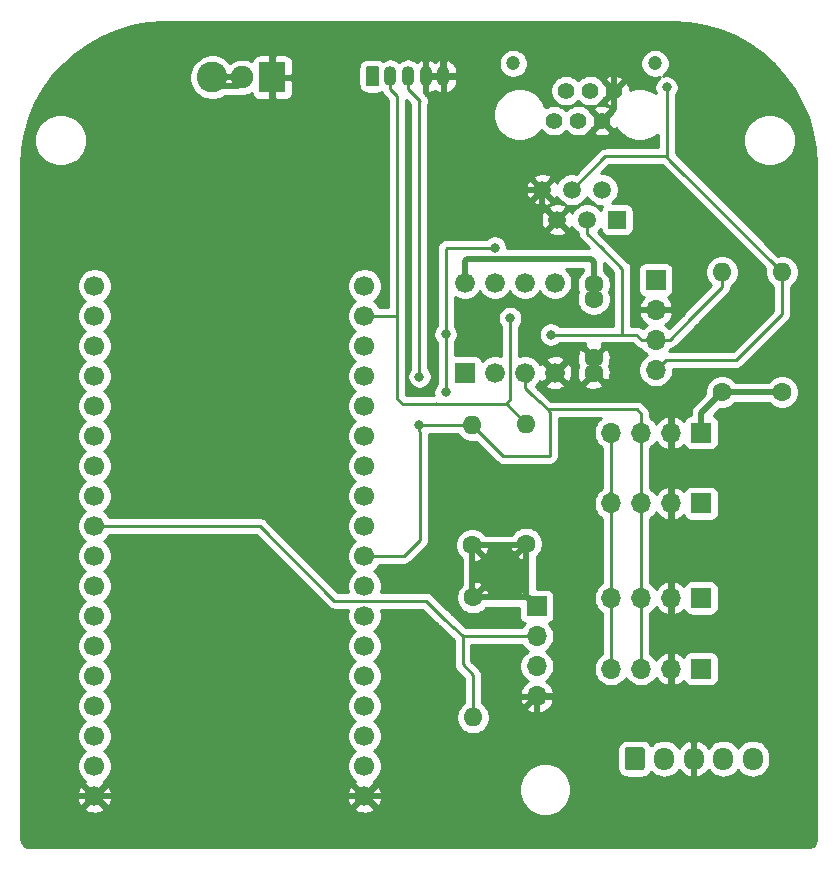
<source format=gbr>
G04 #@! TF.GenerationSoftware,KiCad,Pcbnew,5.1.5+dfsg1-2build2*
G04 #@! TF.CreationDate,2021-08-05T17:40:44+02:00*
G04 #@! TF.ProjectId,Airrohr_pcb,41697272-6f68-4725-9f70-63622e6b6963,rev?*
G04 #@! TF.SameCoordinates,Original*
G04 #@! TF.FileFunction,Copper,L2,Bot*
G04 #@! TF.FilePolarity,Positive*
%FSLAX46Y46*%
G04 Gerber Fmt 4.6, Leading zero omitted, Abs format (unit mm)*
G04 Created by KiCad (PCBNEW 5.1.5+dfsg1-2build2) date 2021-08-05 17:40:44*
%MOMM*%
%LPD*%
G04 APERTURE LIST*
%ADD10C,1.700000*%
%ADD11C,1.400000*%
%ADD12C,1.200000*%
%ADD13R,1.520000X1.520000*%
%ADD14C,1.520000*%
%ADD15O,1.600000X1.600000*%
%ADD16C,1.600000*%
%ADD17R,1.000000X0.500000*%
%ADD18C,1.900000*%
%ADD19R,2.200000X2.600000*%
%ADD20C,2.600000*%
%ADD21O,1.700000X1.700000*%
%ADD22R,1.700000X1.700000*%
%ADD23R,1.676400X1.676400*%
%ADD24C,1.676400*%
%ADD25O,1.700000X1.950000*%
%ADD26C,0.100000*%
%ADD27O,1.100000X1.700000*%
%ADD28C,0.800000*%
%ADD29C,0.500000*%
%ADD30C,0.250000*%
%ADD31C,0.254000*%
G04 APERTURE END LIST*
D10*
X146540220Y-48376840D03*
X146540220Y-45836840D03*
X146540220Y-43296840D03*
X146540220Y-40756840D03*
X169400220Y-40756840D03*
X169400220Y-43296840D03*
X146540220Y-81396840D03*
X146540220Y-76316840D03*
X146540220Y-78856840D03*
X146540220Y-58536840D03*
X146540220Y-61076840D03*
X146540220Y-66156840D03*
X146540220Y-63616840D03*
X169400220Y-45836840D03*
X146540220Y-68696840D03*
X146540220Y-73776840D03*
X146540220Y-71236840D03*
X146540220Y-55996840D03*
X146540220Y-50916840D03*
X146540220Y-53456840D03*
X146540220Y-83936840D03*
X169400220Y-48376840D03*
X169400220Y-50916840D03*
X169400220Y-53456840D03*
X169400220Y-55996840D03*
X169400220Y-58536840D03*
X169400220Y-61076840D03*
X169400220Y-63616840D03*
X169400220Y-66156840D03*
X169400220Y-68696840D03*
X169400220Y-71236840D03*
X169400220Y-73776840D03*
X169400220Y-76316840D03*
X169400220Y-78856840D03*
X169400220Y-81396840D03*
X169400220Y-83936840D03*
D11*
X185448100Y-26757760D03*
X186468100Y-24217760D03*
X187488100Y-26757760D03*
X188508100Y-24217760D03*
X189528100Y-26757760D03*
X190548100Y-24217760D03*
D12*
X193998100Y-21917760D03*
X181998100Y-21917760D03*
D13*
X190792100Y-35144720D03*
D14*
X189522100Y-32604720D03*
X188252100Y-35144720D03*
X186982100Y-32604720D03*
X185712100Y-35144720D03*
X184442100Y-32604720D03*
D15*
X204741020Y-39583360D03*
D16*
X204741020Y-49743360D03*
D17*
X157834800Y-23088600D03*
D18*
X159054800Y-23088600D03*
D19*
X161594800Y-23088600D03*
D20*
X156514800Y-23088600D03*
D21*
X194061080Y-47857260D03*
X194061080Y-45317260D03*
X194061080Y-42777260D03*
D22*
X194061080Y-40237260D03*
D23*
X177906680Y-48084740D03*
D24*
X180446680Y-48084740D03*
X182986680Y-48084740D03*
X185526680Y-48084740D03*
X185526680Y-40464740D03*
X182986680Y-40464740D03*
X180446680Y-40464740D03*
X177906680Y-40464740D03*
D21*
X190285000Y-59168400D03*
X192825000Y-59168400D03*
X195365000Y-59168400D03*
D22*
X197905000Y-59168400D03*
D21*
X190285000Y-53168400D03*
X192825000Y-53168400D03*
X195365000Y-53168400D03*
D22*
X197905000Y-53168400D03*
D16*
X188803280Y-46867140D03*
X188803280Y-41867140D03*
X188803280Y-40617140D03*
X188803280Y-48117140D03*
D25*
X202278000Y-80772000D03*
X199778000Y-80772000D03*
X197278000Y-80772000D03*
X194778000Y-80772000D03*
G04 #@! TA.AperFunction,ComponentPad*
D26*
G36*
X192902504Y-79798204D02*
G01*
X192926773Y-79801804D01*
X192950571Y-79807765D01*
X192973671Y-79816030D01*
X192995849Y-79826520D01*
X193016893Y-79839133D01*
X193036598Y-79853747D01*
X193054777Y-79870223D01*
X193071253Y-79888402D01*
X193085867Y-79908107D01*
X193098480Y-79929151D01*
X193108970Y-79951329D01*
X193117235Y-79974429D01*
X193123196Y-79998227D01*
X193126796Y-80022496D01*
X193128000Y-80047000D01*
X193128000Y-81497000D01*
X193126796Y-81521504D01*
X193123196Y-81545773D01*
X193117235Y-81569571D01*
X193108970Y-81592671D01*
X193098480Y-81614849D01*
X193085867Y-81635893D01*
X193071253Y-81655598D01*
X193054777Y-81673777D01*
X193036598Y-81690253D01*
X193016893Y-81704867D01*
X192995849Y-81717480D01*
X192973671Y-81727970D01*
X192950571Y-81736235D01*
X192926773Y-81742196D01*
X192902504Y-81745796D01*
X192878000Y-81747000D01*
X191678000Y-81747000D01*
X191653496Y-81745796D01*
X191629227Y-81742196D01*
X191605429Y-81736235D01*
X191582329Y-81727970D01*
X191560151Y-81717480D01*
X191539107Y-81704867D01*
X191519402Y-81690253D01*
X191501223Y-81673777D01*
X191484747Y-81655598D01*
X191470133Y-81635893D01*
X191457520Y-81614849D01*
X191447030Y-81592671D01*
X191438765Y-81569571D01*
X191432804Y-81545773D01*
X191429204Y-81521504D01*
X191428000Y-81497000D01*
X191428000Y-80047000D01*
X191429204Y-80022496D01*
X191432804Y-79998227D01*
X191438765Y-79974429D01*
X191447030Y-79951329D01*
X191457520Y-79929151D01*
X191470133Y-79908107D01*
X191484747Y-79888402D01*
X191501223Y-79870223D01*
X191519402Y-79853747D01*
X191539107Y-79839133D01*
X191560151Y-79826520D01*
X191582329Y-79816030D01*
X191605429Y-79807765D01*
X191629227Y-79801804D01*
X191653496Y-79798204D01*
X191678000Y-79797000D01*
X192878000Y-79797000D01*
X192902504Y-79798204D01*
G37*
G04 #@! TD.AperFunction*
D21*
X190285000Y-73168400D03*
X192825000Y-73168400D03*
X195365000Y-73168400D03*
D22*
X197905000Y-73168400D03*
D21*
X190285000Y-67168400D03*
X192825000Y-67168400D03*
X195365000Y-67168400D03*
D22*
X197905000Y-67168400D03*
D27*
X176085000Y-22987000D03*
X174585000Y-22987000D03*
X173085000Y-22987000D03*
X171585000Y-22987000D03*
G04 #@! TA.AperFunction,ComponentPad*
D26*
G36*
X170489149Y-22137779D02*
G01*
X170504846Y-22140107D01*
X170520239Y-22143963D01*
X170535180Y-22149309D01*
X170549525Y-22156093D01*
X170563136Y-22164251D01*
X170575881Y-22173704D01*
X170587639Y-22184361D01*
X170598296Y-22196119D01*
X170607749Y-22208864D01*
X170615907Y-22222475D01*
X170622691Y-22236820D01*
X170628037Y-22251761D01*
X170631893Y-22267154D01*
X170634221Y-22282851D01*
X170635000Y-22298700D01*
X170635000Y-23675300D01*
X170634221Y-23691149D01*
X170631893Y-23706846D01*
X170628037Y-23722239D01*
X170622691Y-23737180D01*
X170615907Y-23751525D01*
X170607749Y-23765136D01*
X170598296Y-23777881D01*
X170587639Y-23789639D01*
X170575881Y-23800296D01*
X170563136Y-23809749D01*
X170549525Y-23817907D01*
X170535180Y-23824691D01*
X170520239Y-23830037D01*
X170504846Y-23833893D01*
X170489149Y-23836221D01*
X170473300Y-23837000D01*
X169696700Y-23837000D01*
X169680851Y-23836221D01*
X169665154Y-23833893D01*
X169649761Y-23830037D01*
X169634820Y-23824691D01*
X169620475Y-23817907D01*
X169606864Y-23809749D01*
X169594119Y-23800296D01*
X169582361Y-23789639D01*
X169571704Y-23777881D01*
X169562251Y-23765136D01*
X169554093Y-23751525D01*
X169547309Y-23737180D01*
X169541963Y-23722239D01*
X169538107Y-23706846D01*
X169535779Y-23691149D01*
X169535000Y-23675300D01*
X169535000Y-22298700D01*
X169535779Y-22282851D01*
X169538107Y-22267154D01*
X169541963Y-22251761D01*
X169547309Y-22236820D01*
X169554093Y-22222475D01*
X169562251Y-22208864D01*
X169571704Y-22196119D01*
X169582361Y-22184361D01*
X169594119Y-22173704D01*
X169606864Y-22164251D01*
X169620475Y-22156093D01*
X169634820Y-22149309D01*
X169649761Y-22143963D01*
X169665154Y-22140107D01*
X169680851Y-22137779D01*
X169696700Y-22137000D01*
X170473300Y-22137000D01*
X170489149Y-22137779D01*
G37*
G04 #@! TD.AperFunction*
D15*
X199677020Y-39583360D03*
D16*
X199677020Y-49743360D03*
D15*
X178516280Y-52537360D03*
D16*
X178516280Y-62697360D03*
D15*
X183088280Y-52410360D03*
D16*
X183088280Y-62570360D03*
D15*
X178574700Y-77287120D03*
D16*
X178574700Y-67127120D03*
D21*
X183984900Y-75483720D03*
X183984900Y-72943720D03*
X183984900Y-70403720D03*
D22*
X183984900Y-67863720D03*
D28*
X181742080Y-43487340D03*
X174056040Y-48430180D03*
X174056040Y-52509420D03*
X176273460Y-44833540D03*
X176273460Y-49771300D03*
X180431440Y-37510720D03*
X194980560Y-23944580D03*
X185173620Y-44866560D03*
D29*
X195365000Y-53168400D02*
X195365000Y-59168400D01*
X195365000Y-67168400D02*
X195365000Y-73168400D01*
X174585000Y-22987000D02*
X176085000Y-22987000D01*
X176085000Y-19113000D02*
X176085000Y-22987000D01*
X176386000Y-18812000D02*
X176085000Y-19113000D01*
X179614320Y-23251920D02*
X179614320Y-31004000D01*
X181215040Y-32604720D02*
X184442100Y-32604720D01*
X179614320Y-31004000D02*
X181215040Y-32604720D01*
X184442100Y-33874720D02*
X185712100Y-35144720D01*
X184442100Y-32604720D02*
X184442100Y-33874720D01*
X163071400Y-18812000D02*
X163997640Y-18826480D01*
X163997640Y-18826480D02*
X176386000Y-18812000D01*
X161594800Y-21288600D02*
X161589720Y-21283520D01*
X161594800Y-23088600D02*
X161594800Y-21288600D01*
X161589720Y-20293680D02*
X163071400Y-18812000D01*
X161589720Y-21283520D02*
X161589720Y-20293680D01*
X197278000Y-80772000D02*
X197278000Y-78118980D01*
X197278000Y-78118980D02*
X195365000Y-76205980D01*
X194376040Y-75483720D02*
X195437760Y-74422000D01*
X183984900Y-75483720D02*
X194376040Y-75483720D01*
X195437760Y-74422000D02*
X195365000Y-73168400D01*
X195365000Y-76205980D02*
X195365000Y-73168400D01*
X179349400Y-22987000D02*
X176085000Y-22987000D01*
X179614320Y-23251920D02*
X179349400Y-22987000D01*
X189603279Y-48917139D02*
X191723559Y-48917139D01*
X188803280Y-48117140D02*
X189603279Y-48917139D01*
X191723559Y-48917139D02*
X194149980Y-51343560D01*
X194149980Y-51343560D02*
X195171060Y-51343560D01*
X195365000Y-51537500D02*
X195365000Y-53168400D01*
X195171060Y-51343560D02*
X195365000Y-51537500D01*
X201864860Y-64718300D02*
X195365000Y-64718300D01*
X207413860Y-59169300D02*
X201864860Y-64718300D01*
X207413860Y-40055800D02*
X207413860Y-59169300D01*
X195365000Y-59168400D02*
X195365000Y-64718300D01*
X195365000Y-64718300D02*
X195365000Y-67168400D01*
X198836280Y-29509720D02*
X198836280Y-22354540D01*
X201415800Y-32089240D02*
X198836280Y-29509720D01*
X207413860Y-34787840D02*
X206555340Y-33929320D01*
X206555340Y-33929320D02*
X203266040Y-33929320D01*
X203266040Y-33929320D02*
X201425960Y-32089240D01*
X198836280Y-22354540D02*
X195293740Y-18812000D01*
X207413860Y-40032940D02*
X207413860Y-34787840D01*
X201425960Y-32089240D02*
X201415800Y-32089240D01*
X190548100Y-25737760D02*
X189528100Y-26757760D01*
X190548100Y-24217760D02*
X190548100Y-25737760D01*
X190555880Y-23220031D02*
X190555880Y-18801080D01*
X190548100Y-23227811D02*
X190555880Y-23220031D01*
X190548100Y-24217760D02*
X190548100Y-23227811D01*
X195293740Y-18812000D02*
X190555880Y-18801080D01*
X190555880Y-18801080D02*
X176386000Y-18812000D01*
X147742301Y-83936840D02*
X169400220Y-83936840D01*
X146540220Y-83936840D02*
X147742301Y-83936840D01*
X183984900Y-75483720D02*
X175552100Y-83916520D01*
X161594800Y-30101540D02*
X154386280Y-30101540D01*
X161594800Y-23088600D02*
X161594800Y-30101540D01*
X154386280Y-30101540D02*
X148186140Y-36301680D01*
X148186140Y-36301680D02*
X143771620Y-36301680D01*
X143771620Y-36301680D02*
X142298420Y-37774880D01*
X142298420Y-37774880D02*
X142298420Y-83746340D01*
X142488920Y-83936840D02*
X146540220Y-83936840D01*
X142298420Y-83746340D02*
X142488920Y-83936840D01*
X170622621Y-83916520D02*
X175552100Y-83916520D01*
X170602301Y-83936840D02*
X170622621Y-83916520D01*
X169400220Y-83936840D02*
X170602301Y-83936840D01*
X197978000Y-59258200D02*
X197851000Y-59385200D01*
X182961280Y-62697360D02*
X183088280Y-62570360D01*
X178516280Y-62697360D02*
X182961280Y-62697360D01*
X178574700Y-67127120D02*
X178523900Y-67076320D01*
X188549280Y-38458140D02*
X178109880Y-38458140D01*
X188803280Y-40617140D02*
X188803280Y-38712140D01*
X177906680Y-38661340D02*
X177906680Y-40464740D01*
X178109880Y-38458140D02*
X177906680Y-38661340D01*
X188803280Y-38712140D02*
X188549280Y-38458140D01*
D30*
X187718700Y-38525842D02*
X187731400Y-38538542D01*
D29*
X178516280Y-67068700D02*
X178574700Y-67127120D01*
X178516280Y-62697360D02*
X178516280Y-67068700D01*
X183088280Y-66967100D02*
X183984900Y-67863720D01*
X183088280Y-62570360D02*
X183088280Y-66967100D01*
X183248300Y-67127120D02*
X183984900Y-67863720D01*
X178574700Y-67127120D02*
X183248300Y-67127120D01*
X197905000Y-51515380D02*
X199677020Y-49743360D01*
X197905000Y-53168400D02*
X197905000Y-51515380D01*
X200808390Y-49743360D02*
X204741020Y-49743360D01*
X199677020Y-49743360D02*
X200808390Y-49743360D01*
X159054800Y-23428602D02*
X159054800Y-23088600D01*
X156974799Y-23788601D02*
X158694801Y-23788601D01*
X156514800Y-23328602D02*
X156974799Y-23788601D01*
X158694801Y-23788601D02*
X159054800Y-23428602D01*
X156514800Y-23088600D02*
X156514800Y-23328602D01*
D30*
X200449200Y-81049400D02*
X200449200Y-80924400D01*
X178574700Y-73654920D02*
X178574700Y-77287120D01*
X183984900Y-70403720D02*
X181521100Y-70403720D01*
X177703480Y-70403720D02*
X181521100Y-70403720D01*
X177703480Y-72783700D02*
X178574700Y-73654920D01*
X177703480Y-70403720D02*
X177703480Y-72783700D01*
X176055020Y-68755260D02*
X176149000Y-68930520D01*
X176149000Y-68930520D02*
X177703480Y-70403720D01*
X174729140Y-67510660D02*
X176149000Y-68930520D01*
X174612300Y-67393820D02*
X174729140Y-67510660D01*
X160525460Y-61076840D02*
X166842440Y-67393820D01*
X146540220Y-61076840D02*
X160525460Y-61076840D01*
X166842440Y-67393820D02*
X174612300Y-67393820D01*
X190231000Y-59385200D02*
X190231000Y-58183119D01*
X190285000Y-54370481D02*
X190285000Y-59168400D01*
X190285000Y-53168400D02*
X190285000Y-54370481D01*
X190285000Y-60370481D02*
X190285000Y-67168400D01*
X190285000Y-59168400D02*
X190285000Y-60370481D01*
X190285000Y-68370481D02*
X190285000Y-73168400D01*
X190285000Y-67168400D02*
X190285000Y-68370481D01*
X181742080Y-43487340D02*
X181742080Y-44053025D01*
X181363620Y-50685700D02*
X183088280Y-52410360D01*
X181744620Y-44155360D02*
X181744620Y-50304700D01*
X175427640Y-50703480D02*
X175486060Y-50761900D01*
X181322980Y-50761900D02*
X181620160Y-50464720D01*
X175486060Y-50761900D02*
X181322980Y-50761900D01*
X181744620Y-50304700D02*
X181620160Y-50464720D01*
X181620160Y-50464720D02*
X181363620Y-50685700D01*
X175486060Y-50761900D02*
X172653960Y-50761900D01*
X172178980Y-50286920D02*
X172178980Y-43332400D01*
X169400220Y-43296840D02*
X172178980Y-43332400D01*
X172653960Y-50761900D02*
X172178980Y-50286920D01*
X172178980Y-24680980D02*
X172178980Y-43332400D01*
X171585000Y-24087000D02*
X172178980Y-24680980D01*
X171585000Y-22987000D02*
X171585000Y-24087000D01*
D29*
X178516280Y-52537360D02*
X178541680Y-52511960D01*
D30*
X178516280Y-52537360D02*
X181107080Y-55128160D01*
X181107080Y-55128160D02*
X185094880Y-55128160D01*
X182422800Y-47955200D02*
X183235600Y-48768000D01*
X185094880Y-51521360D02*
X185094880Y-51495960D01*
X185094880Y-55128160D02*
X185094880Y-51521360D01*
X192825000Y-54370481D02*
X192825000Y-59168400D01*
X192825000Y-53168400D02*
X192825000Y-54370481D01*
X192825000Y-60370481D02*
X192825000Y-67168400D01*
X192825000Y-59168400D02*
X192825000Y-60370481D01*
X192825000Y-67168400D02*
X192825000Y-73168400D01*
X185094880Y-55128160D02*
X185094880Y-55128160D01*
X192825000Y-53168400D02*
X192825000Y-51575600D01*
X192463420Y-51214020D02*
X184909460Y-51214020D01*
X192825000Y-51575600D02*
X192463420Y-51214020D01*
X183512460Y-49938940D02*
X184909460Y-51214020D01*
X184909460Y-51214020D02*
X185094880Y-51521360D01*
X182986680Y-49413160D02*
X182986680Y-48084740D01*
X183512460Y-49938940D02*
X182986680Y-49413160D01*
X174056040Y-47617380D02*
X174056040Y-48379380D01*
X174056040Y-48379380D02*
X174056040Y-48430180D01*
X174056040Y-48430180D02*
X174056040Y-48430180D01*
X173085000Y-24087000D02*
X174106840Y-25108840D01*
X173085000Y-22987000D02*
X173085000Y-24087000D01*
X174056040Y-25159640D02*
X174056040Y-48430180D01*
X174106840Y-25108840D02*
X174056040Y-25159640D01*
X178488340Y-52509420D02*
X178516280Y-52537360D01*
X174056040Y-52509420D02*
X178488340Y-52509420D01*
X174056040Y-53075105D02*
X174106840Y-53125905D01*
X174056040Y-52509420D02*
X174056040Y-53075105D01*
X174106840Y-53125905D02*
X174106840Y-62257940D01*
X174106840Y-62257940D02*
X172747940Y-63616840D01*
X172747940Y-63616840D02*
X169400220Y-63616840D01*
X204741020Y-43157140D02*
X204741020Y-39583360D01*
X200890899Y-47007261D02*
X204741020Y-43157140D01*
X194061080Y-47857260D02*
X194911079Y-47007261D01*
X194911079Y-47007261D02*
X200890899Y-47007261D01*
X176268380Y-49776380D02*
X176268380Y-49839880D01*
X176273460Y-49771300D02*
X176273460Y-49771300D01*
X176273460Y-44833540D02*
X176268380Y-49839880D01*
X176273460Y-49771300D02*
X176268380Y-49776380D01*
X176273460Y-37612320D02*
X176273460Y-44833540D01*
X176383950Y-37501830D02*
X176273460Y-37612320D01*
X195312540Y-30154880D02*
X204741020Y-39583360D01*
X176392840Y-37510720D02*
X180431440Y-37510720D01*
X176383950Y-37501830D02*
X176392840Y-37510720D01*
X194980560Y-29822900D02*
X194980560Y-23944580D01*
X195312540Y-30154880D02*
X194980560Y-29822900D01*
X189795160Y-29791660D02*
X186982100Y-32604720D01*
X194949320Y-29791660D02*
X194980560Y-29822900D01*
X189795160Y-29791660D02*
X194949320Y-29791660D01*
X192858999Y-45317260D02*
X192408299Y-44866560D01*
X194061080Y-45317260D02*
X192858999Y-45317260D01*
X187845700Y-44866560D02*
X185173620Y-44866560D01*
X192408299Y-44866560D02*
X191244220Y-44866560D01*
X191244220Y-44866560D02*
X187845700Y-44866560D01*
X195263161Y-45317260D02*
X197086220Y-43494201D01*
X194061080Y-45317260D02*
X195263161Y-45317260D01*
X197086220Y-43494201D02*
X197086220Y-43446700D01*
X199677020Y-40855900D02*
X199677020Y-39583360D01*
X197086220Y-43446700D02*
X199677020Y-40855900D01*
X191244220Y-39283640D02*
X191244220Y-44866560D01*
X188252100Y-36219522D02*
X188216540Y-36255082D01*
X188252100Y-35144720D02*
X188252100Y-36219522D01*
X188252100Y-36327080D02*
X189402720Y-37477700D01*
X188252100Y-36219522D02*
X188252100Y-36327080D01*
X189339220Y-37378640D02*
X189402720Y-37477700D01*
X189402720Y-37477700D02*
X191244220Y-39283640D01*
D31*
G36*
X183139080Y-62727450D02*
G01*
X183102423Y-62764108D01*
X183088280Y-62749965D01*
X182275183Y-63563062D01*
X182346766Y-63807031D01*
X182602276Y-63927931D01*
X182876464Y-63996660D01*
X183139080Y-64009605D01*
X183139080Y-66375671D01*
X183134900Y-66375648D01*
X183010418Y-66387908D01*
X182890720Y-66424218D01*
X182780406Y-66483183D01*
X182683715Y-66562535D01*
X182604363Y-66659226D01*
X182545398Y-66769540D01*
X182509088Y-66889238D01*
X182496828Y-67013720D01*
X182497860Y-67203320D01*
X180007685Y-67203320D01*
X180014917Y-67056608D01*
X179973487Y-66776990D01*
X179878303Y-66510828D01*
X179811371Y-66385606D01*
X179567402Y-66314023D01*
X178754305Y-67127120D01*
X178768448Y-67141263D01*
X178706390Y-67203320D01*
X178540602Y-67203320D01*
X178538490Y-66955440D01*
X178560558Y-66933373D01*
X178574700Y-66947515D01*
X179387797Y-66134418D01*
X179316214Y-65890449D01*
X179060704Y-65769549D01*
X178786516Y-65700820D01*
X178527693Y-65688062D01*
X178514453Y-64134011D01*
X178586792Y-64137577D01*
X178866410Y-64096147D01*
X179132572Y-64000963D01*
X179257794Y-63934031D01*
X179329377Y-63690062D01*
X178516280Y-62876965D01*
X178503849Y-62889396D01*
X178502344Y-62712731D01*
X178504389Y-62711056D01*
X178520203Y-62691828D01*
X178530937Y-62671797D01*
X178698433Y-62671623D01*
X178710028Y-62683218D01*
X178695885Y-62697360D01*
X179508982Y-63510457D01*
X179752951Y-63438874D01*
X179873851Y-63183364D01*
X179942580Y-62909176D01*
X179954354Y-62670319D01*
X181652165Y-62668556D01*
X181689493Y-62920490D01*
X181784677Y-63186652D01*
X181851609Y-63311874D01*
X182095578Y-63383457D01*
X182811683Y-62667352D01*
X183139080Y-62667012D01*
X183139080Y-62727450D01*
G37*
X183139080Y-62727450D02*
X183102423Y-62764108D01*
X183088280Y-62749965D01*
X182275183Y-63563062D01*
X182346766Y-63807031D01*
X182602276Y-63927931D01*
X182876464Y-63996660D01*
X183139080Y-64009605D01*
X183139080Y-66375671D01*
X183134900Y-66375648D01*
X183010418Y-66387908D01*
X182890720Y-66424218D01*
X182780406Y-66483183D01*
X182683715Y-66562535D01*
X182604363Y-66659226D01*
X182545398Y-66769540D01*
X182509088Y-66889238D01*
X182496828Y-67013720D01*
X182497860Y-67203320D01*
X180007685Y-67203320D01*
X180014917Y-67056608D01*
X179973487Y-66776990D01*
X179878303Y-66510828D01*
X179811371Y-66385606D01*
X179567402Y-66314023D01*
X178754305Y-67127120D01*
X178768448Y-67141263D01*
X178706390Y-67203320D01*
X178540602Y-67203320D01*
X178538490Y-66955440D01*
X178560558Y-66933373D01*
X178574700Y-66947515D01*
X179387797Y-66134418D01*
X179316214Y-65890449D01*
X179060704Y-65769549D01*
X178786516Y-65700820D01*
X178527693Y-65688062D01*
X178514453Y-64134011D01*
X178586792Y-64137577D01*
X178866410Y-64096147D01*
X179132572Y-64000963D01*
X179257794Y-63934031D01*
X179329377Y-63690062D01*
X178516280Y-62876965D01*
X178503849Y-62889396D01*
X178502344Y-62712731D01*
X178504389Y-62711056D01*
X178520203Y-62691828D01*
X178530937Y-62671797D01*
X178698433Y-62671623D01*
X178710028Y-62683218D01*
X178695885Y-62697360D01*
X179508982Y-63510457D01*
X179752951Y-63438874D01*
X179873851Y-63183364D01*
X179942580Y-62909176D01*
X179954354Y-62670319D01*
X181652165Y-62668556D01*
X181689493Y-62920490D01*
X181784677Y-63186652D01*
X181851609Y-63311874D01*
X182095578Y-63383457D01*
X182811683Y-62667352D01*
X183139080Y-62667012D01*
X183139080Y-62727450D01*
G36*
X196863297Y-18516310D02*
G01*
X198195800Y-18741686D01*
X199494898Y-19114196D01*
X200744365Y-19629190D01*
X201928638Y-20280250D01*
X203032958Y-21059263D01*
X204043563Y-21956519D01*
X204947853Y-22960834D01*
X205734560Y-24059696D01*
X206393869Y-25239390D01*
X206917577Y-26485243D01*
X207299141Y-27781689D01*
X207533816Y-29112595D01*
X207619761Y-30478655D01*
X207620000Y-30547038D01*
X207620001Y-87597711D01*
X207605278Y-87747869D01*
X207571047Y-87861246D01*
X207515446Y-87965817D01*
X207440594Y-88057595D01*
X207349335Y-88133091D01*
X207245160Y-88189419D01*
X207132024Y-88224440D01*
X206983979Y-88240000D01*
X141002279Y-88240000D01*
X140852131Y-88225278D01*
X140738754Y-88191047D01*
X140634183Y-88135446D01*
X140542405Y-88060594D01*
X140466909Y-87969335D01*
X140410581Y-87865160D01*
X140375560Y-87752024D01*
X140360000Y-87603979D01*
X140360000Y-84965237D01*
X145691428Y-84965237D01*
X145769063Y-85214312D01*
X146033103Y-85340211D01*
X146316631Y-85412179D01*
X146608751Y-85427451D01*
X146898239Y-85385439D01*
X147173967Y-85287759D01*
X147311377Y-85214312D01*
X147389012Y-84965237D01*
X168551428Y-84965237D01*
X168629063Y-85214312D01*
X168893103Y-85340211D01*
X169176631Y-85412179D01*
X169468751Y-85427451D01*
X169758239Y-85385439D01*
X170033967Y-85287759D01*
X170171377Y-85214312D01*
X170249012Y-84965237D01*
X169400220Y-84116445D01*
X168551428Y-84965237D01*
X147389012Y-84965237D01*
X146540220Y-84116445D01*
X145691428Y-84965237D01*
X140360000Y-84965237D01*
X140360000Y-84005371D01*
X145049609Y-84005371D01*
X145091621Y-84294859D01*
X145189301Y-84570587D01*
X145262748Y-84707997D01*
X145511823Y-84785632D01*
X146360615Y-83936840D01*
X146719825Y-83936840D01*
X147568617Y-84785632D01*
X147817692Y-84707997D01*
X147943591Y-84443957D01*
X148015559Y-84160429D01*
X148023665Y-84005371D01*
X167909609Y-84005371D01*
X167951621Y-84294859D01*
X168049301Y-84570587D01*
X168122748Y-84707997D01*
X168371823Y-84785632D01*
X169220615Y-83936840D01*
X169579825Y-83936840D01*
X170428617Y-84785632D01*
X170677692Y-84707997D01*
X170803591Y-84443957D01*
X170875559Y-84160429D01*
X170890831Y-83868309D01*
X170848819Y-83578821D01*
X170751139Y-83303093D01*
X170685277Y-83179872D01*
X182454400Y-83179872D01*
X182454400Y-83620128D01*
X182540290Y-84051925D01*
X182708769Y-84458669D01*
X182953362Y-84824729D01*
X183264671Y-85136038D01*
X183630731Y-85380631D01*
X184037475Y-85549110D01*
X184469272Y-85635000D01*
X184909528Y-85635000D01*
X185341325Y-85549110D01*
X185748069Y-85380631D01*
X186114129Y-85136038D01*
X186425438Y-84824729D01*
X186670031Y-84458669D01*
X186838510Y-84051925D01*
X186924400Y-83620128D01*
X186924400Y-83179872D01*
X186838510Y-82748075D01*
X186670031Y-82341331D01*
X186425438Y-81975271D01*
X186114129Y-81663962D01*
X185748069Y-81419369D01*
X185341325Y-81250890D01*
X184909528Y-81165000D01*
X184469272Y-81165000D01*
X184037475Y-81250890D01*
X183630731Y-81419369D01*
X183264671Y-81663962D01*
X182953362Y-81975271D01*
X182708769Y-82341331D01*
X182540290Y-82748075D01*
X182454400Y-83179872D01*
X170685277Y-83179872D01*
X170677692Y-83165683D01*
X170428617Y-83088048D01*
X169579825Y-83936840D01*
X169220615Y-83936840D01*
X168371823Y-83088048D01*
X168122748Y-83165683D01*
X167996849Y-83429723D01*
X167924881Y-83713251D01*
X167909609Y-84005371D01*
X148023665Y-84005371D01*
X148030831Y-83868309D01*
X147988819Y-83578821D01*
X147891139Y-83303093D01*
X147817692Y-83165683D01*
X147568617Y-83088048D01*
X146719825Y-83936840D01*
X146360615Y-83936840D01*
X145511823Y-83088048D01*
X145262748Y-83165683D01*
X145136849Y-83429723D01*
X145064881Y-83713251D01*
X145049609Y-84005371D01*
X140360000Y-84005371D01*
X140360000Y-40610580D01*
X145055220Y-40610580D01*
X145055220Y-40903100D01*
X145112288Y-41189998D01*
X145224230Y-41460251D01*
X145386745Y-41703472D01*
X145593588Y-41910315D01*
X145767980Y-42026840D01*
X145593588Y-42143365D01*
X145386745Y-42350208D01*
X145224230Y-42593429D01*
X145112288Y-42863682D01*
X145055220Y-43150580D01*
X145055220Y-43443100D01*
X145112288Y-43729998D01*
X145224230Y-44000251D01*
X145386745Y-44243472D01*
X145593588Y-44450315D01*
X145767980Y-44566840D01*
X145593588Y-44683365D01*
X145386745Y-44890208D01*
X145224230Y-45133429D01*
X145112288Y-45403682D01*
X145055220Y-45690580D01*
X145055220Y-45983100D01*
X145112288Y-46269998D01*
X145224230Y-46540251D01*
X145386745Y-46783472D01*
X145593588Y-46990315D01*
X145767980Y-47106840D01*
X145593588Y-47223365D01*
X145386745Y-47430208D01*
X145224230Y-47673429D01*
X145112288Y-47943682D01*
X145055220Y-48230580D01*
X145055220Y-48523100D01*
X145112288Y-48809998D01*
X145224230Y-49080251D01*
X145386745Y-49323472D01*
X145593588Y-49530315D01*
X145767980Y-49646840D01*
X145593588Y-49763365D01*
X145386745Y-49970208D01*
X145224230Y-50213429D01*
X145112288Y-50483682D01*
X145055220Y-50770580D01*
X145055220Y-51063100D01*
X145112288Y-51349998D01*
X145224230Y-51620251D01*
X145386745Y-51863472D01*
X145593588Y-52070315D01*
X145767980Y-52186840D01*
X145593588Y-52303365D01*
X145386745Y-52510208D01*
X145224230Y-52753429D01*
X145112288Y-53023682D01*
X145055220Y-53310580D01*
X145055220Y-53603100D01*
X145112288Y-53889998D01*
X145224230Y-54160251D01*
X145386745Y-54403472D01*
X145593588Y-54610315D01*
X145767980Y-54726840D01*
X145593588Y-54843365D01*
X145386745Y-55050208D01*
X145224230Y-55293429D01*
X145112288Y-55563682D01*
X145055220Y-55850580D01*
X145055220Y-56143100D01*
X145112288Y-56429998D01*
X145224230Y-56700251D01*
X145386745Y-56943472D01*
X145593588Y-57150315D01*
X145767980Y-57266840D01*
X145593588Y-57383365D01*
X145386745Y-57590208D01*
X145224230Y-57833429D01*
X145112288Y-58103682D01*
X145055220Y-58390580D01*
X145055220Y-58683100D01*
X145112288Y-58969998D01*
X145224230Y-59240251D01*
X145386745Y-59483472D01*
X145593588Y-59690315D01*
X145767980Y-59806840D01*
X145593588Y-59923365D01*
X145386745Y-60130208D01*
X145224230Y-60373429D01*
X145112288Y-60643682D01*
X145055220Y-60930580D01*
X145055220Y-61223100D01*
X145112288Y-61509998D01*
X145224230Y-61780251D01*
X145386745Y-62023472D01*
X145593588Y-62230315D01*
X145767980Y-62346840D01*
X145593588Y-62463365D01*
X145386745Y-62670208D01*
X145224230Y-62913429D01*
X145112288Y-63183682D01*
X145055220Y-63470580D01*
X145055220Y-63763100D01*
X145112288Y-64049998D01*
X145224230Y-64320251D01*
X145386745Y-64563472D01*
X145593588Y-64770315D01*
X145767980Y-64886840D01*
X145593588Y-65003365D01*
X145386745Y-65210208D01*
X145224230Y-65453429D01*
X145112288Y-65723682D01*
X145055220Y-66010580D01*
X145055220Y-66303100D01*
X145112288Y-66589998D01*
X145224230Y-66860251D01*
X145386745Y-67103472D01*
X145593588Y-67310315D01*
X145767980Y-67426840D01*
X145593588Y-67543365D01*
X145386745Y-67750208D01*
X145224230Y-67993429D01*
X145112288Y-68263682D01*
X145055220Y-68550580D01*
X145055220Y-68843100D01*
X145112288Y-69129998D01*
X145224230Y-69400251D01*
X145386745Y-69643472D01*
X145593588Y-69850315D01*
X145767980Y-69966840D01*
X145593588Y-70083365D01*
X145386745Y-70290208D01*
X145224230Y-70533429D01*
X145112288Y-70803682D01*
X145055220Y-71090580D01*
X145055220Y-71383100D01*
X145112288Y-71669998D01*
X145224230Y-71940251D01*
X145386745Y-72183472D01*
X145593588Y-72390315D01*
X145767980Y-72506840D01*
X145593588Y-72623365D01*
X145386745Y-72830208D01*
X145224230Y-73073429D01*
X145112288Y-73343682D01*
X145055220Y-73630580D01*
X145055220Y-73923100D01*
X145112288Y-74209998D01*
X145224230Y-74480251D01*
X145386745Y-74723472D01*
X145593588Y-74930315D01*
X145767980Y-75046840D01*
X145593588Y-75163365D01*
X145386745Y-75370208D01*
X145224230Y-75613429D01*
X145112288Y-75883682D01*
X145055220Y-76170580D01*
X145055220Y-76463100D01*
X145112288Y-76749998D01*
X145224230Y-77020251D01*
X145386745Y-77263472D01*
X145593588Y-77470315D01*
X145767980Y-77586840D01*
X145593588Y-77703365D01*
X145386745Y-77910208D01*
X145224230Y-78153429D01*
X145112288Y-78423682D01*
X145055220Y-78710580D01*
X145055220Y-79003100D01*
X145112288Y-79289998D01*
X145224230Y-79560251D01*
X145386745Y-79803472D01*
X145593588Y-80010315D01*
X145767980Y-80126840D01*
X145593588Y-80243365D01*
X145386745Y-80450208D01*
X145224230Y-80693429D01*
X145112288Y-80963682D01*
X145055220Y-81250580D01*
X145055220Y-81543100D01*
X145112288Y-81829998D01*
X145224230Y-82100251D01*
X145386745Y-82343472D01*
X145593588Y-82550315D01*
X145766949Y-82666151D01*
X145691428Y-82908443D01*
X146540220Y-83757235D01*
X147389012Y-82908443D01*
X147313491Y-82666151D01*
X147486852Y-82550315D01*
X147693695Y-82343472D01*
X147856210Y-82100251D01*
X147968152Y-81829998D01*
X148025220Y-81543100D01*
X148025220Y-81250580D01*
X147968152Y-80963682D01*
X147856210Y-80693429D01*
X147693695Y-80450208D01*
X147486852Y-80243365D01*
X147312460Y-80126840D01*
X147486852Y-80010315D01*
X147693695Y-79803472D01*
X147856210Y-79560251D01*
X147968152Y-79289998D01*
X148025220Y-79003100D01*
X148025220Y-78710580D01*
X147968152Y-78423682D01*
X147856210Y-78153429D01*
X147693695Y-77910208D01*
X147486852Y-77703365D01*
X147312460Y-77586840D01*
X147486852Y-77470315D01*
X147693695Y-77263472D01*
X147856210Y-77020251D01*
X147968152Y-76749998D01*
X148025220Y-76463100D01*
X148025220Y-76170580D01*
X147968152Y-75883682D01*
X147856210Y-75613429D01*
X147693695Y-75370208D01*
X147486852Y-75163365D01*
X147312460Y-75046840D01*
X147486852Y-74930315D01*
X147693695Y-74723472D01*
X147856210Y-74480251D01*
X147968152Y-74209998D01*
X148025220Y-73923100D01*
X148025220Y-73630580D01*
X147968152Y-73343682D01*
X147856210Y-73073429D01*
X147693695Y-72830208D01*
X147486852Y-72623365D01*
X147312460Y-72506840D01*
X147486852Y-72390315D01*
X147693695Y-72183472D01*
X147856210Y-71940251D01*
X147968152Y-71669998D01*
X148025220Y-71383100D01*
X148025220Y-71090580D01*
X147968152Y-70803682D01*
X147856210Y-70533429D01*
X147693695Y-70290208D01*
X147486852Y-70083365D01*
X147312460Y-69966840D01*
X147486852Y-69850315D01*
X147693695Y-69643472D01*
X147856210Y-69400251D01*
X147968152Y-69129998D01*
X148025220Y-68843100D01*
X148025220Y-68550580D01*
X147968152Y-68263682D01*
X147856210Y-67993429D01*
X147693695Y-67750208D01*
X147486852Y-67543365D01*
X147312460Y-67426840D01*
X147486852Y-67310315D01*
X147693695Y-67103472D01*
X147856210Y-66860251D01*
X147968152Y-66589998D01*
X148025220Y-66303100D01*
X148025220Y-66010580D01*
X147968152Y-65723682D01*
X147856210Y-65453429D01*
X147693695Y-65210208D01*
X147486852Y-65003365D01*
X147312460Y-64886840D01*
X147486852Y-64770315D01*
X147693695Y-64563472D01*
X147856210Y-64320251D01*
X147968152Y-64049998D01*
X148025220Y-63763100D01*
X148025220Y-63470580D01*
X147968152Y-63183682D01*
X147856210Y-62913429D01*
X147693695Y-62670208D01*
X147486852Y-62463365D01*
X147312460Y-62346840D01*
X147486852Y-62230315D01*
X147693695Y-62023472D01*
X147818398Y-61836840D01*
X160210659Y-61836840D01*
X166278640Y-67904822D01*
X166302439Y-67933821D01*
X166418164Y-68028794D01*
X166550193Y-68099366D01*
X166693454Y-68142823D01*
X166805107Y-68153820D01*
X166805115Y-68153820D01*
X166842440Y-68157496D01*
X166879765Y-68153820D01*
X168017794Y-68153820D01*
X167972288Y-68263682D01*
X167915220Y-68550580D01*
X167915220Y-68843100D01*
X167972288Y-69129998D01*
X168084230Y-69400251D01*
X168246745Y-69643472D01*
X168453588Y-69850315D01*
X168627980Y-69966840D01*
X168453588Y-70083365D01*
X168246745Y-70290208D01*
X168084230Y-70533429D01*
X167972288Y-70803682D01*
X167915220Y-71090580D01*
X167915220Y-71383100D01*
X167972288Y-71669998D01*
X168084230Y-71940251D01*
X168246745Y-72183472D01*
X168453588Y-72390315D01*
X168627980Y-72506840D01*
X168453588Y-72623365D01*
X168246745Y-72830208D01*
X168084230Y-73073429D01*
X167972288Y-73343682D01*
X167915220Y-73630580D01*
X167915220Y-73923100D01*
X167972288Y-74209998D01*
X168084230Y-74480251D01*
X168246745Y-74723472D01*
X168453588Y-74930315D01*
X168627980Y-75046840D01*
X168453588Y-75163365D01*
X168246745Y-75370208D01*
X168084230Y-75613429D01*
X167972288Y-75883682D01*
X167915220Y-76170580D01*
X167915220Y-76463100D01*
X167972288Y-76749998D01*
X168084230Y-77020251D01*
X168246745Y-77263472D01*
X168453588Y-77470315D01*
X168627980Y-77586840D01*
X168453588Y-77703365D01*
X168246745Y-77910208D01*
X168084230Y-78153429D01*
X167972288Y-78423682D01*
X167915220Y-78710580D01*
X167915220Y-79003100D01*
X167972288Y-79289998D01*
X168084230Y-79560251D01*
X168246745Y-79803472D01*
X168453588Y-80010315D01*
X168627980Y-80126840D01*
X168453588Y-80243365D01*
X168246745Y-80450208D01*
X168084230Y-80693429D01*
X167972288Y-80963682D01*
X167915220Y-81250580D01*
X167915220Y-81543100D01*
X167972288Y-81829998D01*
X168084230Y-82100251D01*
X168246745Y-82343472D01*
X168453588Y-82550315D01*
X168626949Y-82666151D01*
X168551428Y-82908443D01*
X169400220Y-83757235D01*
X170249012Y-82908443D01*
X170173491Y-82666151D01*
X170346852Y-82550315D01*
X170553695Y-82343472D01*
X170716210Y-82100251D01*
X170828152Y-81829998D01*
X170885220Y-81543100D01*
X170885220Y-81250580D01*
X170828152Y-80963682D01*
X170716210Y-80693429D01*
X170553695Y-80450208D01*
X170346852Y-80243365D01*
X170172460Y-80126840D01*
X170291949Y-80047000D01*
X190789928Y-80047000D01*
X190789928Y-81497000D01*
X190806992Y-81670254D01*
X190857528Y-81836850D01*
X190939595Y-81990386D01*
X191050038Y-82124962D01*
X191184614Y-82235405D01*
X191338150Y-82317472D01*
X191504746Y-82368008D01*
X191678000Y-82385072D01*
X192878000Y-82385072D01*
X193051254Y-82368008D01*
X193217850Y-82317472D01*
X193371386Y-82235405D01*
X193505962Y-82124962D01*
X193616405Y-81990386D01*
X193670777Y-81888663D01*
X193722866Y-81952134D01*
X193948987Y-82137706D01*
X194206967Y-82275599D01*
X194486890Y-82360513D01*
X194778000Y-82389185D01*
X195069111Y-82360513D01*
X195349034Y-82275599D01*
X195607014Y-82137706D01*
X195833134Y-81952134D01*
X196018706Y-81726014D01*
X196032462Y-81700278D01*
X196188951Y-81906429D01*
X196406807Y-82099496D01*
X196658142Y-82246352D01*
X196921110Y-82338476D01*
X197151000Y-82217155D01*
X197151000Y-80899000D01*
X197131000Y-80899000D01*
X197131000Y-80645000D01*
X197151000Y-80645000D01*
X197151000Y-79326845D01*
X197405000Y-79326845D01*
X197405000Y-80645000D01*
X197425000Y-80645000D01*
X197425000Y-80899000D01*
X197405000Y-80899000D01*
X197405000Y-82217155D01*
X197634890Y-82338476D01*
X197897858Y-82246352D01*
X198149193Y-82099496D01*
X198367049Y-81906429D01*
X198523538Y-81700278D01*
X198537294Y-81726014D01*
X198722866Y-81952134D01*
X198948987Y-82137706D01*
X199206967Y-82275599D01*
X199486890Y-82360513D01*
X199778000Y-82389185D01*
X200069111Y-82360513D01*
X200349034Y-82275599D01*
X200607014Y-82137706D01*
X200833134Y-81952134D01*
X201018706Y-81726014D01*
X201028000Y-81708626D01*
X201037294Y-81726014D01*
X201222866Y-81952134D01*
X201448987Y-82137706D01*
X201706967Y-82275599D01*
X201986890Y-82360513D01*
X202278000Y-82389185D01*
X202569111Y-82360513D01*
X202849034Y-82275599D01*
X203107014Y-82137706D01*
X203333134Y-81952134D01*
X203518706Y-81726014D01*
X203656599Y-81468033D01*
X203741513Y-81188110D01*
X203763000Y-80969949D01*
X203763000Y-80574050D01*
X203741513Y-80355889D01*
X203656599Y-80075966D01*
X203518706Y-79817986D01*
X203333134Y-79591866D01*
X203107013Y-79406294D01*
X202849033Y-79268401D01*
X202569110Y-79183487D01*
X202278000Y-79154815D01*
X201986889Y-79183487D01*
X201706966Y-79268401D01*
X201448986Y-79406294D01*
X201222866Y-79591866D01*
X201037294Y-79817987D01*
X201028000Y-79835374D01*
X201018706Y-79817986D01*
X200833134Y-79591866D01*
X200607013Y-79406294D01*
X200349033Y-79268401D01*
X200069110Y-79183487D01*
X199778000Y-79154815D01*
X199486889Y-79183487D01*
X199206966Y-79268401D01*
X198948986Y-79406294D01*
X198722866Y-79591866D01*
X198537294Y-79817987D01*
X198523538Y-79843722D01*
X198367049Y-79637571D01*
X198149193Y-79444504D01*
X197897858Y-79297648D01*
X197634890Y-79205524D01*
X197405000Y-79326845D01*
X197151000Y-79326845D01*
X196921110Y-79205524D01*
X196658142Y-79297648D01*
X196406807Y-79444504D01*
X196188951Y-79637571D01*
X196032462Y-79843722D01*
X196018706Y-79817986D01*
X195833134Y-79591866D01*
X195607013Y-79406294D01*
X195349033Y-79268401D01*
X195069110Y-79183487D01*
X194778000Y-79154815D01*
X194486889Y-79183487D01*
X194206966Y-79268401D01*
X193948986Y-79406294D01*
X193722866Y-79591866D01*
X193670777Y-79655337D01*
X193616405Y-79553614D01*
X193505962Y-79419038D01*
X193371386Y-79308595D01*
X193217850Y-79226528D01*
X193051254Y-79175992D01*
X192878000Y-79158928D01*
X191678000Y-79158928D01*
X191504746Y-79175992D01*
X191338150Y-79226528D01*
X191184614Y-79308595D01*
X191050038Y-79419038D01*
X190939595Y-79553614D01*
X190857528Y-79707150D01*
X190806992Y-79873746D01*
X190789928Y-80047000D01*
X170291949Y-80047000D01*
X170346852Y-80010315D01*
X170553695Y-79803472D01*
X170716210Y-79560251D01*
X170828152Y-79289998D01*
X170885220Y-79003100D01*
X170885220Y-78710580D01*
X170828152Y-78423682D01*
X170716210Y-78153429D01*
X170553695Y-77910208D01*
X170346852Y-77703365D01*
X170172460Y-77586840D01*
X170346852Y-77470315D01*
X170553695Y-77263472D01*
X170716210Y-77020251D01*
X170828152Y-76749998D01*
X170885220Y-76463100D01*
X170885220Y-76170580D01*
X170828152Y-75883682D01*
X170716210Y-75613429D01*
X170553695Y-75370208D01*
X170346852Y-75163365D01*
X170172460Y-75046840D01*
X170346852Y-74930315D01*
X170553695Y-74723472D01*
X170716210Y-74480251D01*
X170828152Y-74209998D01*
X170885220Y-73923100D01*
X170885220Y-73630580D01*
X170828152Y-73343682D01*
X170716210Y-73073429D01*
X170553695Y-72830208D01*
X170346852Y-72623365D01*
X170172460Y-72506840D01*
X170346852Y-72390315D01*
X170553695Y-72183472D01*
X170716210Y-71940251D01*
X170828152Y-71669998D01*
X170885220Y-71383100D01*
X170885220Y-71090580D01*
X170828152Y-70803682D01*
X170716210Y-70533429D01*
X170553695Y-70290208D01*
X170346852Y-70083365D01*
X170172460Y-69966840D01*
X170346852Y-69850315D01*
X170553695Y-69643472D01*
X170716210Y-69400251D01*
X170828152Y-69129998D01*
X170885220Y-68843100D01*
X170885220Y-68550580D01*
X170828152Y-68263682D01*
X170782646Y-68153820D01*
X174297499Y-68153820D01*
X175559037Y-69415358D01*
X175559319Y-69415780D01*
X175592757Y-69449129D01*
X175599117Y-69456468D01*
X175618797Y-69475119D01*
X175637997Y-69494319D01*
X175638395Y-69494646D01*
X175665319Y-69521498D01*
X175673453Y-69526917D01*
X176943480Y-70730538D01*
X176943481Y-72746368D01*
X176939804Y-72783700D01*
X176943481Y-72821033D01*
X176951842Y-72905917D01*
X176954478Y-72932685D01*
X176997934Y-73075946D01*
X177068506Y-73207976D01*
X177139681Y-73294702D01*
X177163480Y-73323701D01*
X177192478Y-73347499D01*
X177814700Y-73969722D01*
X177814701Y-76069076D01*
X177659941Y-76172483D01*
X177460063Y-76372361D01*
X177303020Y-76607393D01*
X177194847Y-76868546D01*
X177139700Y-77145785D01*
X177139700Y-77428455D01*
X177194847Y-77705694D01*
X177303020Y-77966847D01*
X177460063Y-78201879D01*
X177659941Y-78401757D01*
X177894973Y-78558800D01*
X178156126Y-78666973D01*
X178433365Y-78722120D01*
X178716035Y-78722120D01*
X178993274Y-78666973D01*
X179254427Y-78558800D01*
X179489459Y-78401757D01*
X179689337Y-78201879D01*
X179846380Y-77966847D01*
X179954553Y-77705694D01*
X180009700Y-77428455D01*
X180009700Y-77145785D01*
X179954553Y-76868546D01*
X179846380Y-76607393D01*
X179689337Y-76372361D01*
X179489459Y-76172483D01*
X179334700Y-76069077D01*
X179334700Y-75840610D01*
X182543424Y-75840610D01*
X182588075Y-75987819D01*
X182713259Y-76250640D01*
X182887312Y-76483989D01*
X183103545Y-76678898D01*
X183353648Y-76827877D01*
X183628009Y-76925201D01*
X183857900Y-76804534D01*
X183857900Y-75610720D01*
X184111900Y-75610720D01*
X184111900Y-76804534D01*
X184341791Y-76925201D01*
X184616152Y-76827877D01*
X184866255Y-76678898D01*
X185082488Y-76483989D01*
X185256541Y-76250640D01*
X185381725Y-75987819D01*
X185426376Y-75840610D01*
X185305055Y-75610720D01*
X184111900Y-75610720D01*
X183857900Y-75610720D01*
X182664745Y-75610720D01*
X182543424Y-75840610D01*
X179334700Y-75840610D01*
X179334700Y-73692242D01*
X179338376Y-73654919D01*
X179334700Y-73617596D01*
X179334700Y-73617587D01*
X179323703Y-73505934D01*
X179280246Y-73362673D01*
X179254582Y-73314660D01*
X179209674Y-73230643D01*
X179138499Y-73143917D01*
X179114701Y-73114919D01*
X179085704Y-73091122D01*
X178463480Y-72468899D01*
X178463480Y-71163720D01*
X182706722Y-71163720D01*
X182831425Y-71350352D01*
X183038268Y-71557195D01*
X183212660Y-71673720D01*
X183038268Y-71790245D01*
X182831425Y-71997088D01*
X182668910Y-72240309D01*
X182556968Y-72510562D01*
X182499900Y-72797460D01*
X182499900Y-73089980D01*
X182556968Y-73376878D01*
X182668910Y-73647131D01*
X182831425Y-73890352D01*
X183038268Y-74097195D01*
X183220434Y-74218915D01*
X183103545Y-74288542D01*
X182887312Y-74483451D01*
X182713259Y-74716800D01*
X182588075Y-74979621D01*
X182543424Y-75126830D01*
X182664745Y-75356720D01*
X183857900Y-75356720D01*
X183857900Y-75336720D01*
X184111900Y-75336720D01*
X184111900Y-75356720D01*
X185305055Y-75356720D01*
X185426376Y-75126830D01*
X185381725Y-74979621D01*
X185256541Y-74716800D01*
X185082488Y-74483451D01*
X184866255Y-74288542D01*
X184749366Y-74218915D01*
X184931532Y-74097195D01*
X185138375Y-73890352D01*
X185300890Y-73647131D01*
X185412832Y-73376878D01*
X185469900Y-73089980D01*
X185469900Y-72797460D01*
X185412832Y-72510562D01*
X185300890Y-72240309D01*
X185138375Y-71997088D01*
X184931532Y-71790245D01*
X184757140Y-71673720D01*
X184931532Y-71557195D01*
X185138375Y-71350352D01*
X185300890Y-71107131D01*
X185412832Y-70836878D01*
X185469900Y-70549980D01*
X185469900Y-70257460D01*
X185412832Y-69970562D01*
X185300890Y-69700309D01*
X185138375Y-69457088D01*
X185006520Y-69325233D01*
X185079080Y-69303222D01*
X185189394Y-69244257D01*
X185286085Y-69164905D01*
X185365437Y-69068214D01*
X185424402Y-68957900D01*
X185460712Y-68838202D01*
X185472972Y-68713720D01*
X185472972Y-67013720D01*
X185460712Y-66889238D01*
X185424402Y-66769540D01*
X185365437Y-66659226D01*
X185286085Y-66562535D01*
X185189394Y-66483183D01*
X185079080Y-66424218D01*
X184959382Y-66387908D01*
X184834900Y-66375648D01*
X183973280Y-66375648D01*
X183973280Y-63704881D01*
X184003039Y-63684997D01*
X184202917Y-63485119D01*
X184359960Y-63250087D01*
X184468133Y-62988934D01*
X184523280Y-62711695D01*
X184523280Y-62429025D01*
X184468133Y-62151786D01*
X184359960Y-61890633D01*
X184202917Y-61655601D01*
X184003039Y-61455723D01*
X183768007Y-61298680D01*
X183506854Y-61190507D01*
X183229615Y-61135360D01*
X182946945Y-61135360D01*
X182669706Y-61190507D01*
X182408553Y-61298680D01*
X182173521Y-61455723D01*
X181973643Y-61655601D01*
X181868900Y-61812360D01*
X179650801Y-61812360D01*
X179630917Y-61782601D01*
X179431039Y-61582723D01*
X179196007Y-61425680D01*
X178934854Y-61317507D01*
X178657615Y-61262360D01*
X178374945Y-61262360D01*
X178097706Y-61317507D01*
X177836553Y-61425680D01*
X177601521Y-61582723D01*
X177401643Y-61782601D01*
X177244600Y-62017633D01*
X177136427Y-62278786D01*
X177081280Y-62556025D01*
X177081280Y-62838695D01*
X177136427Y-63115934D01*
X177244600Y-63377087D01*
X177401643Y-63612119D01*
X177601521Y-63811997D01*
X177631280Y-63831881D01*
X177631281Y-66041143D01*
X177460063Y-66212361D01*
X177303020Y-66447393D01*
X177194847Y-66708546D01*
X177139700Y-66985785D01*
X177139700Y-67268455D01*
X177194847Y-67545694D01*
X177303020Y-67806847D01*
X177460063Y-68041879D01*
X177659941Y-68241757D01*
X177894973Y-68398800D01*
X178156126Y-68506973D01*
X178433365Y-68562120D01*
X178716035Y-68562120D01*
X178993274Y-68506973D01*
X179254427Y-68398800D01*
X179489459Y-68241757D01*
X179689337Y-68041879D01*
X179709221Y-68012120D01*
X182496828Y-68012120D01*
X182496828Y-68713720D01*
X182509088Y-68838202D01*
X182545398Y-68957900D01*
X182604363Y-69068214D01*
X182683715Y-69164905D01*
X182780406Y-69244257D01*
X182890720Y-69303222D01*
X182963280Y-69325233D01*
X182831425Y-69457088D01*
X182706722Y-69643720D01*
X178006399Y-69643720D01*
X176760815Y-68463266D01*
X176707157Y-68363202D01*
X176644701Y-68270000D01*
X176538701Y-68164282D01*
X176414113Y-68081277D01*
X176346770Y-68053488D01*
X175240142Y-66946861D01*
X175176104Y-66882823D01*
X175152301Y-66853819D01*
X175036576Y-66758846D01*
X174904547Y-66688274D01*
X174761286Y-66644817D01*
X174649633Y-66633820D01*
X174649622Y-66633820D01*
X174612300Y-66630144D01*
X174574978Y-66633820D01*
X170810000Y-66633820D01*
X170828152Y-66589998D01*
X170885220Y-66303100D01*
X170885220Y-66010580D01*
X170828152Y-65723682D01*
X170716210Y-65453429D01*
X170553695Y-65210208D01*
X170346852Y-65003365D01*
X170172460Y-64886840D01*
X170346852Y-64770315D01*
X170553695Y-64563472D01*
X170678398Y-64376840D01*
X172710618Y-64376840D01*
X172747940Y-64380516D01*
X172785262Y-64376840D01*
X172785273Y-64376840D01*
X172896926Y-64365843D01*
X173040187Y-64322386D01*
X173172216Y-64251814D01*
X173287941Y-64156841D01*
X173311744Y-64127837D01*
X174617843Y-62821739D01*
X174646841Y-62797941D01*
X174741814Y-62682216D01*
X174812386Y-62550187D01*
X174855843Y-62406926D01*
X174866840Y-62295273D01*
X174866840Y-62295263D01*
X174870516Y-62257940D01*
X174866840Y-62220617D01*
X174866840Y-53269420D01*
X177279568Y-53269420D01*
X177401643Y-53452119D01*
X177601521Y-53651997D01*
X177836553Y-53809040D01*
X178097706Y-53917213D01*
X178374945Y-53972360D01*
X178657615Y-53972360D01*
X178840166Y-53936048D01*
X180543285Y-55639168D01*
X180567079Y-55668161D01*
X180596072Y-55691955D01*
X180596076Y-55691959D01*
X180666765Y-55749971D01*
X180682804Y-55763134D01*
X180814833Y-55833706D01*
X180958094Y-55877163D01*
X181069747Y-55888160D01*
X181069756Y-55888160D01*
X181107079Y-55891836D01*
X181144402Y-55888160D01*
X185057547Y-55888160D01*
X185094880Y-55891837D01*
X185132213Y-55888160D01*
X185243866Y-55877163D01*
X185387127Y-55833706D01*
X185519156Y-55763134D01*
X185634881Y-55668161D01*
X185729854Y-55552436D01*
X185800426Y-55420407D01*
X185843883Y-55277146D01*
X185858557Y-55128160D01*
X185854880Y-55090827D01*
X185854880Y-51974020D01*
X189399587Y-51974020D01*
X189338368Y-52014925D01*
X189131525Y-52221768D01*
X188969010Y-52464989D01*
X188857068Y-52735242D01*
X188800000Y-53022140D01*
X188800000Y-53314660D01*
X188857068Y-53601558D01*
X188969010Y-53871811D01*
X189131525Y-54115032D01*
X189338368Y-54321875D01*
X189525000Y-54446578D01*
X189525001Y-57890221D01*
X189338368Y-58014925D01*
X189131525Y-58221768D01*
X188969010Y-58464989D01*
X188857068Y-58735242D01*
X188800000Y-59022140D01*
X188800000Y-59314660D01*
X188857068Y-59601558D01*
X188969010Y-59871811D01*
X189131525Y-60115032D01*
X189338368Y-60321875D01*
X189525000Y-60446578D01*
X189525001Y-65890221D01*
X189338368Y-66014925D01*
X189131525Y-66221768D01*
X188969010Y-66464989D01*
X188857068Y-66735242D01*
X188800000Y-67022140D01*
X188800000Y-67314660D01*
X188857068Y-67601558D01*
X188969010Y-67871811D01*
X189131525Y-68115032D01*
X189338368Y-68321875D01*
X189525000Y-68446578D01*
X189525001Y-71890221D01*
X189338368Y-72014925D01*
X189131525Y-72221768D01*
X188969010Y-72464989D01*
X188857068Y-72735242D01*
X188800000Y-73022140D01*
X188800000Y-73314660D01*
X188857068Y-73601558D01*
X188969010Y-73871811D01*
X189131525Y-74115032D01*
X189338368Y-74321875D01*
X189581589Y-74484390D01*
X189851842Y-74596332D01*
X190138740Y-74653400D01*
X190431260Y-74653400D01*
X190718158Y-74596332D01*
X190988411Y-74484390D01*
X191231632Y-74321875D01*
X191438475Y-74115032D01*
X191555000Y-73940640D01*
X191671525Y-74115032D01*
X191878368Y-74321875D01*
X192121589Y-74484390D01*
X192391842Y-74596332D01*
X192678740Y-74653400D01*
X192971260Y-74653400D01*
X193258158Y-74596332D01*
X193528411Y-74484390D01*
X193771632Y-74321875D01*
X193978475Y-74115032D01*
X194100195Y-73932866D01*
X194169822Y-74049755D01*
X194364731Y-74265988D01*
X194598080Y-74440041D01*
X194860901Y-74565225D01*
X195008110Y-74609876D01*
X195238000Y-74488555D01*
X195238000Y-73295400D01*
X195218000Y-73295400D01*
X195218000Y-73041400D01*
X195238000Y-73041400D01*
X195238000Y-71848245D01*
X195492000Y-71848245D01*
X195492000Y-73041400D01*
X195512000Y-73041400D01*
X195512000Y-73295400D01*
X195492000Y-73295400D01*
X195492000Y-74488555D01*
X195721890Y-74609876D01*
X195869099Y-74565225D01*
X196131920Y-74440041D01*
X196365269Y-74265988D01*
X196441034Y-74181934D01*
X196465498Y-74262580D01*
X196524463Y-74372894D01*
X196603815Y-74469585D01*
X196700506Y-74548937D01*
X196810820Y-74607902D01*
X196930518Y-74644212D01*
X197055000Y-74656472D01*
X198755000Y-74656472D01*
X198879482Y-74644212D01*
X198999180Y-74607902D01*
X199109494Y-74548937D01*
X199206185Y-74469585D01*
X199285537Y-74372894D01*
X199344502Y-74262580D01*
X199380812Y-74142882D01*
X199393072Y-74018400D01*
X199393072Y-72318400D01*
X199380812Y-72193918D01*
X199344502Y-72074220D01*
X199285537Y-71963906D01*
X199206185Y-71867215D01*
X199109494Y-71787863D01*
X198999180Y-71728898D01*
X198879482Y-71692588D01*
X198755000Y-71680328D01*
X197055000Y-71680328D01*
X196930518Y-71692588D01*
X196810820Y-71728898D01*
X196700506Y-71787863D01*
X196603815Y-71867215D01*
X196524463Y-71963906D01*
X196465498Y-72074220D01*
X196441034Y-72154866D01*
X196365269Y-72070812D01*
X196131920Y-71896759D01*
X195869099Y-71771575D01*
X195721890Y-71726924D01*
X195492000Y-71848245D01*
X195238000Y-71848245D01*
X195008110Y-71726924D01*
X194860901Y-71771575D01*
X194598080Y-71896759D01*
X194364731Y-72070812D01*
X194169822Y-72287045D01*
X194100195Y-72403934D01*
X193978475Y-72221768D01*
X193771632Y-72014925D01*
X193585000Y-71890222D01*
X193585000Y-68446578D01*
X193771632Y-68321875D01*
X193978475Y-68115032D01*
X194100195Y-67932866D01*
X194169822Y-68049755D01*
X194364731Y-68265988D01*
X194598080Y-68440041D01*
X194860901Y-68565225D01*
X195008110Y-68609876D01*
X195238000Y-68488555D01*
X195238000Y-67295400D01*
X195218000Y-67295400D01*
X195218000Y-67041400D01*
X195238000Y-67041400D01*
X195238000Y-65848245D01*
X195492000Y-65848245D01*
X195492000Y-67041400D01*
X195512000Y-67041400D01*
X195512000Y-67295400D01*
X195492000Y-67295400D01*
X195492000Y-68488555D01*
X195721890Y-68609876D01*
X195869099Y-68565225D01*
X196131920Y-68440041D01*
X196365269Y-68265988D01*
X196441034Y-68181934D01*
X196465498Y-68262580D01*
X196524463Y-68372894D01*
X196603815Y-68469585D01*
X196700506Y-68548937D01*
X196810820Y-68607902D01*
X196930518Y-68644212D01*
X197055000Y-68656472D01*
X198755000Y-68656472D01*
X198879482Y-68644212D01*
X198999180Y-68607902D01*
X199109494Y-68548937D01*
X199206185Y-68469585D01*
X199285537Y-68372894D01*
X199344502Y-68262580D01*
X199380812Y-68142882D01*
X199393072Y-68018400D01*
X199393072Y-66318400D01*
X199380812Y-66193918D01*
X199344502Y-66074220D01*
X199285537Y-65963906D01*
X199206185Y-65867215D01*
X199109494Y-65787863D01*
X198999180Y-65728898D01*
X198879482Y-65692588D01*
X198755000Y-65680328D01*
X197055000Y-65680328D01*
X196930518Y-65692588D01*
X196810820Y-65728898D01*
X196700506Y-65787863D01*
X196603815Y-65867215D01*
X196524463Y-65963906D01*
X196465498Y-66074220D01*
X196441034Y-66154866D01*
X196365269Y-66070812D01*
X196131920Y-65896759D01*
X195869099Y-65771575D01*
X195721890Y-65726924D01*
X195492000Y-65848245D01*
X195238000Y-65848245D01*
X195008110Y-65726924D01*
X194860901Y-65771575D01*
X194598080Y-65896759D01*
X194364731Y-66070812D01*
X194169822Y-66287045D01*
X194100195Y-66403934D01*
X193978475Y-66221768D01*
X193771632Y-66014925D01*
X193585000Y-65890222D01*
X193585000Y-60446578D01*
X193771632Y-60321875D01*
X193978475Y-60115032D01*
X194100195Y-59932866D01*
X194169822Y-60049755D01*
X194364731Y-60265988D01*
X194598080Y-60440041D01*
X194860901Y-60565225D01*
X195008110Y-60609876D01*
X195238000Y-60488555D01*
X195238000Y-59295400D01*
X195218000Y-59295400D01*
X195218000Y-59041400D01*
X195238000Y-59041400D01*
X195238000Y-57848245D01*
X195492000Y-57848245D01*
X195492000Y-59041400D01*
X195512000Y-59041400D01*
X195512000Y-59295400D01*
X195492000Y-59295400D01*
X195492000Y-60488555D01*
X195721890Y-60609876D01*
X195869099Y-60565225D01*
X196131920Y-60440041D01*
X196365269Y-60265988D01*
X196441034Y-60181934D01*
X196465498Y-60262580D01*
X196524463Y-60372894D01*
X196603815Y-60469585D01*
X196700506Y-60548937D01*
X196810820Y-60607902D01*
X196930518Y-60644212D01*
X197055000Y-60656472D01*
X198755000Y-60656472D01*
X198879482Y-60644212D01*
X198999180Y-60607902D01*
X199109494Y-60548937D01*
X199206185Y-60469585D01*
X199285537Y-60372894D01*
X199344502Y-60262580D01*
X199380812Y-60142882D01*
X199393072Y-60018400D01*
X199393072Y-58318400D01*
X199380812Y-58193918D01*
X199344502Y-58074220D01*
X199285537Y-57963906D01*
X199206185Y-57867215D01*
X199109494Y-57787863D01*
X198999180Y-57728898D01*
X198879482Y-57692588D01*
X198755000Y-57680328D01*
X197055000Y-57680328D01*
X196930518Y-57692588D01*
X196810820Y-57728898D01*
X196700506Y-57787863D01*
X196603815Y-57867215D01*
X196524463Y-57963906D01*
X196465498Y-58074220D01*
X196441034Y-58154866D01*
X196365269Y-58070812D01*
X196131920Y-57896759D01*
X195869099Y-57771575D01*
X195721890Y-57726924D01*
X195492000Y-57848245D01*
X195238000Y-57848245D01*
X195008110Y-57726924D01*
X194860901Y-57771575D01*
X194598080Y-57896759D01*
X194364731Y-58070812D01*
X194169822Y-58287045D01*
X194100195Y-58403934D01*
X193978475Y-58221768D01*
X193771632Y-58014925D01*
X193585000Y-57890222D01*
X193585000Y-54446578D01*
X193771632Y-54321875D01*
X193978475Y-54115032D01*
X194100195Y-53932866D01*
X194169822Y-54049755D01*
X194364731Y-54265988D01*
X194598080Y-54440041D01*
X194860901Y-54565225D01*
X195008110Y-54609876D01*
X195238000Y-54488555D01*
X195238000Y-53295400D01*
X195218000Y-53295400D01*
X195218000Y-53041400D01*
X195238000Y-53041400D01*
X195238000Y-51848245D01*
X195492000Y-51848245D01*
X195492000Y-53041400D01*
X195512000Y-53041400D01*
X195512000Y-53295400D01*
X195492000Y-53295400D01*
X195492000Y-54488555D01*
X195721890Y-54609876D01*
X195869099Y-54565225D01*
X196131920Y-54440041D01*
X196365269Y-54265988D01*
X196441034Y-54181934D01*
X196465498Y-54262580D01*
X196524463Y-54372894D01*
X196603815Y-54469585D01*
X196700506Y-54548937D01*
X196810820Y-54607902D01*
X196930518Y-54644212D01*
X197055000Y-54656472D01*
X198755000Y-54656472D01*
X198879482Y-54644212D01*
X198999180Y-54607902D01*
X199109494Y-54548937D01*
X199206185Y-54469585D01*
X199285537Y-54372894D01*
X199344502Y-54262580D01*
X199380812Y-54142882D01*
X199393072Y-54018400D01*
X199393072Y-52318400D01*
X199380812Y-52193918D01*
X199344502Y-52074220D01*
X199285537Y-51963906D01*
X199206185Y-51867215D01*
X199109494Y-51787863D01*
X198999180Y-51728898D01*
X198956122Y-51715836D01*
X199500581Y-51171377D01*
X199535685Y-51178360D01*
X199818355Y-51178360D01*
X200095594Y-51123213D01*
X200356747Y-51015040D01*
X200591779Y-50857997D01*
X200791657Y-50658119D01*
X200811541Y-50628360D01*
X203606499Y-50628360D01*
X203626383Y-50658119D01*
X203826261Y-50857997D01*
X204061293Y-51015040D01*
X204322446Y-51123213D01*
X204599685Y-51178360D01*
X204882355Y-51178360D01*
X205159594Y-51123213D01*
X205420747Y-51015040D01*
X205655779Y-50857997D01*
X205855657Y-50658119D01*
X206012700Y-50423087D01*
X206120873Y-50161934D01*
X206176020Y-49884695D01*
X206176020Y-49602025D01*
X206120873Y-49324786D01*
X206012700Y-49063633D01*
X205855657Y-48828601D01*
X205655779Y-48628723D01*
X205420747Y-48471680D01*
X205159594Y-48363507D01*
X204882355Y-48308360D01*
X204599685Y-48308360D01*
X204322446Y-48363507D01*
X204061293Y-48471680D01*
X203826261Y-48628723D01*
X203626383Y-48828601D01*
X203606499Y-48858360D01*
X200811541Y-48858360D01*
X200791657Y-48828601D01*
X200591779Y-48628723D01*
X200356747Y-48471680D01*
X200095594Y-48363507D01*
X199818355Y-48308360D01*
X199535685Y-48308360D01*
X199258446Y-48363507D01*
X198997293Y-48471680D01*
X198762261Y-48628723D01*
X198562383Y-48828601D01*
X198405340Y-49063633D01*
X198297167Y-49324786D01*
X198242020Y-49602025D01*
X198242020Y-49884695D01*
X198249003Y-49919799D01*
X197309951Y-50858851D01*
X197276184Y-50886563D01*
X197248471Y-50920331D01*
X197248468Y-50920334D01*
X197165590Y-51021321D01*
X197083412Y-51175067D01*
X197032805Y-51341890D01*
X197015719Y-51515380D01*
X197020001Y-51558859D01*
X197020001Y-51683775D01*
X196930518Y-51692588D01*
X196810820Y-51728898D01*
X196700506Y-51787863D01*
X196603815Y-51867215D01*
X196524463Y-51963906D01*
X196465498Y-52074220D01*
X196441034Y-52154866D01*
X196365269Y-52070812D01*
X196131920Y-51896759D01*
X195869099Y-51771575D01*
X195721890Y-51726924D01*
X195492000Y-51848245D01*
X195238000Y-51848245D01*
X195008110Y-51726924D01*
X194860901Y-51771575D01*
X194598080Y-51896759D01*
X194364731Y-52070812D01*
X194169822Y-52287045D01*
X194100195Y-52403934D01*
X193978475Y-52221768D01*
X193771632Y-52014925D01*
X193585000Y-51890222D01*
X193585000Y-51612922D01*
X193588676Y-51575599D01*
X193585000Y-51538276D01*
X193585000Y-51538267D01*
X193574003Y-51426614D01*
X193530546Y-51283353D01*
X193459974Y-51151324D01*
X193365001Y-51035599D01*
X193335997Y-51011796D01*
X193027224Y-50703023D01*
X193003421Y-50674019D01*
X192887696Y-50579046D01*
X192755667Y-50508474D01*
X192612406Y-50465017D01*
X192500753Y-50454020D01*
X192500742Y-50454020D01*
X192463420Y-50450344D01*
X192426098Y-50454020D01*
X185204150Y-50454020D01*
X184037611Y-49389289D01*
X183896765Y-49248443D01*
X183925790Y-49229049D01*
X184050124Y-49104715D01*
X184686310Y-49104715D01*
X184762518Y-49352584D01*
X185024545Y-49477303D01*
X185305869Y-49548508D01*
X185595679Y-49563459D01*
X185882837Y-49521585D01*
X186156308Y-49424494D01*
X186290842Y-49352584D01*
X186367050Y-49104715D01*
X185526680Y-48264345D01*
X184686310Y-49104715D01*
X184050124Y-49104715D01*
X184130989Y-49023850D01*
X184253969Y-48839797D01*
X184258836Y-48848902D01*
X184506705Y-48925110D01*
X185347075Y-48084740D01*
X185706285Y-48084740D01*
X186546655Y-48925110D01*
X186794524Y-48848902D01*
X186919243Y-48586875D01*
X186990448Y-48305551D01*
X187005399Y-48015741D01*
X186963525Y-47728583D01*
X186866434Y-47455112D01*
X186794524Y-47320578D01*
X186546655Y-47244370D01*
X185706285Y-48084740D01*
X185347075Y-48084740D01*
X184506705Y-47244370D01*
X184258836Y-47320578D01*
X184254281Y-47330148D01*
X184130989Y-47145630D01*
X184050124Y-47064765D01*
X184686310Y-47064765D01*
X185526680Y-47905135D01*
X186367050Y-47064765D01*
X186290842Y-46816896D01*
X186028815Y-46692177D01*
X185747491Y-46620972D01*
X185457681Y-46606021D01*
X185170523Y-46647895D01*
X184897052Y-46744986D01*
X184762518Y-46816896D01*
X184686310Y-47064765D01*
X184050124Y-47064765D01*
X183925790Y-46940431D01*
X183684502Y-46779207D01*
X183416397Y-46668154D01*
X183131778Y-46611540D01*
X182841582Y-46611540D01*
X182556963Y-46668154D01*
X182504620Y-46689835D01*
X182504620Y-44188511D01*
X182546017Y-44147114D01*
X182659285Y-43977596D01*
X182737306Y-43789238D01*
X182777080Y-43589279D01*
X182777080Y-43385401D01*
X182737306Y-43185442D01*
X182659285Y-42997084D01*
X182546017Y-42827566D01*
X182401854Y-42683403D01*
X182232336Y-42570135D01*
X182043978Y-42492114D01*
X181844019Y-42452340D01*
X181640141Y-42452340D01*
X181440182Y-42492114D01*
X181251824Y-42570135D01*
X181082306Y-42683403D01*
X180938143Y-42827566D01*
X180824875Y-42997084D01*
X180746854Y-43185442D01*
X180707080Y-43385401D01*
X180707080Y-43589279D01*
X180746854Y-43789238D01*
X180824875Y-43977596D01*
X180938143Y-44147114D01*
X180984620Y-44193591D01*
X180984620Y-46712982D01*
X180876397Y-46668154D01*
X180591778Y-46611540D01*
X180301582Y-46611540D01*
X180016963Y-46668154D01*
X179748858Y-46779207D01*
X179507570Y-46940431D01*
X179360277Y-47087724D01*
X179334382Y-47002360D01*
X179275417Y-46892046D01*
X179196065Y-46795355D01*
X179099374Y-46716003D01*
X178989060Y-46657038D01*
X178869362Y-46620728D01*
X178744880Y-46608468D01*
X177068480Y-46608468D01*
X177031655Y-46612095D01*
X177032745Y-45537966D01*
X177077397Y-45493314D01*
X177190665Y-45323796D01*
X177268686Y-45135438D01*
X177308460Y-44935479D01*
X177308460Y-44731601D01*
X177268686Y-44531642D01*
X177190665Y-44343284D01*
X177077397Y-44173766D01*
X177033460Y-44129829D01*
X177033460Y-41653075D01*
X177208858Y-41770273D01*
X177476963Y-41881326D01*
X177761582Y-41937940D01*
X178051778Y-41937940D01*
X178336397Y-41881326D01*
X178604502Y-41770273D01*
X178845790Y-41609049D01*
X179050989Y-41403850D01*
X179176680Y-41215741D01*
X179302371Y-41403850D01*
X179507570Y-41609049D01*
X179748858Y-41770273D01*
X180016963Y-41881326D01*
X180301582Y-41937940D01*
X180591778Y-41937940D01*
X180876397Y-41881326D01*
X181144502Y-41770273D01*
X181385790Y-41609049D01*
X181590989Y-41403850D01*
X181716680Y-41215741D01*
X181842371Y-41403850D01*
X182047570Y-41609049D01*
X182288858Y-41770273D01*
X182556963Y-41881326D01*
X182841582Y-41937940D01*
X183131778Y-41937940D01*
X183416397Y-41881326D01*
X183684502Y-41770273D01*
X183925790Y-41609049D01*
X184130989Y-41403850D01*
X184256680Y-41215741D01*
X184382371Y-41403850D01*
X184587570Y-41609049D01*
X184828858Y-41770273D01*
X185096963Y-41881326D01*
X185381582Y-41937940D01*
X185671778Y-41937940D01*
X185956397Y-41881326D01*
X186224502Y-41770273D01*
X186465790Y-41609049D01*
X186670989Y-41403850D01*
X186832213Y-41162562D01*
X186943266Y-40894457D01*
X186999880Y-40609838D01*
X186999880Y-40319642D01*
X186943266Y-40035023D01*
X186832213Y-39766918D01*
X186670989Y-39525630D01*
X186488499Y-39343140D01*
X187918281Y-39343140D01*
X187918281Y-39482618D01*
X187888521Y-39502503D01*
X187688643Y-39702381D01*
X187531600Y-39937413D01*
X187423427Y-40198566D01*
X187368280Y-40475805D01*
X187368280Y-40758475D01*
X187423427Y-41035714D01*
X187508931Y-41242140D01*
X187423427Y-41448566D01*
X187368280Y-41725805D01*
X187368280Y-42008475D01*
X187423427Y-42285714D01*
X187531600Y-42546867D01*
X187688643Y-42781899D01*
X187888521Y-42981777D01*
X188123553Y-43138820D01*
X188384706Y-43246993D01*
X188661945Y-43302140D01*
X188944615Y-43302140D01*
X189221854Y-43246993D01*
X189483007Y-43138820D01*
X189718039Y-42981777D01*
X189917917Y-42781899D01*
X190074960Y-42546867D01*
X190183133Y-42285714D01*
X190238280Y-42008475D01*
X190238280Y-41725805D01*
X190183133Y-41448566D01*
X190097629Y-41242140D01*
X190183133Y-41035714D01*
X190238280Y-40758475D01*
X190238280Y-40475805D01*
X190183133Y-40198566D01*
X190074960Y-39937413D01*
X189917917Y-39702381D01*
X189718039Y-39502503D01*
X189688280Y-39482619D01*
X189688280Y-38822221D01*
X190484220Y-39602792D01*
X190484221Y-44106560D01*
X185877331Y-44106560D01*
X185833394Y-44062623D01*
X185663876Y-43949355D01*
X185475518Y-43871334D01*
X185275559Y-43831560D01*
X185071681Y-43831560D01*
X184871722Y-43871334D01*
X184683364Y-43949355D01*
X184513846Y-44062623D01*
X184369683Y-44206786D01*
X184256415Y-44376304D01*
X184178394Y-44564662D01*
X184138620Y-44764621D01*
X184138620Y-44968499D01*
X184178394Y-45168458D01*
X184256415Y-45356816D01*
X184369683Y-45526334D01*
X184513846Y-45670497D01*
X184683364Y-45783765D01*
X184871722Y-45861786D01*
X185071681Y-45901560D01*
X185275559Y-45901560D01*
X185475518Y-45861786D01*
X185663876Y-45783765D01*
X185833394Y-45670497D01*
X185877331Y-45626560D01*
X188069079Y-45626560D01*
X188061766Y-45630469D01*
X187990183Y-45874438D01*
X188795774Y-46680029D01*
X188732768Y-46676923D01*
X188472083Y-46715548D01*
X187810578Y-46054043D01*
X187566609Y-46125626D01*
X187445709Y-46381136D01*
X187376980Y-46655324D01*
X187363063Y-46937652D01*
X187404493Y-47217270D01*
X187499677Y-47483432D01*
X187508122Y-47499232D01*
X187445709Y-47631136D01*
X187376980Y-47905324D01*
X187363063Y-48187652D01*
X187404493Y-48467270D01*
X187499677Y-48733432D01*
X187566609Y-48858654D01*
X187810578Y-48930237D01*
X188476254Y-48264561D01*
X188591464Y-48293440D01*
X188796479Y-48303546D01*
X187990183Y-49109842D01*
X188061766Y-49353811D01*
X188317276Y-49474711D01*
X188591464Y-49543440D01*
X188873792Y-49557357D01*
X189153410Y-49515927D01*
X189419572Y-49420743D01*
X189544794Y-49353811D01*
X189616377Y-49109842D01*
X188810786Y-48304251D01*
X188873792Y-48307357D01*
X189134477Y-48268732D01*
X189795982Y-48930237D01*
X190039951Y-48858654D01*
X190160851Y-48603144D01*
X190229580Y-48328956D01*
X190243497Y-48046628D01*
X190202067Y-47767010D01*
X190106883Y-47500848D01*
X190098438Y-47485048D01*
X190160851Y-47353144D01*
X190229580Y-47078956D01*
X190243497Y-46796628D01*
X190202067Y-46517010D01*
X190106883Y-46250848D01*
X190039951Y-46125626D01*
X189795982Y-46054043D01*
X189130306Y-46719719D01*
X189015096Y-46690840D01*
X188810081Y-46680734D01*
X189616377Y-45874438D01*
X189544794Y-45630469D01*
X189536533Y-45626560D01*
X191206887Y-45626560D01*
X191244220Y-45630237D01*
X191281553Y-45626560D01*
X192093498Y-45626560D01*
X192295195Y-45828257D01*
X192318998Y-45857261D01*
X192372977Y-45901560D01*
X192434722Y-45952234D01*
X192492468Y-45983100D01*
X192566752Y-46022806D01*
X192710013Y-46066263D01*
X192780171Y-46073173D01*
X192907605Y-46263892D01*
X193114448Y-46470735D01*
X193288840Y-46587260D01*
X193114448Y-46703785D01*
X192907605Y-46910628D01*
X192745090Y-47153849D01*
X192633148Y-47424102D01*
X192576080Y-47711000D01*
X192576080Y-48003520D01*
X192633148Y-48290418D01*
X192745090Y-48560671D01*
X192907605Y-48803892D01*
X193114448Y-49010735D01*
X193357669Y-49173250D01*
X193627922Y-49285192D01*
X193914820Y-49342260D01*
X194207340Y-49342260D01*
X194494238Y-49285192D01*
X194764491Y-49173250D01*
X195007712Y-49010735D01*
X195214555Y-48803892D01*
X195377070Y-48560671D01*
X195489012Y-48290418D01*
X195546080Y-48003520D01*
X195546080Y-47767261D01*
X200853577Y-47767261D01*
X200890899Y-47770937D01*
X200928221Y-47767261D01*
X200928232Y-47767261D01*
X201039885Y-47756264D01*
X201183146Y-47712807D01*
X201315175Y-47642235D01*
X201430900Y-47547262D01*
X201454703Y-47518258D01*
X205252024Y-43720938D01*
X205281021Y-43697141D01*
X205375994Y-43581416D01*
X205446566Y-43449387D01*
X205490023Y-43306126D01*
X205501020Y-43194473D01*
X205501020Y-43194464D01*
X205504696Y-43157141D01*
X205501020Y-43119818D01*
X205501020Y-40801403D01*
X205655779Y-40697997D01*
X205855657Y-40498119D01*
X206012700Y-40263087D01*
X206120873Y-40001934D01*
X206176020Y-39724695D01*
X206176020Y-39442025D01*
X206120873Y-39164786D01*
X206012700Y-38903633D01*
X205855657Y-38668601D01*
X205655779Y-38468723D01*
X205420747Y-38311680D01*
X205159594Y-38203507D01*
X204882355Y-38148360D01*
X204599685Y-38148360D01*
X204417134Y-38184672D01*
X195823542Y-29591081D01*
X195740560Y-29508099D01*
X195740560Y-28179872D01*
X201454400Y-28179872D01*
X201454400Y-28620128D01*
X201540290Y-29051925D01*
X201708769Y-29458669D01*
X201953362Y-29824729D01*
X202264671Y-30136038D01*
X202630731Y-30380631D01*
X203037475Y-30549110D01*
X203469272Y-30635000D01*
X203909528Y-30635000D01*
X204341325Y-30549110D01*
X204748069Y-30380631D01*
X205114129Y-30136038D01*
X205425438Y-29824729D01*
X205670031Y-29458669D01*
X205838510Y-29051925D01*
X205924400Y-28620128D01*
X205924400Y-28179872D01*
X205838510Y-27748075D01*
X205670031Y-27341331D01*
X205425438Y-26975271D01*
X205114129Y-26663962D01*
X204748069Y-26419369D01*
X204341325Y-26250890D01*
X203909528Y-26165000D01*
X203469272Y-26165000D01*
X203037475Y-26250890D01*
X202630731Y-26419369D01*
X202264671Y-26663962D01*
X201953362Y-26975271D01*
X201708769Y-27341331D01*
X201540290Y-27748075D01*
X201454400Y-28179872D01*
X195740560Y-28179872D01*
X195740560Y-24648291D01*
X195784497Y-24604354D01*
X195897765Y-24434836D01*
X195975786Y-24246478D01*
X196015560Y-24046519D01*
X196015560Y-23842641D01*
X195975786Y-23642682D01*
X195897765Y-23454324D01*
X195784497Y-23284806D01*
X195640334Y-23140643D01*
X195470816Y-23027375D01*
X195282458Y-22949354D01*
X195082499Y-22909580D01*
X194878621Y-22909580D01*
X194678662Y-22949354D01*
X194674689Y-22951000D01*
X194785367Y-22877047D01*
X194957387Y-22705027D01*
X195092543Y-22502752D01*
X195185640Y-22277996D01*
X195233100Y-22039397D01*
X195233100Y-21796123D01*
X195185640Y-21557524D01*
X195092543Y-21332768D01*
X194957387Y-21130493D01*
X194785367Y-20958473D01*
X194583092Y-20823317D01*
X194358336Y-20730220D01*
X194119737Y-20682760D01*
X193876463Y-20682760D01*
X193637864Y-20730220D01*
X193413108Y-20823317D01*
X193210833Y-20958473D01*
X193038813Y-21130493D01*
X192903657Y-21332768D01*
X192810560Y-21557524D01*
X192763100Y-21796123D01*
X192763100Y-22039397D01*
X192810560Y-22277996D01*
X192903657Y-22502752D01*
X193038813Y-22705027D01*
X193210833Y-22877047D01*
X193413108Y-23012203D01*
X193637864Y-23105300D01*
X193876463Y-23152760D01*
X194119737Y-23152760D01*
X194358336Y-23105300D01*
X194398708Y-23088577D01*
X194320786Y-23140643D01*
X194176623Y-23284806D01*
X194063355Y-23454324D01*
X193985334Y-23642682D01*
X193945560Y-23842641D01*
X193945560Y-24046519D01*
X193985334Y-24246478D01*
X194063355Y-24434836D01*
X194077076Y-24455372D01*
X193772611Y-24251934D01*
X193361318Y-24081571D01*
X192924691Y-23994720D01*
X192479509Y-23994720D01*
X192042882Y-24081571D01*
X191887375Y-24145984D01*
X191887490Y-24143287D01*
X191847225Y-23883416D01*
X191757035Y-23636394D01*
X191703137Y-23535557D01*
X191469369Y-23476096D01*
X190727705Y-24217760D01*
X190741848Y-24231903D01*
X190562243Y-24411508D01*
X190548100Y-24397365D01*
X189806436Y-25139029D01*
X189865897Y-25372797D01*
X190104342Y-25483694D01*
X190359840Y-25545943D01*
X190546187Y-25553892D01*
X190528951Y-25595502D01*
X190444276Y-26021189D01*
X189707705Y-26757760D01*
X190449369Y-27499424D01*
X190683137Y-27439963D01*
X190721237Y-27358042D01*
X190946644Y-27695386D01*
X191261434Y-28010176D01*
X191631589Y-28257506D01*
X192042882Y-28427869D01*
X192479509Y-28514720D01*
X192924691Y-28514720D01*
X193361318Y-28427869D01*
X193772611Y-28257506D01*
X194142766Y-28010176D01*
X194220560Y-27932382D01*
X194220560Y-29031660D01*
X189832493Y-29031660D01*
X189795160Y-29027983D01*
X189757827Y-29031660D01*
X189646174Y-29042657D01*
X189502913Y-29086114D01*
X189370884Y-29156686D01*
X189255159Y-29251659D01*
X189231361Y-29280657D01*
X187271970Y-31240049D01*
X187119496Y-31209720D01*
X186844704Y-31209720D01*
X186575193Y-31263329D01*
X186321320Y-31368487D01*
X186092839Y-31521153D01*
X185898533Y-31715459D01*
X185745867Y-31943940D01*
X185714270Y-32020221D01*
X185707844Y-32002394D01*
X185646125Y-31886926D01*
X185406237Y-31820189D01*
X184621705Y-32604720D01*
X185406237Y-33389251D01*
X185646125Y-33322514D01*
X185711700Y-33183013D01*
X185745867Y-33265500D01*
X185898533Y-33493981D01*
X186092839Y-33688287D01*
X186321320Y-33840953D01*
X186575193Y-33946111D01*
X186844704Y-33999720D01*
X187119496Y-33999720D01*
X187389007Y-33946111D01*
X187642880Y-33840953D01*
X187871361Y-33688287D01*
X188065667Y-33493981D01*
X188218333Y-33265500D01*
X188252100Y-33183980D01*
X188285867Y-33265500D01*
X188438533Y-33493981D01*
X188632839Y-33688287D01*
X188861320Y-33840953D01*
X189115193Y-33946111D01*
X189384704Y-33999720D01*
X189526599Y-33999720D01*
X189501563Y-34030226D01*
X189442598Y-34140540D01*
X189406288Y-34260238D01*
X189397626Y-34348187D01*
X189335667Y-34255459D01*
X189141361Y-34061153D01*
X188912880Y-33908487D01*
X188659007Y-33803329D01*
X188389496Y-33749720D01*
X188114704Y-33749720D01*
X187845193Y-33803329D01*
X187591320Y-33908487D01*
X187362839Y-34061153D01*
X187168533Y-34255459D01*
X187015867Y-34483940D01*
X186984270Y-34560221D01*
X186977844Y-34542394D01*
X186916125Y-34426926D01*
X186676237Y-34360189D01*
X185891705Y-35144720D01*
X186676237Y-35929251D01*
X186916125Y-35862514D01*
X186981700Y-35723013D01*
X187015867Y-35805500D01*
X187168533Y-36033981D01*
X187362839Y-36228287D01*
X187456381Y-36290790D01*
X187467538Y-36404067D01*
X187510994Y-36547328D01*
X187542716Y-36606676D01*
X187546554Y-36619327D01*
X187617126Y-36751356D01*
X187712099Y-36867081D01*
X187741101Y-36890882D01*
X188423358Y-37573140D01*
X181466440Y-37573140D01*
X181466440Y-37408781D01*
X181426666Y-37208822D01*
X181348645Y-37020464D01*
X181235377Y-36850946D01*
X181091214Y-36706783D01*
X180921696Y-36593515D01*
X180733338Y-36515494D01*
X180533379Y-36475720D01*
X180329501Y-36475720D01*
X180129542Y-36515494D01*
X179941184Y-36593515D01*
X179771666Y-36706783D01*
X179727729Y-36750720D01*
X176511532Y-36750720D01*
X176383950Y-36738154D01*
X176383949Y-36738154D01*
X176234964Y-36752828D01*
X176205661Y-36761717D01*
X176091704Y-36796284D01*
X175959674Y-36866856D01*
X175843949Y-36961829D01*
X175820149Y-36990829D01*
X175762461Y-37048518D01*
X175733459Y-37072319D01*
X175678331Y-37139494D01*
X175638486Y-37188044D01*
X175622221Y-37218474D01*
X175567914Y-37320074D01*
X175524457Y-37463335D01*
X175513460Y-37574988D01*
X175513460Y-37574998D01*
X175509784Y-37612320D01*
X175513460Y-37649643D01*
X175513461Y-44129828D01*
X175469523Y-44173766D01*
X175356255Y-44343284D01*
X175278234Y-44531642D01*
X175238460Y-44731601D01*
X175238460Y-44935479D01*
X175278234Y-45135438D01*
X175356255Y-45323796D01*
X175469523Y-45493314D01*
X175512747Y-45536538D01*
X175509159Y-49071890D01*
X175469523Y-49111526D01*
X175356255Y-49281044D01*
X175278234Y-49469402D01*
X175238460Y-49669361D01*
X175238460Y-49873239D01*
X175255987Y-49961354D01*
X175135394Y-49997934D01*
X175127974Y-50001900D01*
X172968761Y-50001900D01*
X172938980Y-49972119D01*
X172938980Y-43374605D01*
X172942594Y-43342172D01*
X172938980Y-43299945D01*
X172938980Y-25015781D01*
X173296040Y-25372842D01*
X173296041Y-47580038D01*
X173296040Y-47580048D01*
X173296040Y-47726469D01*
X173252103Y-47770406D01*
X173138835Y-47939924D01*
X173060814Y-48128282D01*
X173021040Y-48328241D01*
X173021040Y-48532119D01*
X173060814Y-48732078D01*
X173138835Y-48920436D01*
X173252103Y-49089954D01*
X173396266Y-49234117D01*
X173565784Y-49347385D01*
X173754142Y-49425406D01*
X173954101Y-49465180D01*
X174157979Y-49465180D01*
X174357938Y-49425406D01*
X174546296Y-49347385D01*
X174715814Y-49234117D01*
X174859977Y-49089954D01*
X174973245Y-48920436D01*
X175051266Y-48732078D01*
X175091040Y-48532119D01*
X175091040Y-48328241D01*
X175051266Y-48128282D01*
X174973245Y-47939924D01*
X174859977Y-47770406D01*
X174816040Y-47726469D01*
X174816040Y-36108857D01*
X184927569Y-36108857D01*
X184994306Y-36348745D01*
X185242992Y-36465644D01*
X185509706Y-36531781D01*
X185784197Y-36544615D01*
X186055917Y-36503651D01*
X186314426Y-36410464D01*
X186429894Y-36348745D01*
X186496631Y-36108857D01*
X185712100Y-35324325D01*
X184927569Y-36108857D01*
X174816040Y-36108857D01*
X174816040Y-35216817D01*
X184312205Y-35216817D01*
X184353169Y-35488537D01*
X184446356Y-35747046D01*
X184508075Y-35862514D01*
X184747963Y-35929251D01*
X185532495Y-35144720D01*
X184747963Y-34360189D01*
X184508075Y-34426926D01*
X184391176Y-34675612D01*
X184325039Y-34942326D01*
X184312205Y-35216817D01*
X174816040Y-35216817D01*
X174816040Y-34180583D01*
X184927569Y-34180583D01*
X185712100Y-34965115D01*
X186496631Y-34180583D01*
X186429894Y-33940695D01*
X186181208Y-33823796D01*
X185914494Y-33757659D01*
X185640003Y-33744825D01*
X185368283Y-33785789D01*
X185109774Y-33878976D01*
X184994306Y-33940695D01*
X184927569Y-34180583D01*
X174816040Y-34180583D01*
X174816040Y-33568857D01*
X183657569Y-33568857D01*
X183724306Y-33808745D01*
X183972992Y-33925644D01*
X184239706Y-33991781D01*
X184514197Y-34004615D01*
X184785917Y-33963651D01*
X185044426Y-33870464D01*
X185159894Y-33808745D01*
X185226631Y-33568857D01*
X184442100Y-32784325D01*
X183657569Y-33568857D01*
X174816040Y-33568857D01*
X174816040Y-32676817D01*
X183042205Y-32676817D01*
X183083169Y-32948537D01*
X183176356Y-33207046D01*
X183238075Y-33322514D01*
X183477963Y-33389251D01*
X184262495Y-32604720D01*
X183477963Y-31820189D01*
X183238075Y-31886926D01*
X183121176Y-32135612D01*
X183055039Y-32402326D01*
X183042205Y-32676817D01*
X174816040Y-32676817D01*
X174816040Y-31640583D01*
X183657569Y-31640583D01*
X184442100Y-32425115D01*
X185226631Y-31640583D01*
X185159894Y-31400695D01*
X184911208Y-31283796D01*
X184644494Y-31217659D01*
X184370003Y-31204825D01*
X184098283Y-31245789D01*
X183839774Y-31338976D01*
X183724306Y-31400695D01*
X183657569Y-31640583D01*
X174816040Y-31640583D01*
X174816040Y-26032129D01*
X180282100Y-26032129D01*
X180282100Y-26477311D01*
X180368951Y-26913938D01*
X180539314Y-27325231D01*
X180786644Y-27695386D01*
X181101434Y-28010176D01*
X181471589Y-28257506D01*
X181882882Y-28427869D01*
X182319509Y-28514720D01*
X182764691Y-28514720D01*
X183201318Y-28427869D01*
X183612611Y-28257506D01*
X183982766Y-28010176D01*
X184297556Y-27695386D01*
X184383284Y-27567086D01*
X184411138Y-27608773D01*
X184597087Y-27794722D01*
X184815741Y-27940821D01*
X185058695Y-28041456D01*
X185316614Y-28092760D01*
X185579586Y-28092760D01*
X185837505Y-28041456D01*
X186080459Y-27940821D01*
X186299113Y-27794722D01*
X186468100Y-27625735D01*
X186637087Y-27794722D01*
X186855741Y-27940821D01*
X187098695Y-28041456D01*
X187356614Y-28092760D01*
X187619586Y-28092760D01*
X187877505Y-28041456D01*
X188120459Y-27940821D01*
X188339113Y-27794722D01*
X188454806Y-27679029D01*
X188786436Y-27679029D01*
X188845897Y-27912797D01*
X189084342Y-28023694D01*
X189339840Y-28085943D01*
X189602573Y-28097150D01*
X189862444Y-28056885D01*
X190109466Y-27966695D01*
X190210303Y-27912797D01*
X190269764Y-27679029D01*
X189528100Y-26937365D01*
X188786436Y-27679029D01*
X188454806Y-27679029D01*
X188525062Y-27608773D01*
X188599391Y-27497531D01*
X188606831Y-27499424D01*
X189348495Y-26757760D01*
X188606831Y-26016096D01*
X188599391Y-26017989D01*
X188525062Y-25906747D01*
X188454806Y-25836491D01*
X188786436Y-25836491D01*
X189528100Y-26578155D01*
X190269764Y-25836491D01*
X190210303Y-25602723D01*
X189971858Y-25491826D01*
X189716360Y-25429577D01*
X189453627Y-25418370D01*
X189193756Y-25458635D01*
X188946734Y-25548825D01*
X188845897Y-25602723D01*
X188786436Y-25836491D01*
X188454806Y-25836491D01*
X188339113Y-25720798D01*
X188120459Y-25574699D01*
X187877505Y-25474064D01*
X187619586Y-25422760D01*
X187356614Y-25422760D01*
X187098695Y-25474064D01*
X186855741Y-25574699D01*
X186637087Y-25720798D01*
X186468100Y-25889785D01*
X186299113Y-25720798D01*
X186080459Y-25574699D01*
X185837505Y-25474064D01*
X185579586Y-25422760D01*
X185316614Y-25422760D01*
X185058695Y-25474064D01*
X184815741Y-25574699D01*
X184723386Y-25636408D01*
X184715249Y-25595502D01*
X184544886Y-25184209D01*
X184297556Y-24814054D01*
X183982766Y-24499264D01*
X183612611Y-24251934D01*
X183212673Y-24086274D01*
X185133100Y-24086274D01*
X185133100Y-24349246D01*
X185184404Y-24607165D01*
X185285039Y-24850119D01*
X185431138Y-25068773D01*
X185617087Y-25254722D01*
X185835741Y-25400821D01*
X186078695Y-25501456D01*
X186336614Y-25552760D01*
X186599586Y-25552760D01*
X186857505Y-25501456D01*
X187100459Y-25400821D01*
X187319113Y-25254722D01*
X187488100Y-25085735D01*
X187657087Y-25254722D01*
X187875741Y-25400821D01*
X188118695Y-25501456D01*
X188376614Y-25552760D01*
X188639586Y-25552760D01*
X188897505Y-25501456D01*
X189140459Y-25400821D01*
X189359113Y-25254722D01*
X189545062Y-25068773D01*
X189619391Y-24957531D01*
X189626831Y-24959424D01*
X190368495Y-24217760D01*
X189626831Y-23476096D01*
X189619391Y-23477989D01*
X189545062Y-23366747D01*
X189474806Y-23296491D01*
X189806436Y-23296491D01*
X190548100Y-24038155D01*
X191289764Y-23296491D01*
X191230303Y-23062723D01*
X190991858Y-22951826D01*
X190736360Y-22889577D01*
X190473627Y-22878370D01*
X190213756Y-22918635D01*
X189966734Y-23008825D01*
X189865897Y-23062723D01*
X189806436Y-23296491D01*
X189474806Y-23296491D01*
X189359113Y-23180798D01*
X189140459Y-23034699D01*
X188897505Y-22934064D01*
X188639586Y-22882760D01*
X188376614Y-22882760D01*
X188118695Y-22934064D01*
X187875741Y-23034699D01*
X187657087Y-23180798D01*
X187488100Y-23349785D01*
X187319113Y-23180798D01*
X187100459Y-23034699D01*
X186857505Y-22934064D01*
X186599586Y-22882760D01*
X186336614Y-22882760D01*
X186078695Y-22934064D01*
X185835741Y-23034699D01*
X185617087Y-23180798D01*
X185431138Y-23366747D01*
X185285039Y-23585401D01*
X185184404Y-23828355D01*
X185133100Y-24086274D01*
X183212673Y-24086274D01*
X183201318Y-24081571D01*
X182764691Y-23994720D01*
X182319509Y-23994720D01*
X181882882Y-24081571D01*
X181471589Y-24251934D01*
X181101434Y-24499264D01*
X180786644Y-24814054D01*
X180539314Y-25184209D01*
X180368951Y-25595502D01*
X180282100Y-26032129D01*
X174816040Y-26032129D01*
X174816040Y-25389040D01*
X174834623Y-25327778D01*
X174855842Y-25257826D01*
X174870516Y-25108841D01*
X174862423Y-25026672D01*
X174855842Y-24959854D01*
X174812386Y-24816593D01*
X174741814Y-24684563D01*
X174670639Y-24597837D01*
X174646841Y-24568839D01*
X174617843Y-24545041D01*
X174410659Y-24337857D01*
X174458000Y-24305361D01*
X174458000Y-23114000D01*
X174712000Y-23114000D01*
X174712000Y-24305361D01*
X174894744Y-24430803D01*
X174921147Y-24430399D01*
X175137754Y-24342850D01*
X175333119Y-24214725D01*
X175335000Y-24212876D01*
X175336881Y-24214725D01*
X175532246Y-24342850D01*
X175748853Y-24430399D01*
X175775256Y-24430803D01*
X175958000Y-24305361D01*
X175958000Y-23114000D01*
X176212000Y-23114000D01*
X176212000Y-24305361D01*
X176394744Y-24430803D01*
X176421147Y-24430399D01*
X176637754Y-24342850D01*
X176833119Y-24214725D01*
X176999734Y-24050948D01*
X177131196Y-23857813D01*
X177222454Y-23642742D01*
X177270000Y-23414000D01*
X177270000Y-23114000D01*
X176212000Y-23114000D01*
X175958000Y-23114000D01*
X174712000Y-23114000D01*
X174458000Y-23114000D01*
X174438000Y-23114000D01*
X174438000Y-22860000D01*
X174458000Y-22860000D01*
X174458000Y-21668639D01*
X174712000Y-21668639D01*
X174712000Y-22860000D01*
X175958000Y-22860000D01*
X175958000Y-21668639D01*
X176212000Y-21668639D01*
X176212000Y-22860000D01*
X177270000Y-22860000D01*
X177270000Y-22560000D01*
X177222454Y-22331258D01*
X177131196Y-22116187D01*
X176999734Y-21923052D01*
X176870606Y-21796123D01*
X180763100Y-21796123D01*
X180763100Y-22039397D01*
X180810560Y-22277996D01*
X180903657Y-22502752D01*
X181038813Y-22705027D01*
X181210833Y-22877047D01*
X181413108Y-23012203D01*
X181637864Y-23105300D01*
X181876463Y-23152760D01*
X182119737Y-23152760D01*
X182358336Y-23105300D01*
X182583092Y-23012203D01*
X182785367Y-22877047D01*
X182957387Y-22705027D01*
X183092543Y-22502752D01*
X183185640Y-22277996D01*
X183233100Y-22039397D01*
X183233100Y-21796123D01*
X183185640Y-21557524D01*
X183092543Y-21332768D01*
X182957387Y-21130493D01*
X182785367Y-20958473D01*
X182583092Y-20823317D01*
X182358336Y-20730220D01*
X182119737Y-20682760D01*
X181876463Y-20682760D01*
X181637864Y-20730220D01*
X181413108Y-20823317D01*
X181210833Y-20958473D01*
X181038813Y-21130493D01*
X180903657Y-21332768D01*
X180810560Y-21557524D01*
X180763100Y-21796123D01*
X176870606Y-21796123D01*
X176833119Y-21759275D01*
X176637754Y-21631150D01*
X176421147Y-21543601D01*
X176394744Y-21543197D01*
X176212000Y-21668639D01*
X175958000Y-21668639D01*
X175775256Y-21543197D01*
X175748853Y-21543601D01*
X175532246Y-21631150D01*
X175336881Y-21759275D01*
X175335000Y-21761124D01*
X175333119Y-21759275D01*
X175137754Y-21631150D01*
X174921147Y-21543601D01*
X174894744Y-21543197D01*
X174712000Y-21668639D01*
X174458000Y-21668639D01*
X174275256Y-21543197D01*
X174248853Y-21543601D01*
X174032246Y-21631150D01*
X173836881Y-21759275D01*
X173830332Y-21765712D01*
X173746535Y-21696942D01*
X173540673Y-21586906D01*
X173317299Y-21519147D01*
X173085000Y-21496267D01*
X172852700Y-21519147D01*
X172629326Y-21586906D01*
X172423464Y-21696942D01*
X172335000Y-21769543D01*
X172246535Y-21696942D01*
X172040673Y-21586906D01*
X171817299Y-21519147D01*
X171585000Y-21496267D01*
X171352700Y-21519147D01*
X171129326Y-21586906D01*
X170966587Y-21673892D01*
X170917630Y-21633714D01*
X170779359Y-21559807D01*
X170629328Y-21514295D01*
X170473300Y-21498928D01*
X169696700Y-21498928D01*
X169540672Y-21514295D01*
X169390641Y-21559807D01*
X169252370Y-21633714D01*
X169131176Y-21733176D01*
X169031714Y-21854370D01*
X168957807Y-21992641D01*
X168912295Y-22142672D01*
X168896928Y-22298700D01*
X168896928Y-23675300D01*
X168912295Y-23831328D01*
X168957807Y-23981359D01*
X169031714Y-24119630D01*
X169131176Y-24240824D01*
X169252370Y-24340286D01*
X169390641Y-24414193D01*
X169540672Y-24459705D01*
X169696700Y-24475072D01*
X170473300Y-24475072D01*
X170629328Y-24459705D01*
X170779359Y-24414193D01*
X170874611Y-24363280D01*
X170879454Y-24379246D01*
X170950026Y-24511276D01*
X170999558Y-24571630D01*
X171045000Y-24627001D01*
X171073998Y-24650799D01*
X171418980Y-24995782D01*
X171418981Y-42562612D01*
X170689380Y-42553276D01*
X170553695Y-42350208D01*
X170346852Y-42143365D01*
X170172460Y-42026840D01*
X170346852Y-41910315D01*
X170553695Y-41703472D01*
X170716210Y-41460251D01*
X170828152Y-41189998D01*
X170885220Y-40903100D01*
X170885220Y-40610580D01*
X170828152Y-40323682D01*
X170716210Y-40053429D01*
X170553695Y-39810208D01*
X170346852Y-39603365D01*
X170103631Y-39440850D01*
X169833378Y-39328908D01*
X169546480Y-39271840D01*
X169253960Y-39271840D01*
X168967062Y-39328908D01*
X168696809Y-39440850D01*
X168453588Y-39603365D01*
X168246745Y-39810208D01*
X168084230Y-40053429D01*
X167972288Y-40323682D01*
X167915220Y-40610580D01*
X167915220Y-40903100D01*
X167972288Y-41189998D01*
X168084230Y-41460251D01*
X168246745Y-41703472D01*
X168453588Y-41910315D01*
X168627980Y-42026840D01*
X168453588Y-42143365D01*
X168246745Y-42350208D01*
X168084230Y-42593429D01*
X167972288Y-42863682D01*
X167915220Y-43150580D01*
X167915220Y-43443100D01*
X167972288Y-43729998D01*
X168084230Y-44000251D01*
X168246745Y-44243472D01*
X168453588Y-44450315D01*
X168627980Y-44566840D01*
X168453588Y-44683365D01*
X168246745Y-44890208D01*
X168084230Y-45133429D01*
X167972288Y-45403682D01*
X167915220Y-45690580D01*
X167915220Y-45983100D01*
X167972288Y-46269998D01*
X168084230Y-46540251D01*
X168246745Y-46783472D01*
X168453588Y-46990315D01*
X168627980Y-47106840D01*
X168453588Y-47223365D01*
X168246745Y-47430208D01*
X168084230Y-47673429D01*
X167972288Y-47943682D01*
X167915220Y-48230580D01*
X167915220Y-48523100D01*
X167972288Y-48809998D01*
X168084230Y-49080251D01*
X168246745Y-49323472D01*
X168453588Y-49530315D01*
X168627980Y-49646840D01*
X168453588Y-49763365D01*
X168246745Y-49970208D01*
X168084230Y-50213429D01*
X167972288Y-50483682D01*
X167915220Y-50770580D01*
X167915220Y-51063100D01*
X167972288Y-51349998D01*
X168084230Y-51620251D01*
X168246745Y-51863472D01*
X168453588Y-52070315D01*
X168627980Y-52186840D01*
X168453588Y-52303365D01*
X168246745Y-52510208D01*
X168084230Y-52753429D01*
X167972288Y-53023682D01*
X167915220Y-53310580D01*
X167915220Y-53603100D01*
X167972288Y-53889998D01*
X168084230Y-54160251D01*
X168246745Y-54403472D01*
X168453588Y-54610315D01*
X168627980Y-54726840D01*
X168453588Y-54843365D01*
X168246745Y-55050208D01*
X168084230Y-55293429D01*
X167972288Y-55563682D01*
X167915220Y-55850580D01*
X167915220Y-56143100D01*
X167972288Y-56429998D01*
X168084230Y-56700251D01*
X168246745Y-56943472D01*
X168453588Y-57150315D01*
X168627980Y-57266840D01*
X168453588Y-57383365D01*
X168246745Y-57590208D01*
X168084230Y-57833429D01*
X167972288Y-58103682D01*
X167915220Y-58390580D01*
X167915220Y-58683100D01*
X167972288Y-58969998D01*
X168084230Y-59240251D01*
X168246745Y-59483472D01*
X168453588Y-59690315D01*
X168627980Y-59806840D01*
X168453588Y-59923365D01*
X168246745Y-60130208D01*
X168084230Y-60373429D01*
X167972288Y-60643682D01*
X167915220Y-60930580D01*
X167915220Y-61223100D01*
X167972288Y-61509998D01*
X168084230Y-61780251D01*
X168246745Y-62023472D01*
X168453588Y-62230315D01*
X168627980Y-62346840D01*
X168453588Y-62463365D01*
X168246745Y-62670208D01*
X168084230Y-62913429D01*
X167972288Y-63183682D01*
X167915220Y-63470580D01*
X167915220Y-63763100D01*
X167972288Y-64049998D01*
X168084230Y-64320251D01*
X168246745Y-64563472D01*
X168453588Y-64770315D01*
X168627980Y-64886840D01*
X168453588Y-65003365D01*
X168246745Y-65210208D01*
X168084230Y-65453429D01*
X167972288Y-65723682D01*
X167915220Y-66010580D01*
X167915220Y-66303100D01*
X167972288Y-66589998D01*
X167990440Y-66633820D01*
X167157242Y-66633820D01*
X161089264Y-60565843D01*
X161065461Y-60536839D01*
X160949736Y-60441866D01*
X160817707Y-60371294D01*
X160674446Y-60327837D01*
X160562793Y-60316840D01*
X160562782Y-60316840D01*
X160525460Y-60313164D01*
X160488138Y-60316840D01*
X147818398Y-60316840D01*
X147693695Y-60130208D01*
X147486852Y-59923365D01*
X147312460Y-59806840D01*
X147486852Y-59690315D01*
X147693695Y-59483472D01*
X147856210Y-59240251D01*
X147968152Y-58969998D01*
X148025220Y-58683100D01*
X148025220Y-58390580D01*
X147968152Y-58103682D01*
X147856210Y-57833429D01*
X147693695Y-57590208D01*
X147486852Y-57383365D01*
X147312460Y-57266840D01*
X147486852Y-57150315D01*
X147693695Y-56943472D01*
X147856210Y-56700251D01*
X147968152Y-56429998D01*
X148025220Y-56143100D01*
X148025220Y-55850580D01*
X147968152Y-55563682D01*
X147856210Y-55293429D01*
X147693695Y-55050208D01*
X147486852Y-54843365D01*
X147312460Y-54726840D01*
X147486852Y-54610315D01*
X147693695Y-54403472D01*
X147856210Y-54160251D01*
X147968152Y-53889998D01*
X148025220Y-53603100D01*
X148025220Y-53310580D01*
X147968152Y-53023682D01*
X147856210Y-52753429D01*
X147693695Y-52510208D01*
X147486852Y-52303365D01*
X147312460Y-52186840D01*
X147486852Y-52070315D01*
X147693695Y-51863472D01*
X147856210Y-51620251D01*
X147968152Y-51349998D01*
X148025220Y-51063100D01*
X148025220Y-50770580D01*
X147968152Y-50483682D01*
X147856210Y-50213429D01*
X147693695Y-49970208D01*
X147486852Y-49763365D01*
X147312460Y-49646840D01*
X147486852Y-49530315D01*
X147693695Y-49323472D01*
X147856210Y-49080251D01*
X147968152Y-48809998D01*
X148025220Y-48523100D01*
X148025220Y-48230580D01*
X147968152Y-47943682D01*
X147856210Y-47673429D01*
X147693695Y-47430208D01*
X147486852Y-47223365D01*
X147312460Y-47106840D01*
X147486852Y-46990315D01*
X147693695Y-46783472D01*
X147856210Y-46540251D01*
X147968152Y-46269998D01*
X148025220Y-45983100D01*
X148025220Y-45690580D01*
X147968152Y-45403682D01*
X147856210Y-45133429D01*
X147693695Y-44890208D01*
X147486852Y-44683365D01*
X147312460Y-44566840D01*
X147486852Y-44450315D01*
X147693695Y-44243472D01*
X147856210Y-44000251D01*
X147968152Y-43729998D01*
X148025220Y-43443100D01*
X148025220Y-43150580D01*
X147968152Y-42863682D01*
X147856210Y-42593429D01*
X147693695Y-42350208D01*
X147486852Y-42143365D01*
X147312460Y-42026840D01*
X147486852Y-41910315D01*
X147693695Y-41703472D01*
X147856210Y-41460251D01*
X147968152Y-41189998D01*
X148025220Y-40903100D01*
X148025220Y-40610580D01*
X147968152Y-40323682D01*
X147856210Y-40053429D01*
X147693695Y-39810208D01*
X147486852Y-39603365D01*
X147243631Y-39440850D01*
X146973378Y-39328908D01*
X146686480Y-39271840D01*
X146393960Y-39271840D01*
X146107062Y-39328908D01*
X145836809Y-39440850D01*
X145593588Y-39603365D01*
X145386745Y-39810208D01*
X145224230Y-40053429D01*
X145112288Y-40323682D01*
X145055220Y-40610580D01*
X140360000Y-40610580D01*
X140360000Y-30508169D01*
X140435088Y-29165108D01*
X140601728Y-28179872D01*
X141454400Y-28179872D01*
X141454400Y-28620128D01*
X141540290Y-29051925D01*
X141708769Y-29458669D01*
X141953362Y-29824729D01*
X142264671Y-30136038D01*
X142630731Y-30380631D01*
X143037475Y-30549110D01*
X143469272Y-30635000D01*
X143909528Y-30635000D01*
X144341325Y-30549110D01*
X144748069Y-30380631D01*
X145114129Y-30136038D01*
X145425438Y-29824729D01*
X145670031Y-29458669D01*
X145838510Y-29051925D01*
X145924400Y-28620128D01*
X145924400Y-28179872D01*
X145838510Y-27748075D01*
X145670031Y-27341331D01*
X145425438Y-26975271D01*
X145114129Y-26663962D01*
X144748069Y-26419369D01*
X144341325Y-26250890D01*
X143909528Y-26165000D01*
X143469272Y-26165000D01*
X143037475Y-26250890D01*
X142630731Y-26419369D01*
X142264671Y-26663962D01*
X141953362Y-26975271D01*
X141708769Y-27341331D01*
X141540290Y-27748075D01*
X141454400Y-28179872D01*
X140601728Y-28179872D01*
X140659803Y-27836519D01*
X141031219Y-26541236D01*
X141544698Y-25295442D01*
X142193848Y-24114645D01*
X142970571Y-23013570D01*
X143073161Y-22898019D01*
X154579800Y-22898019D01*
X154579800Y-23279181D01*
X154654161Y-23653019D01*
X154800025Y-24005166D01*
X155011787Y-24322091D01*
X155281309Y-24591613D01*
X155598234Y-24803375D01*
X155950381Y-24949239D01*
X156324219Y-25023600D01*
X156705381Y-25023600D01*
X157079219Y-24949239D01*
X157431366Y-24803375D01*
X157625587Y-24673601D01*
X158651332Y-24673601D01*
X158694801Y-24677882D01*
X158738270Y-24673601D01*
X158738278Y-24673601D01*
X158845571Y-24663034D01*
X158898691Y-24673600D01*
X159210909Y-24673600D01*
X159517127Y-24612689D01*
X159805579Y-24493209D01*
X159863236Y-24454684D01*
X159868988Y-24513082D01*
X159905298Y-24632780D01*
X159964263Y-24743094D01*
X160043615Y-24839785D01*
X160140306Y-24919137D01*
X160250620Y-24978102D01*
X160370318Y-25014412D01*
X160494800Y-25026672D01*
X161309050Y-25023600D01*
X161467800Y-24864850D01*
X161467800Y-23215600D01*
X161721800Y-23215600D01*
X161721800Y-24864850D01*
X161880550Y-25023600D01*
X162694800Y-25026672D01*
X162819282Y-25014412D01*
X162938980Y-24978102D01*
X163049294Y-24919137D01*
X163145985Y-24839785D01*
X163225337Y-24743094D01*
X163284302Y-24632780D01*
X163320612Y-24513082D01*
X163332872Y-24388600D01*
X163329800Y-23374350D01*
X163171050Y-23215600D01*
X161721800Y-23215600D01*
X161467800Y-23215600D01*
X161447800Y-23215600D01*
X161447800Y-22961600D01*
X161467800Y-22961600D01*
X161467800Y-21312350D01*
X161721800Y-21312350D01*
X161721800Y-22961600D01*
X163171050Y-22961600D01*
X163329800Y-22802850D01*
X163332872Y-21788600D01*
X163320612Y-21664118D01*
X163284302Y-21544420D01*
X163225337Y-21434106D01*
X163145985Y-21337415D01*
X163049294Y-21258063D01*
X162938980Y-21199098D01*
X162819282Y-21162788D01*
X162694800Y-21150528D01*
X161880550Y-21153600D01*
X161721800Y-21312350D01*
X161467800Y-21312350D01*
X161309050Y-21153600D01*
X160494800Y-21150528D01*
X160370318Y-21162788D01*
X160250620Y-21199098D01*
X160140306Y-21258063D01*
X160043615Y-21337415D01*
X159964263Y-21434106D01*
X159905298Y-21544420D01*
X159868988Y-21664118D01*
X159863236Y-21722516D01*
X159805579Y-21683991D01*
X159517127Y-21564511D01*
X159210909Y-21503600D01*
X158898691Y-21503600D01*
X158592473Y-21564511D01*
X158304021Y-21683991D01*
X158044421Y-21857450D01*
X158029408Y-21872463D01*
X158017813Y-21855109D01*
X157748291Y-21585587D01*
X157431366Y-21373825D01*
X157079219Y-21227961D01*
X156705381Y-21153600D01*
X156324219Y-21153600D01*
X155950381Y-21227961D01*
X155598234Y-21373825D01*
X155281309Y-21585587D01*
X155011787Y-21855109D01*
X154800025Y-22172034D01*
X154654161Y-22524181D01*
X154579800Y-22898019D01*
X143073161Y-22898019D01*
X143865191Y-22005934D01*
X144866562Y-21104297D01*
X145962187Y-20319906D01*
X147138422Y-19662531D01*
X148380609Y-19140363D01*
X149673251Y-18759918D01*
X151000246Y-18525933D01*
X152362342Y-18440238D01*
X152430476Y-18440000D01*
X195498385Y-18440000D01*
X196863297Y-18516310D01*
G37*
X196863297Y-18516310D02*
X198195800Y-18741686D01*
X199494898Y-19114196D01*
X200744365Y-19629190D01*
X201928638Y-20280250D01*
X203032958Y-21059263D01*
X204043563Y-21956519D01*
X204947853Y-22960834D01*
X205734560Y-24059696D01*
X206393869Y-25239390D01*
X206917577Y-26485243D01*
X207299141Y-27781689D01*
X207533816Y-29112595D01*
X207619761Y-30478655D01*
X207620000Y-30547038D01*
X207620001Y-87597711D01*
X207605278Y-87747869D01*
X207571047Y-87861246D01*
X207515446Y-87965817D01*
X207440594Y-88057595D01*
X207349335Y-88133091D01*
X207245160Y-88189419D01*
X207132024Y-88224440D01*
X206983979Y-88240000D01*
X141002279Y-88240000D01*
X140852131Y-88225278D01*
X140738754Y-88191047D01*
X140634183Y-88135446D01*
X140542405Y-88060594D01*
X140466909Y-87969335D01*
X140410581Y-87865160D01*
X140375560Y-87752024D01*
X140360000Y-87603979D01*
X140360000Y-84965237D01*
X145691428Y-84965237D01*
X145769063Y-85214312D01*
X146033103Y-85340211D01*
X146316631Y-85412179D01*
X146608751Y-85427451D01*
X146898239Y-85385439D01*
X147173967Y-85287759D01*
X147311377Y-85214312D01*
X147389012Y-84965237D01*
X168551428Y-84965237D01*
X168629063Y-85214312D01*
X168893103Y-85340211D01*
X169176631Y-85412179D01*
X169468751Y-85427451D01*
X169758239Y-85385439D01*
X170033967Y-85287759D01*
X170171377Y-85214312D01*
X170249012Y-84965237D01*
X169400220Y-84116445D01*
X168551428Y-84965237D01*
X147389012Y-84965237D01*
X146540220Y-84116445D01*
X145691428Y-84965237D01*
X140360000Y-84965237D01*
X140360000Y-84005371D01*
X145049609Y-84005371D01*
X145091621Y-84294859D01*
X145189301Y-84570587D01*
X145262748Y-84707997D01*
X145511823Y-84785632D01*
X146360615Y-83936840D01*
X146719825Y-83936840D01*
X147568617Y-84785632D01*
X147817692Y-84707997D01*
X147943591Y-84443957D01*
X148015559Y-84160429D01*
X148023665Y-84005371D01*
X167909609Y-84005371D01*
X167951621Y-84294859D01*
X168049301Y-84570587D01*
X168122748Y-84707997D01*
X168371823Y-84785632D01*
X169220615Y-83936840D01*
X169579825Y-83936840D01*
X170428617Y-84785632D01*
X170677692Y-84707997D01*
X170803591Y-84443957D01*
X170875559Y-84160429D01*
X170890831Y-83868309D01*
X170848819Y-83578821D01*
X170751139Y-83303093D01*
X170685277Y-83179872D01*
X182454400Y-83179872D01*
X182454400Y-83620128D01*
X182540290Y-84051925D01*
X182708769Y-84458669D01*
X182953362Y-84824729D01*
X183264671Y-85136038D01*
X183630731Y-85380631D01*
X184037475Y-85549110D01*
X184469272Y-85635000D01*
X184909528Y-85635000D01*
X185341325Y-85549110D01*
X185748069Y-85380631D01*
X186114129Y-85136038D01*
X186425438Y-84824729D01*
X186670031Y-84458669D01*
X186838510Y-84051925D01*
X186924400Y-83620128D01*
X186924400Y-83179872D01*
X186838510Y-82748075D01*
X186670031Y-82341331D01*
X186425438Y-81975271D01*
X186114129Y-81663962D01*
X185748069Y-81419369D01*
X185341325Y-81250890D01*
X184909528Y-81165000D01*
X184469272Y-81165000D01*
X184037475Y-81250890D01*
X183630731Y-81419369D01*
X183264671Y-81663962D01*
X182953362Y-81975271D01*
X182708769Y-82341331D01*
X182540290Y-82748075D01*
X182454400Y-83179872D01*
X170685277Y-83179872D01*
X170677692Y-83165683D01*
X170428617Y-83088048D01*
X169579825Y-83936840D01*
X169220615Y-83936840D01*
X168371823Y-83088048D01*
X168122748Y-83165683D01*
X167996849Y-83429723D01*
X167924881Y-83713251D01*
X167909609Y-84005371D01*
X148023665Y-84005371D01*
X148030831Y-83868309D01*
X147988819Y-83578821D01*
X147891139Y-83303093D01*
X147817692Y-83165683D01*
X147568617Y-83088048D01*
X146719825Y-83936840D01*
X146360615Y-83936840D01*
X145511823Y-83088048D01*
X145262748Y-83165683D01*
X145136849Y-83429723D01*
X145064881Y-83713251D01*
X145049609Y-84005371D01*
X140360000Y-84005371D01*
X140360000Y-40610580D01*
X145055220Y-40610580D01*
X145055220Y-40903100D01*
X145112288Y-41189998D01*
X145224230Y-41460251D01*
X145386745Y-41703472D01*
X145593588Y-41910315D01*
X145767980Y-42026840D01*
X145593588Y-42143365D01*
X145386745Y-42350208D01*
X145224230Y-42593429D01*
X145112288Y-42863682D01*
X145055220Y-43150580D01*
X145055220Y-43443100D01*
X145112288Y-43729998D01*
X145224230Y-44000251D01*
X145386745Y-44243472D01*
X145593588Y-44450315D01*
X145767980Y-44566840D01*
X145593588Y-44683365D01*
X145386745Y-44890208D01*
X145224230Y-45133429D01*
X145112288Y-45403682D01*
X145055220Y-45690580D01*
X145055220Y-45983100D01*
X145112288Y-46269998D01*
X145224230Y-46540251D01*
X145386745Y-46783472D01*
X145593588Y-46990315D01*
X145767980Y-47106840D01*
X145593588Y-47223365D01*
X145386745Y-47430208D01*
X145224230Y-47673429D01*
X145112288Y-47943682D01*
X145055220Y-48230580D01*
X145055220Y-48523100D01*
X145112288Y-48809998D01*
X145224230Y-49080251D01*
X145386745Y-49323472D01*
X145593588Y-49530315D01*
X145767980Y-49646840D01*
X145593588Y-49763365D01*
X145386745Y-49970208D01*
X145224230Y-50213429D01*
X145112288Y-50483682D01*
X145055220Y-50770580D01*
X145055220Y-51063100D01*
X145112288Y-51349998D01*
X145224230Y-51620251D01*
X145386745Y-51863472D01*
X145593588Y-52070315D01*
X145767980Y-52186840D01*
X145593588Y-52303365D01*
X145386745Y-52510208D01*
X145224230Y-52753429D01*
X145112288Y-53023682D01*
X145055220Y-53310580D01*
X145055220Y-53603100D01*
X145112288Y-53889998D01*
X145224230Y-54160251D01*
X145386745Y-54403472D01*
X145593588Y-54610315D01*
X145767980Y-54726840D01*
X145593588Y-54843365D01*
X145386745Y-55050208D01*
X145224230Y-55293429D01*
X145112288Y-55563682D01*
X145055220Y-55850580D01*
X145055220Y-56143100D01*
X145112288Y-56429998D01*
X145224230Y-56700251D01*
X145386745Y-56943472D01*
X145593588Y-57150315D01*
X145767980Y-57266840D01*
X145593588Y-57383365D01*
X145386745Y-57590208D01*
X145224230Y-57833429D01*
X145112288Y-58103682D01*
X145055220Y-58390580D01*
X145055220Y-58683100D01*
X145112288Y-58969998D01*
X145224230Y-59240251D01*
X145386745Y-59483472D01*
X145593588Y-59690315D01*
X145767980Y-59806840D01*
X145593588Y-59923365D01*
X145386745Y-60130208D01*
X145224230Y-60373429D01*
X145112288Y-60643682D01*
X145055220Y-60930580D01*
X145055220Y-61223100D01*
X145112288Y-61509998D01*
X145224230Y-61780251D01*
X145386745Y-62023472D01*
X145593588Y-62230315D01*
X145767980Y-62346840D01*
X145593588Y-62463365D01*
X145386745Y-62670208D01*
X145224230Y-62913429D01*
X145112288Y-63183682D01*
X145055220Y-63470580D01*
X145055220Y-63763100D01*
X145112288Y-64049998D01*
X145224230Y-64320251D01*
X145386745Y-64563472D01*
X145593588Y-64770315D01*
X145767980Y-64886840D01*
X145593588Y-65003365D01*
X145386745Y-65210208D01*
X145224230Y-65453429D01*
X145112288Y-65723682D01*
X145055220Y-66010580D01*
X145055220Y-66303100D01*
X145112288Y-66589998D01*
X145224230Y-66860251D01*
X145386745Y-67103472D01*
X145593588Y-67310315D01*
X145767980Y-67426840D01*
X145593588Y-67543365D01*
X145386745Y-67750208D01*
X145224230Y-67993429D01*
X145112288Y-68263682D01*
X145055220Y-68550580D01*
X145055220Y-68843100D01*
X145112288Y-69129998D01*
X145224230Y-69400251D01*
X145386745Y-69643472D01*
X145593588Y-69850315D01*
X145767980Y-69966840D01*
X145593588Y-70083365D01*
X145386745Y-70290208D01*
X145224230Y-70533429D01*
X145112288Y-70803682D01*
X145055220Y-71090580D01*
X145055220Y-71383100D01*
X145112288Y-71669998D01*
X145224230Y-71940251D01*
X145386745Y-72183472D01*
X145593588Y-72390315D01*
X145767980Y-72506840D01*
X145593588Y-72623365D01*
X145386745Y-72830208D01*
X145224230Y-73073429D01*
X145112288Y-73343682D01*
X145055220Y-73630580D01*
X145055220Y-73923100D01*
X145112288Y-74209998D01*
X145224230Y-74480251D01*
X145386745Y-74723472D01*
X145593588Y-74930315D01*
X145767980Y-75046840D01*
X145593588Y-75163365D01*
X145386745Y-75370208D01*
X145224230Y-75613429D01*
X145112288Y-75883682D01*
X145055220Y-76170580D01*
X145055220Y-76463100D01*
X145112288Y-76749998D01*
X145224230Y-77020251D01*
X145386745Y-77263472D01*
X145593588Y-77470315D01*
X145767980Y-77586840D01*
X145593588Y-77703365D01*
X145386745Y-77910208D01*
X145224230Y-78153429D01*
X145112288Y-78423682D01*
X145055220Y-78710580D01*
X145055220Y-79003100D01*
X145112288Y-79289998D01*
X145224230Y-79560251D01*
X145386745Y-79803472D01*
X145593588Y-80010315D01*
X145767980Y-80126840D01*
X145593588Y-80243365D01*
X145386745Y-80450208D01*
X145224230Y-80693429D01*
X145112288Y-80963682D01*
X145055220Y-81250580D01*
X145055220Y-81543100D01*
X145112288Y-81829998D01*
X145224230Y-82100251D01*
X145386745Y-82343472D01*
X145593588Y-82550315D01*
X145766949Y-82666151D01*
X145691428Y-82908443D01*
X146540220Y-83757235D01*
X147389012Y-82908443D01*
X147313491Y-82666151D01*
X147486852Y-82550315D01*
X147693695Y-82343472D01*
X147856210Y-82100251D01*
X147968152Y-81829998D01*
X148025220Y-81543100D01*
X148025220Y-81250580D01*
X147968152Y-80963682D01*
X147856210Y-80693429D01*
X147693695Y-80450208D01*
X147486852Y-80243365D01*
X147312460Y-80126840D01*
X147486852Y-80010315D01*
X147693695Y-79803472D01*
X147856210Y-79560251D01*
X147968152Y-79289998D01*
X148025220Y-79003100D01*
X148025220Y-78710580D01*
X147968152Y-78423682D01*
X147856210Y-78153429D01*
X147693695Y-77910208D01*
X147486852Y-77703365D01*
X147312460Y-77586840D01*
X147486852Y-77470315D01*
X147693695Y-77263472D01*
X147856210Y-77020251D01*
X147968152Y-76749998D01*
X148025220Y-76463100D01*
X148025220Y-76170580D01*
X147968152Y-75883682D01*
X147856210Y-75613429D01*
X147693695Y-75370208D01*
X147486852Y-75163365D01*
X147312460Y-75046840D01*
X147486852Y-74930315D01*
X147693695Y-74723472D01*
X147856210Y-74480251D01*
X147968152Y-74209998D01*
X148025220Y-73923100D01*
X148025220Y-73630580D01*
X147968152Y-73343682D01*
X147856210Y-73073429D01*
X147693695Y-72830208D01*
X147486852Y-72623365D01*
X147312460Y-72506840D01*
X147486852Y-72390315D01*
X147693695Y-72183472D01*
X147856210Y-71940251D01*
X147968152Y-71669998D01*
X148025220Y-71383100D01*
X148025220Y-71090580D01*
X147968152Y-70803682D01*
X147856210Y-70533429D01*
X147693695Y-70290208D01*
X147486852Y-70083365D01*
X147312460Y-69966840D01*
X147486852Y-69850315D01*
X147693695Y-69643472D01*
X147856210Y-69400251D01*
X147968152Y-69129998D01*
X148025220Y-68843100D01*
X148025220Y-68550580D01*
X147968152Y-68263682D01*
X147856210Y-67993429D01*
X147693695Y-67750208D01*
X147486852Y-67543365D01*
X147312460Y-67426840D01*
X147486852Y-67310315D01*
X147693695Y-67103472D01*
X147856210Y-66860251D01*
X147968152Y-66589998D01*
X148025220Y-66303100D01*
X148025220Y-66010580D01*
X147968152Y-65723682D01*
X147856210Y-65453429D01*
X147693695Y-65210208D01*
X147486852Y-65003365D01*
X147312460Y-64886840D01*
X147486852Y-64770315D01*
X147693695Y-64563472D01*
X147856210Y-64320251D01*
X147968152Y-64049998D01*
X148025220Y-63763100D01*
X148025220Y-63470580D01*
X147968152Y-63183682D01*
X147856210Y-62913429D01*
X147693695Y-62670208D01*
X147486852Y-62463365D01*
X147312460Y-62346840D01*
X147486852Y-62230315D01*
X147693695Y-62023472D01*
X147818398Y-61836840D01*
X160210659Y-61836840D01*
X166278640Y-67904822D01*
X166302439Y-67933821D01*
X166418164Y-68028794D01*
X166550193Y-68099366D01*
X166693454Y-68142823D01*
X166805107Y-68153820D01*
X166805115Y-68153820D01*
X166842440Y-68157496D01*
X166879765Y-68153820D01*
X168017794Y-68153820D01*
X167972288Y-68263682D01*
X167915220Y-68550580D01*
X167915220Y-68843100D01*
X167972288Y-69129998D01*
X168084230Y-69400251D01*
X168246745Y-69643472D01*
X168453588Y-69850315D01*
X168627980Y-69966840D01*
X168453588Y-70083365D01*
X168246745Y-70290208D01*
X168084230Y-70533429D01*
X167972288Y-70803682D01*
X167915220Y-71090580D01*
X167915220Y-71383100D01*
X167972288Y-71669998D01*
X168084230Y-71940251D01*
X168246745Y-72183472D01*
X168453588Y-72390315D01*
X168627980Y-72506840D01*
X168453588Y-72623365D01*
X168246745Y-72830208D01*
X168084230Y-73073429D01*
X167972288Y-73343682D01*
X167915220Y-73630580D01*
X167915220Y-73923100D01*
X167972288Y-74209998D01*
X168084230Y-74480251D01*
X168246745Y-74723472D01*
X168453588Y-74930315D01*
X168627980Y-75046840D01*
X168453588Y-75163365D01*
X168246745Y-75370208D01*
X168084230Y-75613429D01*
X167972288Y-75883682D01*
X167915220Y-76170580D01*
X167915220Y-76463100D01*
X167972288Y-76749998D01*
X168084230Y-77020251D01*
X168246745Y-77263472D01*
X168453588Y-77470315D01*
X168627980Y-77586840D01*
X168453588Y-77703365D01*
X168246745Y-77910208D01*
X168084230Y-78153429D01*
X167972288Y-78423682D01*
X167915220Y-78710580D01*
X167915220Y-79003100D01*
X167972288Y-79289998D01*
X168084230Y-79560251D01*
X168246745Y-79803472D01*
X168453588Y-80010315D01*
X168627980Y-80126840D01*
X168453588Y-80243365D01*
X168246745Y-80450208D01*
X168084230Y-80693429D01*
X167972288Y-80963682D01*
X167915220Y-81250580D01*
X167915220Y-81543100D01*
X167972288Y-81829998D01*
X168084230Y-82100251D01*
X168246745Y-82343472D01*
X168453588Y-82550315D01*
X168626949Y-82666151D01*
X168551428Y-82908443D01*
X169400220Y-83757235D01*
X170249012Y-82908443D01*
X170173491Y-82666151D01*
X170346852Y-82550315D01*
X170553695Y-82343472D01*
X170716210Y-82100251D01*
X170828152Y-81829998D01*
X170885220Y-81543100D01*
X170885220Y-81250580D01*
X170828152Y-80963682D01*
X170716210Y-80693429D01*
X170553695Y-80450208D01*
X170346852Y-80243365D01*
X170172460Y-80126840D01*
X170291949Y-80047000D01*
X190789928Y-80047000D01*
X190789928Y-81497000D01*
X190806992Y-81670254D01*
X190857528Y-81836850D01*
X190939595Y-81990386D01*
X191050038Y-82124962D01*
X191184614Y-82235405D01*
X191338150Y-82317472D01*
X191504746Y-82368008D01*
X191678000Y-82385072D01*
X192878000Y-82385072D01*
X193051254Y-82368008D01*
X193217850Y-82317472D01*
X193371386Y-82235405D01*
X193505962Y-82124962D01*
X193616405Y-81990386D01*
X193670777Y-81888663D01*
X193722866Y-81952134D01*
X193948987Y-82137706D01*
X194206967Y-82275599D01*
X194486890Y-82360513D01*
X194778000Y-82389185D01*
X195069111Y-82360513D01*
X195349034Y-82275599D01*
X195607014Y-82137706D01*
X195833134Y-81952134D01*
X196018706Y-81726014D01*
X196032462Y-81700278D01*
X196188951Y-81906429D01*
X196406807Y-82099496D01*
X196658142Y-82246352D01*
X196921110Y-82338476D01*
X197151000Y-82217155D01*
X197151000Y-80899000D01*
X197131000Y-80899000D01*
X197131000Y-80645000D01*
X197151000Y-80645000D01*
X197151000Y-79326845D01*
X197405000Y-79326845D01*
X197405000Y-80645000D01*
X197425000Y-80645000D01*
X197425000Y-80899000D01*
X197405000Y-80899000D01*
X197405000Y-82217155D01*
X197634890Y-82338476D01*
X197897858Y-82246352D01*
X198149193Y-82099496D01*
X198367049Y-81906429D01*
X198523538Y-81700278D01*
X198537294Y-81726014D01*
X198722866Y-81952134D01*
X198948987Y-82137706D01*
X199206967Y-82275599D01*
X199486890Y-82360513D01*
X199778000Y-82389185D01*
X200069111Y-82360513D01*
X200349034Y-82275599D01*
X200607014Y-82137706D01*
X200833134Y-81952134D01*
X201018706Y-81726014D01*
X201028000Y-81708626D01*
X201037294Y-81726014D01*
X201222866Y-81952134D01*
X201448987Y-82137706D01*
X201706967Y-82275599D01*
X201986890Y-82360513D01*
X202278000Y-82389185D01*
X202569111Y-82360513D01*
X202849034Y-82275599D01*
X203107014Y-82137706D01*
X203333134Y-81952134D01*
X203518706Y-81726014D01*
X203656599Y-81468033D01*
X203741513Y-81188110D01*
X203763000Y-80969949D01*
X203763000Y-80574050D01*
X203741513Y-80355889D01*
X203656599Y-80075966D01*
X203518706Y-79817986D01*
X203333134Y-79591866D01*
X203107013Y-79406294D01*
X202849033Y-79268401D01*
X202569110Y-79183487D01*
X202278000Y-79154815D01*
X201986889Y-79183487D01*
X201706966Y-79268401D01*
X201448986Y-79406294D01*
X201222866Y-79591866D01*
X201037294Y-79817987D01*
X201028000Y-79835374D01*
X201018706Y-79817986D01*
X200833134Y-79591866D01*
X200607013Y-79406294D01*
X200349033Y-79268401D01*
X200069110Y-79183487D01*
X199778000Y-79154815D01*
X199486889Y-79183487D01*
X199206966Y-79268401D01*
X198948986Y-79406294D01*
X198722866Y-79591866D01*
X198537294Y-79817987D01*
X198523538Y-79843722D01*
X198367049Y-79637571D01*
X198149193Y-79444504D01*
X197897858Y-79297648D01*
X197634890Y-79205524D01*
X197405000Y-79326845D01*
X197151000Y-79326845D01*
X196921110Y-79205524D01*
X196658142Y-79297648D01*
X196406807Y-79444504D01*
X196188951Y-79637571D01*
X196032462Y-79843722D01*
X196018706Y-79817986D01*
X195833134Y-79591866D01*
X195607013Y-79406294D01*
X195349033Y-79268401D01*
X195069110Y-79183487D01*
X194778000Y-79154815D01*
X194486889Y-79183487D01*
X194206966Y-79268401D01*
X193948986Y-79406294D01*
X193722866Y-79591866D01*
X193670777Y-79655337D01*
X193616405Y-79553614D01*
X193505962Y-79419038D01*
X193371386Y-79308595D01*
X193217850Y-79226528D01*
X193051254Y-79175992D01*
X192878000Y-79158928D01*
X191678000Y-79158928D01*
X191504746Y-79175992D01*
X191338150Y-79226528D01*
X191184614Y-79308595D01*
X191050038Y-79419038D01*
X190939595Y-79553614D01*
X190857528Y-79707150D01*
X190806992Y-79873746D01*
X190789928Y-80047000D01*
X170291949Y-80047000D01*
X170346852Y-80010315D01*
X170553695Y-79803472D01*
X170716210Y-79560251D01*
X170828152Y-79289998D01*
X170885220Y-79003100D01*
X170885220Y-78710580D01*
X170828152Y-78423682D01*
X170716210Y-78153429D01*
X170553695Y-77910208D01*
X170346852Y-77703365D01*
X170172460Y-77586840D01*
X170346852Y-77470315D01*
X170553695Y-77263472D01*
X170716210Y-77020251D01*
X170828152Y-76749998D01*
X170885220Y-76463100D01*
X170885220Y-76170580D01*
X170828152Y-75883682D01*
X170716210Y-75613429D01*
X170553695Y-75370208D01*
X170346852Y-75163365D01*
X170172460Y-75046840D01*
X170346852Y-74930315D01*
X170553695Y-74723472D01*
X170716210Y-74480251D01*
X170828152Y-74209998D01*
X170885220Y-73923100D01*
X170885220Y-73630580D01*
X170828152Y-73343682D01*
X170716210Y-73073429D01*
X170553695Y-72830208D01*
X170346852Y-72623365D01*
X170172460Y-72506840D01*
X170346852Y-72390315D01*
X170553695Y-72183472D01*
X170716210Y-71940251D01*
X170828152Y-71669998D01*
X170885220Y-71383100D01*
X170885220Y-71090580D01*
X170828152Y-70803682D01*
X170716210Y-70533429D01*
X170553695Y-70290208D01*
X170346852Y-70083365D01*
X170172460Y-69966840D01*
X170346852Y-69850315D01*
X170553695Y-69643472D01*
X170716210Y-69400251D01*
X170828152Y-69129998D01*
X170885220Y-68843100D01*
X170885220Y-68550580D01*
X170828152Y-68263682D01*
X170782646Y-68153820D01*
X174297499Y-68153820D01*
X175559037Y-69415358D01*
X175559319Y-69415780D01*
X175592757Y-69449129D01*
X175599117Y-69456468D01*
X175618797Y-69475119D01*
X175637997Y-69494319D01*
X175638395Y-69494646D01*
X175665319Y-69521498D01*
X175673453Y-69526917D01*
X176943480Y-70730538D01*
X176943481Y-72746368D01*
X176939804Y-72783700D01*
X176943481Y-72821033D01*
X176951842Y-72905917D01*
X176954478Y-72932685D01*
X176997934Y-73075946D01*
X177068506Y-73207976D01*
X177139681Y-73294702D01*
X177163480Y-73323701D01*
X177192478Y-73347499D01*
X177814700Y-73969722D01*
X177814701Y-76069076D01*
X177659941Y-76172483D01*
X177460063Y-76372361D01*
X177303020Y-76607393D01*
X177194847Y-76868546D01*
X177139700Y-77145785D01*
X177139700Y-77428455D01*
X177194847Y-77705694D01*
X177303020Y-77966847D01*
X177460063Y-78201879D01*
X177659941Y-78401757D01*
X177894973Y-78558800D01*
X178156126Y-78666973D01*
X178433365Y-78722120D01*
X178716035Y-78722120D01*
X178993274Y-78666973D01*
X179254427Y-78558800D01*
X179489459Y-78401757D01*
X179689337Y-78201879D01*
X179846380Y-77966847D01*
X179954553Y-77705694D01*
X180009700Y-77428455D01*
X180009700Y-77145785D01*
X179954553Y-76868546D01*
X179846380Y-76607393D01*
X179689337Y-76372361D01*
X179489459Y-76172483D01*
X179334700Y-76069077D01*
X179334700Y-75840610D01*
X182543424Y-75840610D01*
X182588075Y-75987819D01*
X182713259Y-76250640D01*
X182887312Y-76483989D01*
X183103545Y-76678898D01*
X183353648Y-76827877D01*
X183628009Y-76925201D01*
X183857900Y-76804534D01*
X183857900Y-75610720D01*
X184111900Y-75610720D01*
X184111900Y-76804534D01*
X184341791Y-76925201D01*
X184616152Y-76827877D01*
X184866255Y-76678898D01*
X185082488Y-76483989D01*
X185256541Y-76250640D01*
X185381725Y-75987819D01*
X185426376Y-75840610D01*
X185305055Y-75610720D01*
X184111900Y-75610720D01*
X183857900Y-75610720D01*
X182664745Y-75610720D01*
X182543424Y-75840610D01*
X179334700Y-75840610D01*
X179334700Y-73692242D01*
X179338376Y-73654919D01*
X179334700Y-73617596D01*
X179334700Y-73617587D01*
X179323703Y-73505934D01*
X179280246Y-73362673D01*
X179254582Y-73314660D01*
X179209674Y-73230643D01*
X179138499Y-73143917D01*
X179114701Y-73114919D01*
X179085704Y-73091122D01*
X178463480Y-72468899D01*
X178463480Y-71163720D01*
X182706722Y-71163720D01*
X182831425Y-71350352D01*
X183038268Y-71557195D01*
X183212660Y-71673720D01*
X183038268Y-71790245D01*
X182831425Y-71997088D01*
X182668910Y-72240309D01*
X182556968Y-72510562D01*
X182499900Y-72797460D01*
X182499900Y-73089980D01*
X182556968Y-73376878D01*
X182668910Y-73647131D01*
X182831425Y-73890352D01*
X183038268Y-74097195D01*
X183220434Y-74218915D01*
X183103545Y-74288542D01*
X182887312Y-74483451D01*
X182713259Y-74716800D01*
X182588075Y-74979621D01*
X182543424Y-75126830D01*
X182664745Y-75356720D01*
X183857900Y-75356720D01*
X183857900Y-75336720D01*
X184111900Y-75336720D01*
X184111900Y-75356720D01*
X185305055Y-75356720D01*
X185426376Y-75126830D01*
X185381725Y-74979621D01*
X185256541Y-74716800D01*
X185082488Y-74483451D01*
X184866255Y-74288542D01*
X184749366Y-74218915D01*
X184931532Y-74097195D01*
X185138375Y-73890352D01*
X185300890Y-73647131D01*
X185412832Y-73376878D01*
X185469900Y-73089980D01*
X185469900Y-72797460D01*
X185412832Y-72510562D01*
X185300890Y-72240309D01*
X185138375Y-71997088D01*
X184931532Y-71790245D01*
X184757140Y-71673720D01*
X184931532Y-71557195D01*
X185138375Y-71350352D01*
X185300890Y-71107131D01*
X185412832Y-70836878D01*
X185469900Y-70549980D01*
X185469900Y-70257460D01*
X185412832Y-69970562D01*
X185300890Y-69700309D01*
X185138375Y-69457088D01*
X185006520Y-69325233D01*
X185079080Y-69303222D01*
X185189394Y-69244257D01*
X185286085Y-69164905D01*
X185365437Y-69068214D01*
X185424402Y-68957900D01*
X185460712Y-68838202D01*
X185472972Y-68713720D01*
X185472972Y-67013720D01*
X185460712Y-66889238D01*
X185424402Y-66769540D01*
X185365437Y-66659226D01*
X185286085Y-66562535D01*
X185189394Y-66483183D01*
X185079080Y-66424218D01*
X184959382Y-66387908D01*
X184834900Y-66375648D01*
X183973280Y-66375648D01*
X183973280Y-63704881D01*
X184003039Y-63684997D01*
X184202917Y-63485119D01*
X184359960Y-63250087D01*
X184468133Y-62988934D01*
X184523280Y-62711695D01*
X184523280Y-62429025D01*
X184468133Y-62151786D01*
X184359960Y-61890633D01*
X184202917Y-61655601D01*
X184003039Y-61455723D01*
X183768007Y-61298680D01*
X183506854Y-61190507D01*
X183229615Y-61135360D01*
X182946945Y-61135360D01*
X182669706Y-61190507D01*
X182408553Y-61298680D01*
X182173521Y-61455723D01*
X181973643Y-61655601D01*
X181868900Y-61812360D01*
X179650801Y-61812360D01*
X179630917Y-61782601D01*
X179431039Y-61582723D01*
X179196007Y-61425680D01*
X178934854Y-61317507D01*
X178657615Y-61262360D01*
X178374945Y-61262360D01*
X178097706Y-61317507D01*
X177836553Y-61425680D01*
X177601521Y-61582723D01*
X177401643Y-61782601D01*
X177244600Y-62017633D01*
X177136427Y-62278786D01*
X177081280Y-62556025D01*
X177081280Y-62838695D01*
X177136427Y-63115934D01*
X177244600Y-63377087D01*
X177401643Y-63612119D01*
X177601521Y-63811997D01*
X177631280Y-63831881D01*
X177631281Y-66041143D01*
X177460063Y-66212361D01*
X177303020Y-66447393D01*
X177194847Y-66708546D01*
X177139700Y-66985785D01*
X177139700Y-67268455D01*
X177194847Y-67545694D01*
X177303020Y-67806847D01*
X177460063Y-68041879D01*
X177659941Y-68241757D01*
X177894973Y-68398800D01*
X178156126Y-68506973D01*
X178433365Y-68562120D01*
X178716035Y-68562120D01*
X178993274Y-68506973D01*
X179254427Y-68398800D01*
X179489459Y-68241757D01*
X179689337Y-68041879D01*
X179709221Y-68012120D01*
X182496828Y-68012120D01*
X182496828Y-68713720D01*
X182509088Y-68838202D01*
X182545398Y-68957900D01*
X182604363Y-69068214D01*
X182683715Y-69164905D01*
X182780406Y-69244257D01*
X182890720Y-69303222D01*
X182963280Y-69325233D01*
X182831425Y-69457088D01*
X182706722Y-69643720D01*
X178006399Y-69643720D01*
X176760815Y-68463266D01*
X176707157Y-68363202D01*
X176644701Y-68270000D01*
X176538701Y-68164282D01*
X176414113Y-68081277D01*
X176346770Y-68053488D01*
X175240142Y-66946861D01*
X175176104Y-66882823D01*
X175152301Y-66853819D01*
X175036576Y-66758846D01*
X174904547Y-66688274D01*
X174761286Y-66644817D01*
X174649633Y-66633820D01*
X174649622Y-66633820D01*
X174612300Y-66630144D01*
X174574978Y-66633820D01*
X170810000Y-66633820D01*
X170828152Y-66589998D01*
X170885220Y-66303100D01*
X170885220Y-66010580D01*
X170828152Y-65723682D01*
X170716210Y-65453429D01*
X170553695Y-65210208D01*
X170346852Y-65003365D01*
X170172460Y-64886840D01*
X170346852Y-64770315D01*
X170553695Y-64563472D01*
X170678398Y-64376840D01*
X172710618Y-64376840D01*
X172747940Y-64380516D01*
X172785262Y-64376840D01*
X172785273Y-64376840D01*
X172896926Y-64365843D01*
X173040187Y-64322386D01*
X173172216Y-64251814D01*
X173287941Y-64156841D01*
X173311744Y-64127837D01*
X174617843Y-62821739D01*
X174646841Y-62797941D01*
X174741814Y-62682216D01*
X174812386Y-62550187D01*
X174855843Y-62406926D01*
X174866840Y-62295273D01*
X174866840Y-62295263D01*
X174870516Y-62257940D01*
X174866840Y-62220617D01*
X174866840Y-53269420D01*
X177279568Y-53269420D01*
X177401643Y-53452119D01*
X177601521Y-53651997D01*
X177836553Y-53809040D01*
X178097706Y-53917213D01*
X178374945Y-53972360D01*
X178657615Y-53972360D01*
X178840166Y-53936048D01*
X180543285Y-55639168D01*
X180567079Y-55668161D01*
X180596072Y-55691955D01*
X180596076Y-55691959D01*
X180666765Y-55749971D01*
X180682804Y-55763134D01*
X180814833Y-55833706D01*
X180958094Y-55877163D01*
X181069747Y-55888160D01*
X181069756Y-55888160D01*
X181107079Y-55891836D01*
X181144402Y-55888160D01*
X185057547Y-55888160D01*
X185094880Y-55891837D01*
X185132213Y-55888160D01*
X185243866Y-55877163D01*
X185387127Y-55833706D01*
X185519156Y-55763134D01*
X185634881Y-55668161D01*
X185729854Y-55552436D01*
X185800426Y-55420407D01*
X185843883Y-55277146D01*
X185858557Y-55128160D01*
X185854880Y-55090827D01*
X185854880Y-51974020D01*
X189399587Y-51974020D01*
X189338368Y-52014925D01*
X189131525Y-52221768D01*
X188969010Y-52464989D01*
X188857068Y-52735242D01*
X188800000Y-53022140D01*
X188800000Y-53314660D01*
X188857068Y-53601558D01*
X188969010Y-53871811D01*
X189131525Y-54115032D01*
X189338368Y-54321875D01*
X189525000Y-54446578D01*
X189525001Y-57890221D01*
X189338368Y-58014925D01*
X189131525Y-58221768D01*
X188969010Y-58464989D01*
X188857068Y-58735242D01*
X188800000Y-59022140D01*
X188800000Y-59314660D01*
X188857068Y-59601558D01*
X188969010Y-59871811D01*
X189131525Y-60115032D01*
X189338368Y-60321875D01*
X189525000Y-60446578D01*
X189525001Y-65890221D01*
X189338368Y-66014925D01*
X189131525Y-66221768D01*
X188969010Y-66464989D01*
X188857068Y-66735242D01*
X188800000Y-67022140D01*
X188800000Y-67314660D01*
X188857068Y-67601558D01*
X188969010Y-67871811D01*
X189131525Y-68115032D01*
X189338368Y-68321875D01*
X189525000Y-68446578D01*
X189525001Y-71890221D01*
X189338368Y-72014925D01*
X189131525Y-72221768D01*
X188969010Y-72464989D01*
X188857068Y-72735242D01*
X188800000Y-73022140D01*
X188800000Y-73314660D01*
X188857068Y-73601558D01*
X188969010Y-73871811D01*
X189131525Y-74115032D01*
X189338368Y-74321875D01*
X189581589Y-74484390D01*
X189851842Y-74596332D01*
X190138740Y-74653400D01*
X190431260Y-74653400D01*
X190718158Y-74596332D01*
X190988411Y-74484390D01*
X191231632Y-74321875D01*
X191438475Y-74115032D01*
X191555000Y-73940640D01*
X191671525Y-74115032D01*
X191878368Y-74321875D01*
X192121589Y-74484390D01*
X192391842Y-74596332D01*
X192678740Y-74653400D01*
X192971260Y-74653400D01*
X193258158Y-74596332D01*
X193528411Y-74484390D01*
X193771632Y-74321875D01*
X193978475Y-74115032D01*
X194100195Y-73932866D01*
X194169822Y-74049755D01*
X194364731Y-74265988D01*
X194598080Y-74440041D01*
X194860901Y-74565225D01*
X195008110Y-74609876D01*
X195238000Y-74488555D01*
X195238000Y-73295400D01*
X195218000Y-73295400D01*
X195218000Y-73041400D01*
X195238000Y-73041400D01*
X195238000Y-71848245D01*
X195492000Y-71848245D01*
X195492000Y-73041400D01*
X195512000Y-73041400D01*
X195512000Y-73295400D01*
X195492000Y-73295400D01*
X195492000Y-74488555D01*
X195721890Y-74609876D01*
X195869099Y-74565225D01*
X196131920Y-74440041D01*
X196365269Y-74265988D01*
X196441034Y-74181934D01*
X196465498Y-74262580D01*
X196524463Y-74372894D01*
X196603815Y-74469585D01*
X196700506Y-74548937D01*
X196810820Y-74607902D01*
X196930518Y-74644212D01*
X197055000Y-74656472D01*
X198755000Y-74656472D01*
X198879482Y-74644212D01*
X198999180Y-74607902D01*
X199109494Y-74548937D01*
X199206185Y-74469585D01*
X199285537Y-74372894D01*
X199344502Y-74262580D01*
X199380812Y-74142882D01*
X199393072Y-74018400D01*
X199393072Y-72318400D01*
X199380812Y-72193918D01*
X199344502Y-72074220D01*
X199285537Y-71963906D01*
X199206185Y-71867215D01*
X199109494Y-71787863D01*
X198999180Y-71728898D01*
X198879482Y-71692588D01*
X198755000Y-71680328D01*
X197055000Y-71680328D01*
X196930518Y-71692588D01*
X196810820Y-71728898D01*
X196700506Y-71787863D01*
X196603815Y-71867215D01*
X196524463Y-71963906D01*
X196465498Y-72074220D01*
X196441034Y-72154866D01*
X196365269Y-72070812D01*
X196131920Y-71896759D01*
X195869099Y-71771575D01*
X195721890Y-71726924D01*
X195492000Y-71848245D01*
X195238000Y-71848245D01*
X195008110Y-71726924D01*
X194860901Y-71771575D01*
X194598080Y-71896759D01*
X194364731Y-72070812D01*
X194169822Y-72287045D01*
X194100195Y-72403934D01*
X193978475Y-72221768D01*
X193771632Y-72014925D01*
X193585000Y-71890222D01*
X193585000Y-68446578D01*
X193771632Y-68321875D01*
X193978475Y-68115032D01*
X194100195Y-67932866D01*
X194169822Y-68049755D01*
X194364731Y-68265988D01*
X194598080Y-68440041D01*
X194860901Y-68565225D01*
X195008110Y-68609876D01*
X195238000Y-68488555D01*
X195238000Y-67295400D01*
X195218000Y-67295400D01*
X195218000Y-67041400D01*
X195238000Y-67041400D01*
X195238000Y-65848245D01*
X195492000Y-65848245D01*
X195492000Y-67041400D01*
X195512000Y-67041400D01*
X195512000Y-67295400D01*
X195492000Y-67295400D01*
X195492000Y-68488555D01*
X195721890Y-68609876D01*
X195869099Y-68565225D01*
X196131920Y-68440041D01*
X196365269Y-68265988D01*
X196441034Y-68181934D01*
X196465498Y-68262580D01*
X196524463Y-68372894D01*
X196603815Y-68469585D01*
X196700506Y-68548937D01*
X196810820Y-68607902D01*
X196930518Y-68644212D01*
X197055000Y-68656472D01*
X198755000Y-68656472D01*
X198879482Y-68644212D01*
X198999180Y-68607902D01*
X199109494Y-68548937D01*
X199206185Y-68469585D01*
X199285537Y-68372894D01*
X199344502Y-68262580D01*
X199380812Y-68142882D01*
X199393072Y-68018400D01*
X199393072Y-66318400D01*
X199380812Y-66193918D01*
X199344502Y-66074220D01*
X199285537Y-65963906D01*
X199206185Y-65867215D01*
X199109494Y-65787863D01*
X198999180Y-65728898D01*
X198879482Y-65692588D01*
X198755000Y-65680328D01*
X197055000Y-65680328D01*
X196930518Y-65692588D01*
X196810820Y-65728898D01*
X196700506Y-65787863D01*
X196603815Y-65867215D01*
X196524463Y-65963906D01*
X196465498Y-66074220D01*
X196441034Y-66154866D01*
X196365269Y-66070812D01*
X196131920Y-65896759D01*
X195869099Y-65771575D01*
X195721890Y-65726924D01*
X195492000Y-65848245D01*
X195238000Y-65848245D01*
X195008110Y-65726924D01*
X194860901Y-65771575D01*
X194598080Y-65896759D01*
X194364731Y-66070812D01*
X194169822Y-66287045D01*
X194100195Y-66403934D01*
X193978475Y-66221768D01*
X193771632Y-66014925D01*
X193585000Y-65890222D01*
X193585000Y-60446578D01*
X193771632Y-60321875D01*
X193978475Y-60115032D01*
X194100195Y-59932866D01*
X194169822Y-60049755D01*
X194364731Y-60265988D01*
X194598080Y-60440041D01*
X194860901Y-60565225D01*
X195008110Y-60609876D01*
X195238000Y-60488555D01*
X195238000Y-59295400D01*
X195218000Y-59295400D01*
X195218000Y-59041400D01*
X195238000Y-59041400D01*
X195238000Y-57848245D01*
X195492000Y-57848245D01*
X195492000Y-59041400D01*
X195512000Y-59041400D01*
X195512000Y-59295400D01*
X195492000Y-59295400D01*
X195492000Y-60488555D01*
X195721890Y-60609876D01*
X195869099Y-60565225D01*
X196131920Y-60440041D01*
X196365269Y-60265988D01*
X196441034Y-60181934D01*
X196465498Y-60262580D01*
X196524463Y-60372894D01*
X196603815Y-60469585D01*
X196700506Y-60548937D01*
X196810820Y-60607902D01*
X196930518Y-60644212D01*
X197055000Y-60656472D01*
X198755000Y-60656472D01*
X198879482Y-60644212D01*
X198999180Y-60607902D01*
X199109494Y-60548937D01*
X199206185Y-60469585D01*
X199285537Y-60372894D01*
X199344502Y-60262580D01*
X199380812Y-60142882D01*
X199393072Y-60018400D01*
X199393072Y-58318400D01*
X199380812Y-58193918D01*
X199344502Y-58074220D01*
X199285537Y-57963906D01*
X199206185Y-57867215D01*
X199109494Y-57787863D01*
X198999180Y-57728898D01*
X198879482Y-57692588D01*
X198755000Y-57680328D01*
X197055000Y-57680328D01*
X196930518Y-57692588D01*
X196810820Y-57728898D01*
X196700506Y-57787863D01*
X196603815Y-57867215D01*
X196524463Y-57963906D01*
X196465498Y-58074220D01*
X196441034Y-58154866D01*
X196365269Y-58070812D01*
X196131920Y-57896759D01*
X195869099Y-57771575D01*
X195721890Y-57726924D01*
X195492000Y-57848245D01*
X195238000Y-57848245D01*
X195008110Y-57726924D01*
X194860901Y-57771575D01*
X194598080Y-57896759D01*
X194364731Y-58070812D01*
X194169822Y-58287045D01*
X194100195Y-58403934D01*
X193978475Y-58221768D01*
X193771632Y-58014925D01*
X193585000Y-57890222D01*
X193585000Y-54446578D01*
X193771632Y-54321875D01*
X193978475Y-54115032D01*
X194100195Y-53932866D01*
X194169822Y-54049755D01*
X194364731Y-54265988D01*
X194598080Y-54440041D01*
X194860901Y-54565225D01*
X195008110Y-54609876D01*
X195238000Y-54488555D01*
X195238000Y-53295400D01*
X195218000Y-53295400D01*
X195218000Y-53041400D01*
X195238000Y-53041400D01*
X195238000Y-51848245D01*
X195492000Y-51848245D01*
X195492000Y-53041400D01*
X195512000Y-53041400D01*
X195512000Y-53295400D01*
X195492000Y-53295400D01*
X195492000Y-54488555D01*
X195721890Y-54609876D01*
X195869099Y-54565225D01*
X196131920Y-54440041D01*
X196365269Y-54265988D01*
X196441034Y-54181934D01*
X196465498Y-54262580D01*
X196524463Y-54372894D01*
X196603815Y-54469585D01*
X196700506Y-54548937D01*
X196810820Y-54607902D01*
X196930518Y-54644212D01*
X197055000Y-54656472D01*
X198755000Y-54656472D01*
X198879482Y-54644212D01*
X198999180Y-54607902D01*
X199109494Y-54548937D01*
X199206185Y-54469585D01*
X199285537Y-54372894D01*
X199344502Y-54262580D01*
X199380812Y-54142882D01*
X199393072Y-54018400D01*
X199393072Y-52318400D01*
X199380812Y-52193918D01*
X199344502Y-52074220D01*
X199285537Y-51963906D01*
X199206185Y-51867215D01*
X199109494Y-51787863D01*
X198999180Y-51728898D01*
X198956122Y-51715836D01*
X199500581Y-51171377D01*
X199535685Y-51178360D01*
X199818355Y-51178360D01*
X200095594Y-51123213D01*
X200356747Y-51015040D01*
X200591779Y-50857997D01*
X200791657Y-50658119D01*
X200811541Y-50628360D01*
X203606499Y-50628360D01*
X203626383Y-50658119D01*
X203826261Y-50857997D01*
X204061293Y-51015040D01*
X204322446Y-51123213D01*
X204599685Y-51178360D01*
X204882355Y-51178360D01*
X205159594Y-51123213D01*
X205420747Y-51015040D01*
X205655779Y-50857997D01*
X205855657Y-50658119D01*
X206012700Y-50423087D01*
X206120873Y-50161934D01*
X206176020Y-49884695D01*
X206176020Y-49602025D01*
X206120873Y-49324786D01*
X206012700Y-49063633D01*
X205855657Y-48828601D01*
X205655779Y-48628723D01*
X205420747Y-48471680D01*
X205159594Y-48363507D01*
X204882355Y-48308360D01*
X204599685Y-48308360D01*
X204322446Y-48363507D01*
X204061293Y-48471680D01*
X203826261Y-48628723D01*
X203626383Y-48828601D01*
X203606499Y-48858360D01*
X200811541Y-48858360D01*
X200791657Y-48828601D01*
X200591779Y-48628723D01*
X200356747Y-48471680D01*
X200095594Y-48363507D01*
X199818355Y-48308360D01*
X199535685Y-48308360D01*
X199258446Y-48363507D01*
X198997293Y-48471680D01*
X198762261Y-48628723D01*
X198562383Y-48828601D01*
X198405340Y-49063633D01*
X198297167Y-49324786D01*
X198242020Y-49602025D01*
X198242020Y-49884695D01*
X198249003Y-49919799D01*
X197309951Y-50858851D01*
X197276184Y-50886563D01*
X197248471Y-50920331D01*
X197248468Y-50920334D01*
X197165590Y-51021321D01*
X197083412Y-51175067D01*
X197032805Y-51341890D01*
X197015719Y-51515380D01*
X197020001Y-51558859D01*
X197020001Y-51683775D01*
X196930518Y-51692588D01*
X196810820Y-51728898D01*
X196700506Y-51787863D01*
X196603815Y-51867215D01*
X196524463Y-51963906D01*
X196465498Y-52074220D01*
X196441034Y-52154866D01*
X196365269Y-52070812D01*
X196131920Y-51896759D01*
X195869099Y-51771575D01*
X195721890Y-51726924D01*
X195492000Y-51848245D01*
X195238000Y-51848245D01*
X195008110Y-51726924D01*
X194860901Y-51771575D01*
X194598080Y-51896759D01*
X194364731Y-52070812D01*
X194169822Y-52287045D01*
X194100195Y-52403934D01*
X193978475Y-52221768D01*
X193771632Y-52014925D01*
X193585000Y-51890222D01*
X193585000Y-51612922D01*
X193588676Y-51575599D01*
X193585000Y-51538276D01*
X193585000Y-51538267D01*
X193574003Y-51426614D01*
X193530546Y-51283353D01*
X193459974Y-51151324D01*
X193365001Y-51035599D01*
X193335997Y-51011796D01*
X193027224Y-50703023D01*
X193003421Y-50674019D01*
X192887696Y-50579046D01*
X192755667Y-50508474D01*
X192612406Y-50465017D01*
X192500753Y-50454020D01*
X192500742Y-50454020D01*
X192463420Y-50450344D01*
X192426098Y-50454020D01*
X185204150Y-50454020D01*
X184037611Y-49389289D01*
X183896765Y-49248443D01*
X183925790Y-49229049D01*
X184050124Y-49104715D01*
X184686310Y-49104715D01*
X184762518Y-49352584D01*
X185024545Y-49477303D01*
X185305869Y-49548508D01*
X185595679Y-49563459D01*
X185882837Y-49521585D01*
X186156308Y-49424494D01*
X186290842Y-49352584D01*
X186367050Y-49104715D01*
X185526680Y-48264345D01*
X184686310Y-49104715D01*
X184050124Y-49104715D01*
X184130989Y-49023850D01*
X184253969Y-48839797D01*
X184258836Y-48848902D01*
X184506705Y-48925110D01*
X185347075Y-48084740D01*
X185706285Y-48084740D01*
X186546655Y-48925110D01*
X186794524Y-48848902D01*
X186919243Y-48586875D01*
X186990448Y-48305551D01*
X187005399Y-48015741D01*
X186963525Y-47728583D01*
X186866434Y-47455112D01*
X186794524Y-47320578D01*
X186546655Y-47244370D01*
X185706285Y-48084740D01*
X185347075Y-48084740D01*
X184506705Y-47244370D01*
X184258836Y-47320578D01*
X184254281Y-47330148D01*
X184130989Y-47145630D01*
X184050124Y-47064765D01*
X184686310Y-47064765D01*
X185526680Y-47905135D01*
X186367050Y-47064765D01*
X186290842Y-46816896D01*
X186028815Y-46692177D01*
X185747491Y-46620972D01*
X185457681Y-46606021D01*
X185170523Y-46647895D01*
X184897052Y-46744986D01*
X184762518Y-46816896D01*
X184686310Y-47064765D01*
X184050124Y-47064765D01*
X183925790Y-46940431D01*
X183684502Y-46779207D01*
X183416397Y-46668154D01*
X183131778Y-46611540D01*
X182841582Y-46611540D01*
X182556963Y-46668154D01*
X182504620Y-46689835D01*
X182504620Y-44188511D01*
X182546017Y-44147114D01*
X182659285Y-43977596D01*
X182737306Y-43789238D01*
X182777080Y-43589279D01*
X182777080Y-43385401D01*
X182737306Y-43185442D01*
X182659285Y-42997084D01*
X182546017Y-42827566D01*
X182401854Y-42683403D01*
X182232336Y-42570135D01*
X182043978Y-42492114D01*
X181844019Y-42452340D01*
X181640141Y-42452340D01*
X181440182Y-42492114D01*
X181251824Y-42570135D01*
X181082306Y-42683403D01*
X180938143Y-42827566D01*
X180824875Y-42997084D01*
X180746854Y-43185442D01*
X180707080Y-43385401D01*
X180707080Y-43589279D01*
X180746854Y-43789238D01*
X180824875Y-43977596D01*
X180938143Y-44147114D01*
X180984620Y-44193591D01*
X180984620Y-46712982D01*
X180876397Y-46668154D01*
X180591778Y-46611540D01*
X180301582Y-46611540D01*
X180016963Y-46668154D01*
X179748858Y-46779207D01*
X179507570Y-46940431D01*
X179360277Y-47087724D01*
X179334382Y-47002360D01*
X179275417Y-46892046D01*
X179196065Y-46795355D01*
X179099374Y-46716003D01*
X178989060Y-46657038D01*
X178869362Y-46620728D01*
X178744880Y-46608468D01*
X177068480Y-46608468D01*
X177031655Y-46612095D01*
X177032745Y-45537966D01*
X177077397Y-45493314D01*
X177190665Y-45323796D01*
X177268686Y-45135438D01*
X177308460Y-44935479D01*
X177308460Y-44731601D01*
X177268686Y-44531642D01*
X177190665Y-44343284D01*
X177077397Y-44173766D01*
X177033460Y-44129829D01*
X177033460Y-41653075D01*
X177208858Y-41770273D01*
X177476963Y-41881326D01*
X177761582Y-41937940D01*
X178051778Y-41937940D01*
X178336397Y-41881326D01*
X178604502Y-41770273D01*
X178845790Y-41609049D01*
X179050989Y-41403850D01*
X179176680Y-41215741D01*
X179302371Y-41403850D01*
X179507570Y-41609049D01*
X179748858Y-41770273D01*
X180016963Y-41881326D01*
X180301582Y-41937940D01*
X180591778Y-41937940D01*
X180876397Y-41881326D01*
X181144502Y-41770273D01*
X181385790Y-41609049D01*
X181590989Y-41403850D01*
X181716680Y-41215741D01*
X181842371Y-41403850D01*
X182047570Y-41609049D01*
X182288858Y-41770273D01*
X182556963Y-41881326D01*
X182841582Y-41937940D01*
X183131778Y-41937940D01*
X183416397Y-41881326D01*
X183684502Y-41770273D01*
X183925790Y-41609049D01*
X184130989Y-41403850D01*
X184256680Y-41215741D01*
X184382371Y-41403850D01*
X184587570Y-41609049D01*
X184828858Y-41770273D01*
X185096963Y-41881326D01*
X185381582Y-41937940D01*
X185671778Y-41937940D01*
X185956397Y-41881326D01*
X186224502Y-41770273D01*
X186465790Y-41609049D01*
X186670989Y-41403850D01*
X186832213Y-41162562D01*
X186943266Y-40894457D01*
X186999880Y-40609838D01*
X186999880Y-40319642D01*
X186943266Y-40035023D01*
X186832213Y-39766918D01*
X186670989Y-39525630D01*
X186488499Y-39343140D01*
X187918281Y-39343140D01*
X187918281Y-39482618D01*
X187888521Y-39502503D01*
X187688643Y-39702381D01*
X187531600Y-39937413D01*
X187423427Y-40198566D01*
X187368280Y-40475805D01*
X187368280Y-40758475D01*
X187423427Y-41035714D01*
X187508931Y-41242140D01*
X187423427Y-41448566D01*
X187368280Y-41725805D01*
X187368280Y-42008475D01*
X187423427Y-42285714D01*
X187531600Y-42546867D01*
X187688643Y-42781899D01*
X187888521Y-42981777D01*
X188123553Y-43138820D01*
X188384706Y-43246993D01*
X188661945Y-43302140D01*
X188944615Y-43302140D01*
X189221854Y-43246993D01*
X189483007Y-43138820D01*
X189718039Y-42981777D01*
X189917917Y-42781899D01*
X190074960Y-42546867D01*
X190183133Y-42285714D01*
X190238280Y-42008475D01*
X190238280Y-41725805D01*
X190183133Y-41448566D01*
X190097629Y-41242140D01*
X190183133Y-41035714D01*
X190238280Y-40758475D01*
X190238280Y-40475805D01*
X190183133Y-40198566D01*
X190074960Y-39937413D01*
X189917917Y-39702381D01*
X189718039Y-39502503D01*
X189688280Y-39482619D01*
X189688280Y-38822221D01*
X190484220Y-39602792D01*
X190484221Y-44106560D01*
X185877331Y-44106560D01*
X185833394Y-44062623D01*
X185663876Y-43949355D01*
X185475518Y-43871334D01*
X185275559Y-43831560D01*
X185071681Y-43831560D01*
X184871722Y-43871334D01*
X184683364Y-43949355D01*
X184513846Y-44062623D01*
X184369683Y-44206786D01*
X184256415Y-44376304D01*
X184178394Y-44564662D01*
X184138620Y-44764621D01*
X184138620Y-44968499D01*
X184178394Y-45168458D01*
X184256415Y-45356816D01*
X184369683Y-45526334D01*
X184513846Y-45670497D01*
X184683364Y-45783765D01*
X184871722Y-45861786D01*
X185071681Y-45901560D01*
X185275559Y-45901560D01*
X185475518Y-45861786D01*
X185663876Y-45783765D01*
X185833394Y-45670497D01*
X185877331Y-45626560D01*
X188069079Y-45626560D01*
X188061766Y-45630469D01*
X187990183Y-45874438D01*
X188795774Y-46680029D01*
X188732768Y-46676923D01*
X188472083Y-46715548D01*
X187810578Y-46054043D01*
X187566609Y-46125626D01*
X187445709Y-46381136D01*
X187376980Y-46655324D01*
X187363063Y-46937652D01*
X187404493Y-47217270D01*
X187499677Y-47483432D01*
X187508122Y-47499232D01*
X187445709Y-47631136D01*
X187376980Y-47905324D01*
X187363063Y-48187652D01*
X187404493Y-48467270D01*
X187499677Y-48733432D01*
X187566609Y-48858654D01*
X187810578Y-48930237D01*
X188476254Y-48264561D01*
X188591464Y-48293440D01*
X188796479Y-48303546D01*
X187990183Y-49109842D01*
X188061766Y-49353811D01*
X188317276Y-49474711D01*
X188591464Y-49543440D01*
X188873792Y-49557357D01*
X189153410Y-49515927D01*
X189419572Y-49420743D01*
X189544794Y-49353811D01*
X189616377Y-49109842D01*
X188810786Y-48304251D01*
X188873792Y-48307357D01*
X189134477Y-48268732D01*
X189795982Y-48930237D01*
X190039951Y-48858654D01*
X190160851Y-48603144D01*
X190229580Y-48328956D01*
X190243497Y-48046628D01*
X190202067Y-47767010D01*
X190106883Y-47500848D01*
X190098438Y-47485048D01*
X190160851Y-47353144D01*
X190229580Y-47078956D01*
X190243497Y-46796628D01*
X190202067Y-46517010D01*
X190106883Y-46250848D01*
X190039951Y-46125626D01*
X189795982Y-46054043D01*
X189130306Y-46719719D01*
X189015096Y-46690840D01*
X188810081Y-46680734D01*
X189616377Y-45874438D01*
X189544794Y-45630469D01*
X189536533Y-45626560D01*
X191206887Y-45626560D01*
X191244220Y-45630237D01*
X191281553Y-45626560D01*
X192093498Y-45626560D01*
X192295195Y-45828257D01*
X192318998Y-45857261D01*
X192372977Y-45901560D01*
X192434722Y-45952234D01*
X192492468Y-45983100D01*
X192566752Y-46022806D01*
X192710013Y-46066263D01*
X192780171Y-46073173D01*
X192907605Y-46263892D01*
X193114448Y-46470735D01*
X193288840Y-46587260D01*
X193114448Y-46703785D01*
X192907605Y-46910628D01*
X192745090Y-47153849D01*
X192633148Y-47424102D01*
X192576080Y-47711000D01*
X192576080Y-48003520D01*
X192633148Y-48290418D01*
X192745090Y-48560671D01*
X192907605Y-48803892D01*
X193114448Y-49010735D01*
X193357669Y-49173250D01*
X193627922Y-49285192D01*
X193914820Y-49342260D01*
X194207340Y-49342260D01*
X194494238Y-49285192D01*
X194764491Y-49173250D01*
X195007712Y-49010735D01*
X195214555Y-48803892D01*
X195377070Y-48560671D01*
X195489012Y-48290418D01*
X195546080Y-48003520D01*
X195546080Y-47767261D01*
X200853577Y-47767261D01*
X200890899Y-47770937D01*
X200928221Y-47767261D01*
X200928232Y-47767261D01*
X201039885Y-47756264D01*
X201183146Y-47712807D01*
X201315175Y-47642235D01*
X201430900Y-47547262D01*
X201454703Y-47518258D01*
X205252024Y-43720938D01*
X205281021Y-43697141D01*
X205375994Y-43581416D01*
X205446566Y-43449387D01*
X205490023Y-43306126D01*
X205501020Y-43194473D01*
X205501020Y-43194464D01*
X205504696Y-43157141D01*
X205501020Y-43119818D01*
X205501020Y-40801403D01*
X205655779Y-40697997D01*
X205855657Y-40498119D01*
X206012700Y-40263087D01*
X206120873Y-40001934D01*
X206176020Y-39724695D01*
X206176020Y-39442025D01*
X206120873Y-39164786D01*
X206012700Y-38903633D01*
X205855657Y-38668601D01*
X205655779Y-38468723D01*
X205420747Y-38311680D01*
X205159594Y-38203507D01*
X204882355Y-38148360D01*
X204599685Y-38148360D01*
X204417134Y-38184672D01*
X195823542Y-29591081D01*
X195740560Y-29508099D01*
X195740560Y-28179872D01*
X201454400Y-28179872D01*
X201454400Y-28620128D01*
X201540290Y-29051925D01*
X201708769Y-29458669D01*
X201953362Y-29824729D01*
X202264671Y-30136038D01*
X202630731Y-30380631D01*
X203037475Y-30549110D01*
X203469272Y-30635000D01*
X203909528Y-30635000D01*
X204341325Y-30549110D01*
X204748069Y-30380631D01*
X205114129Y-30136038D01*
X205425438Y-29824729D01*
X205670031Y-29458669D01*
X205838510Y-29051925D01*
X205924400Y-28620128D01*
X205924400Y-28179872D01*
X205838510Y-27748075D01*
X205670031Y-27341331D01*
X205425438Y-26975271D01*
X205114129Y-26663962D01*
X204748069Y-26419369D01*
X204341325Y-26250890D01*
X203909528Y-26165000D01*
X203469272Y-26165000D01*
X203037475Y-26250890D01*
X202630731Y-26419369D01*
X202264671Y-26663962D01*
X201953362Y-26975271D01*
X201708769Y-27341331D01*
X201540290Y-27748075D01*
X201454400Y-28179872D01*
X195740560Y-28179872D01*
X195740560Y-24648291D01*
X195784497Y-24604354D01*
X195897765Y-24434836D01*
X195975786Y-24246478D01*
X196015560Y-24046519D01*
X196015560Y-23842641D01*
X195975786Y-23642682D01*
X195897765Y-23454324D01*
X195784497Y-23284806D01*
X195640334Y-23140643D01*
X195470816Y-23027375D01*
X195282458Y-22949354D01*
X195082499Y-22909580D01*
X194878621Y-22909580D01*
X194678662Y-22949354D01*
X194674689Y-22951000D01*
X194785367Y-22877047D01*
X194957387Y-22705027D01*
X195092543Y-22502752D01*
X195185640Y-22277996D01*
X195233100Y-22039397D01*
X195233100Y-21796123D01*
X195185640Y-21557524D01*
X195092543Y-21332768D01*
X194957387Y-21130493D01*
X194785367Y-20958473D01*
X194583092Y-20823317D01*
X194358336Y-20730220D01*
X194119737Y-20682760D01*
X193876463Y-20682760D01*
X193637864Y-20730220D01*
X193413108Y-20823317D01*
X193210833Y-20958473D01*
X193038813Y-21130493D01*
X192903657Y-21332768D01*
X192810560Y-21557524D01*
X192763100Y-21796123D01*
X192763100Y-22039397D01*
X192810560Y-22277996D01*
X192903657Y-22502752D01*
X193038813Y-22705027D01*
X193210833Y-22877047D01*
X193413108Y-23012203D01*
X193637864Y-23105300D01*
X193876463Y-23152760D01*
X194119737Y-23152760D01*
X194358336Y-23105300D01*
X194398708Y-23088577D01*
X194320786Y-23140643D01*
X194176623Y-23284806D01*
X194063355Y-23454324D01*
X193985334Y-23642682D01*
X193945560Y-23842641D01*
X193945560Y-24046519D01*
X193985334Y-24246478D01*
X194063355Y-24434836D01*
X194077076Y-24455372D01*
X193772611Y-24251934D01*
X193361318Y-24081571D01*
X192924691Y-23994720D01*
X192479509Y-23994720D01*
X192042882Y-24081571D01*
X191887375Y-24145984D01*
X191887490Y-24143287D01*
X191847225Y-23883416D01*
X191757035Y-23636394D01*
X191703137Y-23535557D01*
X191469369Y-23476096D01*
X190727705Y-24217760D01*
X190741848Y-24231903D01*
X190562243Y-24411508D01*
X190548100Y-24397365D01*
X189806436Y-25139029D01*
X189865897Y-25372797D01*
X190104342Y-25483694D01*
X190359840Y-25545943D01*
X190546187Y-25553892D01*
X190528951Y-25595502D01*
X190444276Y-26021189D01*
X189707705Y-26757760D01*
X190449369Y-27499424D01*
X190683137Y-27439963D01*
X190721237Y-27358042D01*
X190946644Y-27695386D01*
X191261434Y-28010176D01*
X191631589Y-28257506D01*
X192042882Y-28427869D01*
X192479509Y-28514720D01*
X192924691Y-28514720D01*
X193361318Y-28427869D01*
X193772611Y-28257506D01*
X194142766Y-28010176D01*
X194220560Y-27932382D01*
X194220560Y-29031660D01*
X189832493Y-29031660D01*
X189795160Y-29027983D01*
X189757827Y-29031660D01*
X189646174Y-29042657D01*
X189502913Y-29086114D01*
X189370884Y-29156686D01*
X189255159Y-29251659D01*
X189231361Y-29280657D01*
X187271970Y-31240049D01*
X187119496Y-31209720D01*
X186844704Y-31209720D01*
X186575193Y-31263329D01*
X186321320Y-31368487D01*
X186092839Y-31521153D01*
X185898533Y-31715459D01*
X185745867Y-31943940D01*
X185714270Y-32020221D01*
X185707844Y-32002394D01*
X185646125Y-31886926D01*
X185406237Y-31820189D01*
X184621705Y-32604720D01*
X185406237Y-33389251D01*
X185646125Y-33322514D01*
X185711700Y-33183013D01*
X185745867Y-33265500D01*
X185898533Y-33493981D01*
X186092839Y-33688287D01*
X186321320Y-33840953D01*
X186575193Y-33946111D01*
X186844704Y-33999720D01*
X187119496Y-33999720D01*
X187389007Y-33946111D01*
X187642880Y-33840953D01*
X187871361Y-33688287D01*
X188065667Y-33493981D01*
X188218333Y-33265500D01*
X188252100Y-33183980D01*
X188285867Y-33265500D01*
X188438533Y-33493981D01*
X188632839Y-33688287D01*
X188861320Y-33840953D01*
X189115193Y-33946111D01*
X189384704Y-33999720D01*
X189526599Y-33999720D01*
X189501563Y-34030226D01*
X189442598Y-34140540D01*
X189406288Y-34260238D01*
X189397626Y-34348187D01*
X189335667Y-34255459D01*
X189141361Y-34061153D01*
X188912880Y-33908487D01*
X188659007Y-33803329D01*
X188389496Y-33749720D01*
X188114704Y-33749720D01*
X187845193Y-33803329D01*
X187591320Y-33908487D01*
X187362839Y-34061153D01*
X187168533Y-34255459D01*
X187015867Y-34483940D01*
X186984270Y-34560221D01*
X186977844Y-34542394D01*
X186916125Y-34426926D01*
X186676237Y-34360189D01*
X185891705Y-35144720D01*
X186676237Y-35929251D01*
X186916125Y-35862514D01*
X186981700Y-35723013D01*
X187015867Y-35805500D01*
X187168533Y-36033981D01*
X187362839Y-36228287D01*
X187456381Y-36290790D01*
X187467538Y-36404067D01*
X187510994Y-36547328D01*
X187542716Y-36606676D01*
X187546554Y-36619327D01*
X187617126Y-36751356D01*
X187712099Y-36867081D01*
X187741101Y-36890882D01*
X188423358Y-37573140D01*
X181466440Y-37573140D01*
X181466440Y-37408781D01*
X181426666Y-37208822D01*
X181348645Y-37020464D01*
X181235377Y-36850946D01*
X181091214Y-36706783D01*
X180921696Y-36593515D01*
X180733338Y-36515494D01*
X180533379Y-36475720D01*
X180329501Y-36475720D01*
X180129542Y-36515494D01*
X179941184Y-36593515D01*
X179771666Y-36706783D01*
X179727729Y-36750720D01*
X176511532Y-36750720D01*
X176383950Y-36738154D01*
X176383949Y-36738154D01*
X176234964Y-36752828D01*
X176205661Y-36761717D01*
X176091704Y-36796284D01*
X175959674Y-36866856D01*
X175843949Y-36961829D01*
X175820149Y-36990829D01*
X175762461Y-37048518D01*
X175733459Y-37072319D01*
X175678331Y-37139494D01*
X175638486Y-37188044D01*
X175622221Y-37218474D01*
X175567914Y-37320074D01*
X175524457Y-37463335D01*
X175513460Y-37574988D01*
X175513460Y-37574998D01*
X175509784Y-37612320D01*
X175513460Y-37649643D01*
X175513461Y-44129828D01*
X175469523Y-44173766D01*
X175356255Y-44343284D01*
X175278234Y-44531642D01*
X175238460Y-44731601D01*
X175238460Y-44935479D01*
X175278234Y-45135438D01*
X175356255Y-45323796D01*
X175469523Y-45493314D01*
X175512747Y-45536538D01*
X175509159Y-49071890D01*
X175469523Y-49111526D01*
X175356255Y-49281044D01*
X175278234Y-49469402D01*
X175238460Y-49669361D01*
X175238460Y-49873239D01*
X175255987Y-49961354D01*
X175135394Y-49997934D01*
X175127974Y-50001900D01*
X172968761Y-50001900D01*
X172938980Y-49972119D01*
X172938980Y-43374605D01*
X172942594Y-43342172D01*
X172938980Y-43299945D01*
X172938980Y-25015781D01*
X173296040Y-25372842D01*
X173296041Y-47580038D01*
X173296040Y-47580048D01*
X173296040Y-47726469D01*
X173252103Y-47770406D01*
X173138835Y-47939924D01*
X173060814Y-48128282D01*
X173021040Y-48328241D01*
X173021040Y-48532119D01*
X173060814Y-48732078D01*
X173138835Y-48920436D01*
X173252103Y-49089954D01*
X173396266Y-49234117D01*
X173565784Y-49347385D01*
X173754142Y-49425406D01*
X173954101Y-49465180D01*
X174157979Y-49465180D01*
X174357938Y-49425406D01*
X174546296Y-49347385D01*
X174715814Y-49234117D01*
X174859977Y-49089954D01*
X174973245Y-48920436D01*
X175051266Y-48732078D01*
X175091040Y-48532119D01*
X175091040Y-48328241D01*
X175051266Y-48128282D01*
X174973245Y-47939924D01*
X174859977Y-47770406D01*
X174816040Y-47726469D01*
X174816040Y-36108857D01*
X184927569Y-36108857D01*
X184994306Y-36348745D01*
X185242992Y-36465644D01*
X185509706Y-36531781D01*
X185784197Y-36544615D01*
X186055917Y-36503651D01*
X186314426Y-36410464D01*
X186429894Y-36348745D01*
X186496631Y-36108857D01*
X185712100Y-35324325D01*
X184927569Y-36108857D01*
X174816040Y-36108857D01*
X174816040Y-35216817D01*
X184312205Y-35216817D01*
X184353169Y-35488537D01*
X184446356Y-35747046D01*
X184508075Y-35862514D01*
X184747963Y-35929251D01*
X185532495Y-35144720D01*
X184747963Y-34360189D01*
X184508075Y-34426926D01*
X184391176Y-34675612D01*
X184325039Y-34942326D01*
X184312205Y-35216817D01*
X174816040Y-35216817D01*
X174816040Y-34180583D01*
X184927569Y-34180583D01*
X185712100Y-34965115D01*
X186496631Y-34180583D01*
X186429894Y-33940695D01*
X186181208Y-33823796D01*
X185914494Y-33757659D01*
X185640003Y-33744825D01*
X185368283Y-33785789D01*
X185109774Y-33878976D01*
X184994306Y-33940695D01*
X184927569Y-34180583D01*
X174816040Y-34180583D01*
X174816040Y-33568857D01*
X183657569Y-33568857D01*
X183724306Y-33808745D01*
X183972992Y-33925644D01*
X184239706Y-33991781D01*
X184514197Y-34004615D01*
X184785917Y-33963651D01*
X185044426Y-33870464D01*
X185159894Y-33808745D01*
X185226631Y-33568857D01*
X184442100Y-32784325D01*
X183657569Y-33568857D01*
X174816040Y-33568857D01*
X174816040Y-32676817D01*
X183042205Y-32676817D01*
X183083169Y-32948537D01*
X183176356Y-33207046D01*
X183238075Y-33322514D01*
X183477963Y-33389251D01*
X184262495Y-32604720D01*
X183477963Y-31820189D01*
X183238075Y-31886926D01*
X183121176Y-32135612D01*
X183055039Y-32402326D01*
X183042205Y-32676817D01*
X174816040Y-32676817D01*
X174816040Y-31640583D01*
X183657569Y-31640583D01*
X184442100Y-32425115D01*
X185226631Y-31640583D01*
X185159894Y-31400695D01*
X184911208Y-31283796D01*
X184644494Y-31217659D01*
X184370003Y-31204825D01*
X184098283Y-31245789D01*
X183839774Y-31338976D01*
X183724306Y-31400695D01*
X183657569Y-31640583D01*
X174816040Y-31640583D01*
X174816040Y-26032129D01*
X180282100Y-26032129D01*
X180282100Y-26477311D01*
X180368951Y-26913938D01*
X180539314Y-27325231D01*
X180786644Y-27695386D01*
X181101434Y-28010176D01*
X181471589Y-28257506D01*
X181882882Y-28427869D01*
X182319509Y-28514720D01*
X182764691Y-28514720D01*
X183201318Y-28427869D01*
X183612611Y-28257506D01*
X183982766Y-28010176D01*
X184297556Y-27695386D01*
X184383284Y-27567086D01*
X184411138Y-27608773D01*
X184597087Y-27794722D01*
X184815741Y-27940821D01*
X185058695Y-28041456D01*
X185316614Y-28092760D01*
X185579586Y-28092760D01*
X185837505Y-28041456D01*
X186080459Y-27940821D01*
X186299113Y-27794722D01*
X186468100Y-27625735D01*
X186637087Y-27794722D01*
X186855741Y-27940821D01*
X187098695Y-28041456D01*
X187356614Y-28092760D01*
X187619586Y-28092760D01*
X187877505Y-28041456D01*
X188120459Y-27940821D01*
X188339113Y-27794722D01*
X188454806Y-27679029D01*
X188786436Y-27679029D01*
X188845897Y-27912797D01*
X189084342Y-28023694D01*
X189339840Y-28085943D01*
X189602573Y-28097150D01*
X189862444Y-28056885D01*
X190109466Y-27966695D01*
X190210303Y-27912797D01*
X190269764Y-27679029D01*
X189528100Y-26937365D01*
X188786436Y-27679029D01*
X188454806Y-27679029D01*
X188525062Y-27608773D01*
X188599391Y-27497531D01*
X188606831Y-27499424D01*
X189348495Y-26757760D01*
X188606831Y-26016096D01*
X188599391Y-26017989D01*
X188525062Y-25906747D01*
X188454806Y-25836491D01*
X188786436Y-25836491D01*
X189528100Y-26578155D01*
X190269764Y-25836491D01*
X190210303Y-25602723D01*
X189971858Y-25491826D01*
X189716360Y-25429577D01*
X189453627Y-25418370D01*
X189193756Y-25458635D01*
X188946734Y-25548825D01*
X188845897Y-25602723D01*
X188786436Y-25836491D01*
X188454806Y-25836491D01*
X188339113Y-25720798D01*
X188120459Y-25574699D01*
X187877505Y-25474064D01*
X187619586Y-25422760D01*
X187356614Y-25422760D01*
X187098695Y-25474064D01*
X186855741Y-25574699D01*
X186637087Y-25720798D01*
X186468100Y-25889785D01*
X186299113Y-25720798D01*
X186080459Y-25574699D01*
X185837505Y-25474064D01*
X185579586Y-25422760D01*
X185316614Y-25422760D01*
X185058695Y-25474064D01*
X184815741Y-25574699D01*
X184723386Y-25636408D01*
X184715249Y-25595502D01*
X184544886Y-25184209D01*
X184297556Y-24814054D01*
X183982766Y-24499264D01*
X183612611Y-24251934D01*
X183212673Y-24086274D01*
X185133100Y-24086274D01*
X185133100Y-24349246D01*
X185184404Y-24607165D01*
X185285039Y-24850119D01*
X185431138Y-25068773D01*
X185617087Y-25254722D01*
X185835741Y-25400821D01*
X186078695Y-25501456D01*
X186336614Y-25552760D01*
X186599586Y-25552760D01*
X186857505Y-25501456D01*
X187100459Y-25400821D01*
X187319113Y-25254722D01*
X187488100Y-25085735D01*
X187657087Y-25254722D01*
X187875741Y-25400821D01*
X188118695Y-25501456D01*
X188376614Y-25552760D01*
X188639586Y-25552760D01*
X188897505Y-25501456D01*
X189140459Y-25400821D01*
X189359113Y-25254722D01*
X189545062Y-25068773D01*
X189619391Y-24957531D01*
X189626831Y-24959424D01*
X190368495Y-24217760D01*
X189626831Y-23476096D01*
X189619391Y-23477989D01*
X189545062Y-23366747D01*
X189474806Y-23296491D01*
X189806436Y-23296491D01*
X190548100Y-24038155D01*
X191289764Y-23296491D01*
X191230303Y-23062723D01*
X190991858Y-22951826D01*
X190736360Y-22889577D01*
X190473627Y-22878370D01*
X190213756Y-22918635D01*
X189966734Y-23008825D01*
X189865897Y-23062723D01*
X189806436Y-23296491D01*
X189474806Y-23296491D01*
X189359113Y-23180798D01*
X189140459Y-23034699D01*
X188897505Y-22934064D01*
X188639586Y-22882760D01*
X188376614Y-22882760D01*
X188118695Y-22934064D01*
X187875741Y-23034699D01*
X187657087Y-23180798D01*
X187488100Y-23349785D01*
X187319113Y-23180798D01*
X187100459Y-23034699D01*
X186857505Y-22934064D01*
X186599586Y-22882760D01*
X186336614Y-22882760D01*
X186078695Y-22934064D01*
X185835741Y-23034699D01*
X185617087Y-23180798D01*
X185431138Y-23366747D01*
X185285039Y-23585401D01*
X185184404Y-23828355D01*
X185133100Y-24086274D01*
X183212673Y-24086274D01*
X183201318Y-24081571D01*
X182764691Y-23994720D01*
X182319509Y-23994720D01*
X181882882Y-24081571D01*
X181471589Y-24251934D01*
X181101434Y-24499264D01*
X180786644Y-24814054D01*
X180539314Y-25184209D01*
X180368951Y-25595502D01*
X180282100Y-26032129D01*
X174816040Y-26032129D01*
X174816040Y-25389040D01*
X174834623Y-25327778D01*
X174855842Y-25257826D01*
X174870516Y-25108841D01*
X174862423Y-25026672D01*
X174855842Y-24959854D01*
X174812386Y-24816593D01*
X174741814Y-24684563D01*
X174670639Y-24597837D01*
X174646841Y-24568839D01*
X174617843Y-24545041D01*
X174410659Y-24337857D01*
X174458000Y-24305361D01*
X174458000Y-23114000D01*
X174712000Y-23114000D01*
X174712000Y-24305361D01*
X174894744Y-24430803D01*
X174921147Y-24430399D01*
X175137754Y-24342850D01*
X175333119Y-24214725D01*
X175335000Y-24212876D01*
X175336881Y-24214725D01*
X175532246Y-24342850D01*
X175748853Y-24430399D01*
X175775256Y-24430803D01*
X175958000Y-24305361D01*
X175958000Y-23114000D01*
X176212000Y-23114000D01*
X176212000Y-24305361D01*
X176394744Y-24430803D01*
X176421147Y-24430399D01*
X176637754Y-24342850D01*
X176833119Y-24214725D01*
X176999734Y-24050948D01*
X177131196Y-23857813D01*
X177222454Y-23642742D01*
X177270000Y-23414000D01*
X177270000Y-23114000D01*
X176212000Y-23114000D01*
X175958000Y-23114000D01*
X174712000Y-23114000D01*
X174458000Y-23114000D01*
X174438000Y-23114000D01*
X174438000Y-22860000D01*
X174458000Y-22860000D01*
X174458000Y-21668639D01*
X174712000Y-21668639D01*
X174712000Y-22860000D01*
X175958000Y-22860000D01*
X175958000Y-21668639D01*
X176212000Y-21668639D01*
X176212000Y-22860000D01*
X177270000Y-22860000D01*
X177270000Y-22560000D01*
X177222454Y-22331258D01*
X177131196Y-22116187D01*
X176999734Y-21923052D01*
X176870606Y-21796123D01*
X180763100Y-21796123D01*
X180763100Y-22039397D01*
X180810560Y-22277996D01*
X180903657Y-22502752D01*
X181038813Y-22705027D01*
X181210833Y-22877047D01*
X181413108Y-23012203D01*
X181637864Y-23105300D01*
X181876463Y-23152760D01*
X182119737Y-23152760D01*
X182358336Y-23105300D01*
X182583092Y-23012203D01*
X182785367Y-22877047D01*
X182957387Y-22705027D01*
X183092543Y-22502752D01*
X183185640Y-22277996D01*
X183233100Y-22039397D01*
X183233100Y-21796123D01*
X183185640Y-21557524D01*
X183092543Y-21332768D01*
X182957387Y-21130493D01*
X182785367Y-20958473D01*
X182583092Y-20823317D01*
X182358336Y-20730220D01*
X182119737Y-20682760D01*
X181876463Y-20682760D01*
X181637864Y-20730220D01*
X181413108Y-20823317D01*
X181210833Y-20958473D01*
X181038813Y-21130493D01*
X180903657Y-21332768D01*
X180810560Y-21557524D01*
X180763100Y-21796123D01*
X176870606Y-21796123D01*
X176833119Y-21759275D01*
X176637754Y-21631150D01*
X176421147Y-21543601D01*
X176394744Y-21543197D01*
X176212000Y-21668639D01*
X175958000Y-21668639D01*
X175775256Y-21543197D01*
X175748853Y-21543601D01*
X175532246Y-21631150D01*
X175336881Y-21759275D01*
X175335000Y-21761124D01*
X175333119Y-21759275D01*
X175137754Y-21631150D01*
X174921147Y-21543601D01*
X174894744Y-21543197D01*
X174712000Y-21668639D01*
X174458000Y-21668639D01*
X174275256Y-21543197D01*
X174248853Y-21543601D01*
X174032246Y-21631150D01*
X173836881Y-21759275D01*
X173830332Y-21765712D01*
X173746535Y-21696942D01*
X173540673Y-21586906D01*
X173317299Y-21519147D01*
X173085000Y-21496267D01*
X172852700Y-21519147D01*
X172629326Y-21586906D01*
X172423464Y-21696942D01*
X172335000Y-21769543D01*
X172246535Y-21696942D01*
X172040673Y-21586906D01*
X171817299Y-21519147D01*
X171585000Y-21496267D01*
X171352700Y-21519147D01*
X171129326Y-21586906D01*
X170966587Y-21673892D01*
X170917630Y-21633714D01*
X170779359Y-21559807D01*
X170629328Y-21514295D01*
X170473300Y-21498928D01*
X169696700Y-21498928D01*
X169540672Y-21514295D01*
X169390641Y-21559807D01*
X169252370Y-21633714D01*
X169131176Y-21733176D01*
X169031714Y-21854370D01*
X168957807Y-21992641D01*
X168912295Y-22142672D01*
X168896928Y-22298700D01*
X168896928Y-23675300D01*
X168912295Y-23831328D01*
X168957807Y-23981359D01*
X169031714Y-24119630D01*
X169131176Y-24240824D01*
X169252370Y-24340286D01*
X169390641Y-24414193D01*
X169540672Y-24459705D01*
X169696700Y-24475072D01*
X170473300Y-24475072D01*
X170629328Y-24459705D01*
X170779359Y-24414193D01*
X170874611Y-24363280D01*
X170879454Y-24379246D01*
X170950026Y-24511276D01*
X170999558Y-24571630D01*
X171045000Y-24627001D01*
X171073998Y-24650799D01*
X171418980Y-24995782D01*
X171418981Y-42562612D01*
X170689380Y-42553276D01*
X170553695Y-42350208D01*
X170346852Y-42143365D01*
X170172460Y-42026840D01*
X170346852Y-41910315D01*
X170553695Y-41703472D01*
X170716210Y-41460251D01*
X170828152Y-41189998D01*
X170885220Y-40903100D01*
X170885220Y-40610580D01*
X170828152Y-40323682D01*
X170716210Y-40053429D01*
X170553695Y-39810208D01*
X170346852Y-39603365D01*
X170103631Y-39440850D01*
X169833378Y-39328908D01*
X169546480Y-39271840D01*
X169253960Y-39271840D01*
X168967062Y-39328908D01*
X168696809Y-39440850D01*
X168453588Y-39603365D01*
X168246745Y-39810208D01*
X168084230Y-40053429D01*
X167972288Y-40323682D01*
X167915220Y-40610580D01*
X167915220Y-40903100D01*
X167972288Y-41189998D01*
X168084230Y-41460251D01*
X168246745Y-41703472D01*
X168453588Y-41910315D01*
X168627980Y-42026840D01*
X168453588Y-42143365D01*
X168246745Y-42350208D01*
X168084230Y-42593429D01*
X167972288Y-42863682D01*
X167915220Y-43150580D01*
X167915220Y-43443100D01*
X167972288Y-43729998D01*
X168084230Y-44000251D01*
X168246745Y-44243472D01*
X168453588Y-44450315D01*
X168627980Y-44566840D01*
X168453588Y-44683365D01*
X168246745Y-44890208D01*
X168084230Y-45133429D01*
X167972288Y-45403682D01*
X167915220Y-45690580D01*
X167915220Y-45983100D01*
X167972288Y-46269998D01*
X168084230Y-46540251D01*
X168246745Y-46783472D01*
X168453588Y-46990315D01*
X168627980Y-47106840D01*
X168453588Y-47223365D01*
X168246745Y-47430208D01*
X168084230Y-47673429D01*
X167972288Y-47943682D01*
X167915220Y-48230580D01*
X167915220Y-48523100D01*
X167972288Y-48809998D01*
X168084230Y-49080251D01*
X168246745Y-49323472D01*
X168453588Y-49530315D01*
X168627980Y-49646840D01*
X168453588Y-49763365D01*
X168246745Y-49970208D01*
X168084230Y-50213429D01*
X167972288Y-50483682D01*
X167915220Y-50770580D01*
X167915220Y-51063100D01*
X167972288Y-51349998D01*
X168084230Y-51620251D01*
X168246745Y-51863472D01*
X168453588Y-52070315D01*
X168627980Y-52186840D01*
X168453588Y-52303365D01*
X168246745Y-52510208D01*
X168084230Y-52753429D01*
X167972288Y-53023682D01*
X167915220Y-53310580D01*
X167915220Y-53603100D01*
X167972288Y-53889998D01*
X168084230Y-54160251D01*
X168246745Y-54403472D01*
X168453588Y-54610315D01*
X168627980Y-54726840D01*
X168453588Y-54843365D01*
X168246745Y-55050208D01*
X168084230Y-55293429D01*
X167972288Y-55563682D01*
X167915220Y-55850580D01*
X167915220Y-56143100D01*
X167972288Y-56429998D01*
X168084230Y-56700251D01*
X168246745Y-56943472D01*
X168453588Y-57150315D01*
X168627980Y-57266840D01*
X168453588Y-57383365D01*
X168246745Y-57590208D01*
X168084230Y-57833429D01*
X167972288Y-58103682D01*
X167915220Y-58390580D01*
X167915220Y-58683100D01*
X167972288Y-58969998D01*
X168084230Y-59240251D01*
X168246745Y-59483472D01*
X168453588Y-59690315D01*
X168627980Y-59806840D01*
X168453588Y-59923365D01*
X168246745Y-60130208D01*
X168084230Y-60373429D01*
X167972288Y-60643682D01*
X167915220Y-60930580D01*
X167915220Y-61223100D01*
X167972288Y-61509998D01*
X168084230Y-61780251D01*
X168246745Y-62023472D01*
X168453588Y-62230315D01*
X168627980Y-62346840D01*
X168453588Y-62463365D01*
X168246745Y-62670208D01*
X168084230Y-62913429D01*
X167972288Y-63183682D01*
X167915220Y-63470580D01*
X167915220Y-63763100D01*
X167972288Y-64049998D01*
X168084230Y-64320251D01*
X168246745Y-64563472D01*
X168453588Y-64770315D01*
X168627980Y-64886840D01*
X168453588Y-65003365D01*
X168246745Y-65210208D01*
X168084230Y-65453429D01*
X167972288Y-65723682D01*
X167915220Y-66010580D01*
X167915220Y-66303100D01*
X167972288Y-66589998D01*
X167990440Y-66633820D01*
X167157242Y-66633820D01*
X161089264Y-60565843D01*
X161065461Y-60536839D01*
X160949736Y-60441866D01*
X160817707Y-60371294D01*
X160674446Y-60327837D01*
X160562793Y-60316840D01*
X160562782Y-60316840D01*
X160525460Y-60313164D01*
X160488138Y-60316840D01*
X147818398Y-60316840D01*
X147693695Y-60130208D01*
X147486852Y-59923365D01*
X147312460Y-59806840D01*
X147486852Y-59690315D01*
X147693695Y-59483472D01*
X147856210Y-59240251D01*
X147968152Y-58969998D01*
X148025220Y-58683100D01*
X148025220Y-58390580D01*
X147968152Y-58103682D01*
X147856210Y-57833429D01*
X147693695Y-57590208D01*
X147486852Y-57383365D01*
X147312460Y-57266840D01*
X147486852Y-57150315D01*
X147693695Y-56943472D01*
X147856210Y-56700251D01*
X147968152Y-56429998D01*
X148025220Y-56143100D01*
X148025220Y-55850580D01*
X147968152Y-55563682D01*
X147856210Y-55293429D01*
X147693695Y-55050208D01*
X147486852Y-54843365D01*
X147312460Y-54726840D01*
X147486852Y-54610315D01*
X147693695Y-54403472D01*
X147856210Y-54160251D01*
X147968152Y-53889998D01*
X148025220Y-53603100D01*
X148025220Y-53310580D01*
X147968152Y-53023682D01*
X147856210Y-52753429D01*
X147693695Y-52510208D01*
X147486852Y-52303365D01*
X147312460Y-52186840D01*
X147486852Y-52070315D01*
X147693695Y-51863472D01*
X147856210Y-51620251D01*
X147968152Y-51349998D01*
X148025220Y-51063100D01*
X148025220Y-50770580D01*
X147968152Y-50483682D01*
X147856210Y-50213429D01*
X147693695Y-49970208D01*
X147486852Y-49763365D01*
X147312460Y-49646840D01*
X147486852Y-49530315D01*
X147693695Y-49323472D01*
X147856210Y-49080251D01*
X147968152Y-48809998D01*
X148025220Y-48523100D01*
X148025220Y-48230580D01*
X147968152Y-47943682D01*
X147856210Y-47673429D01*
X147693695Y-47430208D01*
X147486852Y-47223365D01*
X147312460Y-47106840D01*
X147486852Y-46990315D01*
X147693695Y-46783472D01*
X147856210Y-46540251D01*
X147968152Y-46269998D01*
X148025220Y-45983100D01*
X148025220Y-45690580D01*
X147968152Y-45403682D01*
X147856210Y-45133429D01*
X147693695Y-44890208D01*
X147486852Y-44683365D01*
X147312460Y-44566840D01*
X147486852Y-44450315D01*
X147693695Y-44243472D01*
X147856210Y-44000251D01*
X147968152Y-43729998D01*
X148025220Y-43443100D01*
X148025220Y-43150580D01*
X147968152Y-42863682D01*
X147856210Y-42593429D01*
X147693695Y-42350208D01*
X147486852Y-42143365D01*
X147312460Y-42026840D01*
X147486852Y-41910315D01*
X147693695Y-41703472D01*
X147856210Y-41460251D01*
X147968152Y-41189998D01*
X148025220Y-40903100D01*
X148025220Y-40610580D01*
X147968152Y-40323682D01*
X147856210Y-40053429D01*
X147693695Y-39810208D01*
X147486852Y-39603365D01*
X147243631Y-39440850D01*
X146973378Y-39328908D01*
X146686480Y-39271840D01*
X146393960Y-39271840D01*
X146107062Y-39328908D01*
X145836809Y-39440850D01*
X145593588Y-39603365D01*
X145386745Y-39810208D01*
X145224230Y-40053429D01*
X145112288Y-40323682D01*
X145055220Y-40610580D01*
X140360000Y-40610580D01*
X140360000Y-30508169D01*
X140435088Y-29165108D01*
X140601728Y-28179872D01*
X141454400Y-28179872D01*
X141454400Y-28620128D01*
X141540290Y-29051925D01*
X141708769Y-29458669D01*
X141953362Y-29824729D01*
X142264671Y-30136038D01*
X142630731Y-30380631D01*
X143037475Y-30549110D01*
X143469272Y-30635000D01*
X143909528Y-30635000D01*
X144341325Y-30549110D01*
X144748069Y-30380631D01*
X145114129Y-30136038D01*
X145425438Y-29824729D01*
X145670031Y-29458669D01*
X145838510Y-29051925D01*
X145924400Y-28620128D01*
X145924400Y-28179872D01*
X145838510Y-27748075D01*
X145670031Y-27341331D01*
X145425438Y-26975271D01*
X145114129Y-26663962D01*
X144748069Y-26419369D01*
X144341325Y-26250890D01*
X143909528Y-26165000D01*
X143469272Y-26165000D01*
X143037475Y-26250890D01*
X142630731Y-26419369D01*
X142264671Y-26663962D01*
X141953362Y-26975271D01*
X141708769Y-27341331D01*
X141540290Y-27748075D01*
X141454400Y-28179872D01*
X140601728Y-28179872D01*
X140659803Y-27836519D01*
X141031219Y-26541236D01*
X141544698Y-25295442D01*
X142193848Y-24114645D01*
X142970571Y-23013570D01*
X143073161Y-22898019D01*
X154579800Y-22898019D01*
X154579800Y-23279181D01*
X154654161Y-23653019D01*
X154800025Y-24005166D01*
X155011787Y-24322091D01*
X155281309Y-24591613D01*
X155598234Y-24803375D01*
X155950381Y-24949239D01*
X156324219Y-25023600D01*
X156705381Y-25023600D01*
X157079219Y-24949239D01*
X157431366Y-24803375D01*
X157625587Y-24673601D01*
X158651332Y-24673601D01*
X158694801Y-24677882D01*
X158738270Y-24673601D01*
X158738278Y-24673601D01*
X158845571Y-24663034D01*
X158898691Y-24673600D01*
X159210909Y-24673600D01*
X159517127Y-24612689D01*
X159805579Y-24493209D01*
X159863236Y-24454684D01*
X159868988Y-24513082D01*
X159905298Y-24632780D01*
X159964263Y-24743094D01*
X160043615Y-24839785D01*
X160140306Y-24919137D01*
X160250620Y-24978102D01*
X160370318Y-25014412D01*
X160494800Y-25026672D01*
X161309050Y-25023600D01*
X161467800Y-24864850D01*
X161467800Y-23215600D01*
X161721800Y-23215600D01*
X161721800Y-24864850D01*
X161880550Y-25023600D01*
X162694800Y-25026672D01*
X162819282Y-25014412D01*
X162938980Y-24978102D01*
X163049294Y-24919137D01*
X163145985Y-24839785D01*
X163225337Y-24743094D01*
X163284302Y-24632780D01*
X163320612Y-24513082D01*
X163332872Y-24388600D01*
X163329800Y-23374350D01*
X163171050Y-23215600D01*
X161721800Y-23215600D01*
X161467800Y-23215600D01*
X161447800Y-23215600D01*
X161447800Y-22961600D01*
X161467800Y-22961600D01*
X161467800Y-21312350D01*
X161721800Y-21312350D01*
X161721800Y-22961600D01*
X163171050Y-22961600D01*
X163329800Y-22802850D01*
X163332872Y-21788600D01*
X163320612Y-21664118D01*
X163284302Y-21544420D01*
X163225337Y-21434106D01*
X163145985Y-21337415D01*
X163049294Y-21258063D01*
X162938980Y-21199098D01*
X162819282Y-21162788D01*
X162694800Y-21150528D01*
X161880550Y-21153600D01*
X161721800Y-21312350D01*
X161467800Y-21312350D01*
X161309050Y-21153600D01*
X160494800Y-21150528D01*
X160370318Y-21162788D01*
X160250620Y-21199098D01*
X160140306Y-21258063D01*
X160043615Y-21337415D01*
X159964263Y-21434106D01*
X159905298Y-21544420D01*
X159868988Y-21664118D01*
X159863236Y-21722516D01*
X159805579Y-21683991D01*
X159517127Y-21564511D01*
X159210909Y-21503600D01*
X158898691Y-21503600D01*
X158592473Y-21564511D01*
X158304021Y-21683991D01*
X158044421Y-21857450D01*
X158029408Y-21872463D01*
X158017813Y-21855109D01*
X157748291Y-21585587D01*
X157431366Y-21373825D01*
X157079219Y-21227961D01*
X156705381Y-21153600D01*
X156324219Y-21153600D01*
X155950381Y-21227961D01*
X155598234Y-21373825D01*
X155281309Y-21585587D01*
X155011787Y-21855109D01*
X154800025Y-22172034D01*
X154654161Y-22524181D01*
X154579800Y-22898019D01*
X143073161Y-22898019D01*
X143865191Y-22005934D01*
X144866562Y-21104297D01*
X145962187Y-20319906D01*
X147138422Y-19662531D01*
X148380609Y-19140363D01*
X149673251Y-18759918D01*
X151000246Y-18525933D01*
X152362342Y-18440238D01*
X152430476Y-18440000D01*
X195498385Y-18440000D01*
X196863297Y-18516310D01*
G36*
X194748741Y-30665882D02*
G01*
X203342332Y-39259474D01*
X203306020Y-39442025D01*
X203306020Y-39724695D01*
X203361167Y-40001934D01*
X203469340Y-40263087D01*
X203626383Y-40498119D01*
X203826261Y-40697997D01*
X203981021Y-40801404D01*
X203981020Y-42842338D01*
X200576098Y-46247261D01*
X195225667Y-46247261D01*
X195341989Y-46073173D01*
X195412147Y-46066263D01*
X195555408Y-46022806D01*
X195687437Y-45952234D01*
X195803162Y-45857261D01*
X195826965Y-45828257D01*
X197597224Y-44057999D01*
X197626221Y-44034202D01*
X197721194Y-43918477D01*
X197757883Y-43849839D01*
X200188029Y-41419694D01*
X200217021Y-41395901D01*
X200240815Y-41366908D01*
X200240819Y-41366904D01*
X200311993Y-41280177D01*
X200311994Y-41280176D01*
X200382566Y-41148147D01*
X200426023Y-41004886D01*
X200437020Y-40893233D01*
X200437020Y-40893224D01*
X200440696Y-40855901D01*
X200437020Y-40818578D01*
X200437020Y-40801403D01*
X200591779Y-40697997D01*
X200791657Y-40498119D01*
X200948700Y-40263087D01*
X201056873Y-40001934D01*
X201112020Y-39724695D01*
X201112020Y-39442025D01*
X201056873Y-39164786D01*
X200948700Y-38903633D01*
X200791657Y-38668601D01*
X200591779Y-38468723D01*
X200356747Y-38311680D01*
X200095594Y-38203507D01*
X199818355Y-38148360D01*
X199535685Y-38148360D01*
X199258446Y-38203507D01*
X198997293Y-38311680D01*
X198762261Y-38468723D01*
X198562383Y-38668601D01*
X198405340Y-38903633D01*
X198297167Y-39164786D01*
X198242020Y-39442025D01*
X198242020Y-39724695D01*
X198297167Y-40001934D01*
X198405340Y-40263087D01*
X198562383Y-40498119D01*
X198761191Y-40696927D01*
X196575221Y-42882898D01*
X196546219Y-42906699D01*
X196451246Y-43022424D01*
X196414558Y-43091061D01*
X195174773Y-44330846D01*
X195007712Y-44163785D01*
X194825546Y-44042065D01*
X194942435Y-43972438D01*
X195158668Y-43777529D01*
X195332721Y-43544180D01*
X195457905Y-43281359D01*
X195502556Y-43134150D01*
X195381235Y-42904260D01*
X194188080Y-42904260D01*
X194188080Y-42924260D01*
X193934080Y-42924260D01*
X193934080Y-42904260D01*
X192740925Y-42904260D01*
X192619604Y-43134150D01*
X192664255Y-43281359D01*
X192789439Y-43544180D01*
X192963492Y-43777529D01*
X193179725Y-43972438D01*
X193296614Y-44042065D01*
X193114448Y-44163785D01*
X192949821Y-44328412D01*
X192948300Y-44326559D01*
X192832575Y-44231586D01*
X192700546Y-44161014D01*
X192557285Y-44117557D01*
X192445632Y-44106560D01*
X192445621Y-44106560D01*
X192408299Y-44102884D01*
X192370977Y-44106560D01*
X192004220Y-44106560D01*
X192004220Y-39387260D01*
X192573008Y-39387260D01*
X192573008Y-41087260D01*
X192585268Y-41211742D01*
X192621578Y-41331440D01*
X192680543Y-41441754D01*
X192759895Y-41538445D01*
X192856586Y-41617797D01*
X192966900Y-41676762D01*
X193047546Y-41701226D01*
X192963492Y-41776991D01*
X192789439Y-42010340D01*
X192664255Y-42273161D01*
X192619604Y-42420370D01*
X192740925Y-42650260D01*
X193934080Y-42650260D01*
X193934080Y-42630260D01*
X194188080Y-42630260D01*
X194188080Y-42650260D01*
X195381235Y-42650260D01*
X195502556Y-42420370D01*
X195457905Y-42273161D01*
X195332721Y-42010340D01*
X195158668Y-41776991D01*
X195074614Y-41701226D01*
X195155260Y-41676762D01*
X195265574Y-41617797D01*
X195362265Y-41538445D01*
X195441617Y-41441754D01*
X195500582Y-41331440D01*
X195536892Y-41211742D01*
X195549152Y-41087260D01*
X195549152Y-39387260D01*
X195536892Y-39262778D01*
X195500582Y-39143080D01*
X195441617Y-39032766D01*
X195362265Y-38936075D01*
X195265574Y-38856723D01*
X195155260Y-38797758D01*
X195035562Y-38761448D01*
X194911080Y-38749188D01*
X193211080Y-38749188D01*
X193086598Y-38761448D01*
X192966900Y-38797758D01*
X192856586Y-38856723D01*
X192759895Y-38936075D01*
X192680543Y-39032766D01*
X192621578Y-39143080D01*
X192585268Y-39262778D01*
X192573008Y-39387260D01*
X192004220Y-39387260D01*
X192004220Y-39317250D01*
X192007860Y-39276194D01*
X192000205Y-39205538D01*
X191993223Y-39134654D01*
X191992136Y-39131071D01*
X191991734Y-39127359D01*
X191970441Y-39059550D01*
X191949766Y-38991393D01*
X191948002Y-38988093D01*
X191946883Y-38984529D01*
X191912748Y-38922137D01*
X191879194Y-38859364D01*
X191876822Y-38856473D01*
X191875027Y-38853193D01*
X191829344Y-38798621D01*
X191784221Y-38743639D01*
X191752357Y-38717489D01*
X189996188Y-36995232D01*
X189958900Y-36937064D01*
X189889387Y-36849001D01*
X189775488Y-36751845D01*
X189721449Y-36721626D01*
X189184735Y-36184913D01*
X189335667Y-36033981D01*
X189397626Y-35941253D01*
X189406288Y-36029202D01*
X189442598Y-36148900D01*
X189501563Y-36259214D01*
X189580915Y-36355905D01*
X189677606Y-36435257D01*
X189787920Y-36494222D01*
X189907618Y-36530532D01*
X190032100Y-36542792D01*
X191552100Y-36542792D01*
X191676582Y-36530532D01*
X191796280Y-36494222D01*
X191906594Y-36435257D01*
X192003285Y-36355905D01*
X192082637Y-36259214D01*
X192141602Y-36148900D01*
X192177912Y-36029202D01*
X192190172Y-35904720D01*
X192190172Y-34384720D01*
X192177912Y-34260238D01*
X192141602Y-34140540D01*
X192082637Y-34030226D01*
X192003285Y-33933535D01*
X191906594Y-33854183D01*
X191796280Y-33795218D01*
X191676582Y-33758908D01*
X191552100Y-33746648D01*
X190324018Y-33746648D01*
X190411361Y-33688287D01*
X190605667Y-33493981D01*
X190758333Y-33265500D01*
X190863491Y-33011627D01*
X190917100Y-32742116D01*
X190917100Y-32467324D01*
X190863491Y-32197813D01*
X190758333Y-31943940D01*
X190605667Y-31715459D01*
X190411361Y-31521153D01*
X190182880Y-31368487D01*
X189929007Y-31263329D01*
X189659496Y-31209720D01*
X189451902Y-31209720D01*
X190109962Y-30551660D01*
X194634519Y-30551660D01*
X194748741Y-30665882D01*
G37*
X194748741Y-30665882D02*
X203342332Y-39259474D01*
X203306020Y-39442025D01*
X203306020Y-39724695D01*
X203361167Y-40001934D01*
X203469340Y-40263087D01*
X203626383Y-40498119D01*
X203826261Y-40697997D01*
X203981021Y-40801404D01*
X203981020Y-42842338D01*
X200576098Y-46247261D01*
X195225667Y-46247261D01*
X195341989Y-46073173D01*
X195412147Y-46066263D01*
X195555408Y-46022806D01*
X195687437Y-45952234D01*
X195803162Y-45857261D01*
X195826965Y-45828257D01*
X197597224Y-44057999D01*
X197626221Y-44034202D01*
X197721194Y-43918477D01*
X197757883Y-43849839D01*
X200188029Y-41419694D01*
X200217021Y-41395901D01*
X200240815Y-41366908D01*
X200240819Y-41366904D01*
X200311993Y-41280177D01*
X200311994Y-41280176D01*
X200382566Y-41148147D01*
X200426023Y-41004886D01*
X200437020Y-40893233D01*
X200437020Y-40893224D01*
X200440696Y-40855901D01*
X200437020Y-40818578D01*
X200437020Y-40801403D01*
X200591779Y-40697997D01*
X200791657Y-40498119D01*
X200948700Y-40263087D01*
X201056873Y-40001934D01*
X201112020Y-39724695D01*
X201112020Y-39442025D01*
X201056873Y-39164786D01*
X200948700Y-38903633D01*
X200791657Y-38668601D01*
X200591779Y-38468723D01*
X200356747Y-38311680D01*
X200095594Y-38203507D01*
X199818355Y-38148360D01*
X199535685Y-38148360D01*
X199258446Y-38203507D01*
X198997293Y-38311680D01*
X198762261Y-38468723D01*
X198562383Y-38668601D01*
X198405340Y-38903633D01*
X198297167Y-39164786D01*
X198242020Y-39442025D01*
X198242020Y-39724695D01*
X198297167Y-40001934D01*
X198405340Y-40263087D01*
X198562383Y-40498119D01*
X198761191Y-40696927D01*
X196575221Y-42882898D01*
X196546219Y-42906699D01*
X196451246Y-43022424D01*
X196414558Y-43091061D01*
X195174773Y-44330846D01*
X195007712Y-44163785D01*
X194825546Y-44042065D01*
X194942435Y-43972438D01*
X195158668Y-43777529D01*
X195332721Y-43544180D01*
X195457905Y-43281359D01*
X195502556Y-43134150D01*
X195381235Y-42904260D01*
X194188080Y-42904260D01*
X194188080Y-42924260D01*
X193934080Y-42924260D01*
X193934080Y-42904260D01*
X192740925Y-42904260D01*
X192619604Y-43134150D01*
X192664255Y-43281359D01*
X192789439Y-43544180D01*
X192963492Y-43777529D01*
X193179725Y-43972438D01*
X193296614Y-44042065D01*
X193114448Y-44163785D01*
X192949821Y-44328412D01*
X192948300Y-44326559D01*
X192832575Y-44231586D01*
X192700546Y-44161014D01*
X192557285Y-44117557D01*
X192445632Y-44106560D01*
X192445621Y-44106560D01*
X192408299Y-44102884D01*
X192370977Y-44106560D01*
X192004220Y-44106560D01*
X192004220Y-39387260D01*
X192573008Y-39387260D01*
X192573008Y-41087260D01*
X192585268Y-41211742D01*
X192621578Y-41331440D01*
X192680543Y-41441754D01*
X192759895Y-41538445D01*
X192856586Y-41617797D01*
X192966900Y-41676762D01*
X193047546Y-41701226D01*
X192963492Y-41776991D01*
X192789439Y-42010340D01*
X192664255Y-42273161D01*
X192619604Y-42420370D01*
X192740925Y-42650260D01*
X193934080Y-42650260D01*
X193934080Y-42630260D01*
X194188080Y-42630260D01*
X194188080Y-42650260D01*
X195381235Y-42650260D01*
X195502556Y-42420370D01*
X195457905Y-42273161D01*
X195332721Y-42010340D01*
X195158668Y-41776991D01*
X195074614Y-41701226D01*
X195155260Y-41676762D01*
X195265574Y-41617797D01*
X195362265Y-41538445D01*
X195441617Y-41441754D01*
X195500582Y-41331440D01*
X195536892Y-41211742D01*
X195549152Y-41087260D01*
X195549152Y-39387260D01*
X195536892Y-39262778D01*
X195500582Y-39143080D01*
X195441617Y-39032766D01*
X195362265Y-38936075D01*
X195265574Y-38856723D01*
X195155260Y-38797758D01*
X195035562Y-38761448D01*
X194911080Y-38749188D01*
X193211080Y-38749188D01*
X193086598Y-38761448D01*
X192966900Y-38797758D01*
X192856586Y-38856723D01*
X192759895Y-38936075D01*
X192680543Y-39032766D01*
X192621578Y-39143080D01*
X192585268Y-39262778D01*
X192573008Y-39387260D01*
X192004220Y-39387260D01*
X192004220Y-39317250D01*
X192007860Y-39276194D01*
X192000205Y-39205538D01*
X191993223Y-39134654D01*
X191992136Y-39131071D01*
X191991734Y-39127359D01*
X191970441Y-39059550D01*
X191949766Y-38991393D01*
X191948002Y-38988093D01*
X191946883Y-38984529D01*
X191912748Y-38922137D01*
X191879194Y-38859364D01*
X191876822Y-38856473D01*
X191875027Y-38853193D01*
X191829344Y-38798621D01*
X191784221Y-38743639D01*
X191752357Y-38717489D01*
X189996188Y-36995232D01*
X189958900Y-36937064D01*
X189889387Y-36849001D01*
X189775488Y-36751845D01*
X189721449Y-36721626D01*
X189184735Y-36184913D01*
X189335667Y-36033981D01*
X189397626Y-35941253D01*
X189406288Y-36029202D01*
X189442598Y-36148900D01*
X189501563Y-36259214D01*
X189580915Y-36355905D01*
X189677606Y-36435257D01*
X189787920Y-36494222D01*
X189907618Y-36530532D01*
X190032100Y-36542792D01*
X191552100Y-36542792D01*
X191676582Y-36530532D01*
X191796280Y-36494222D01*
X191906594Y-36435257D01*
X192003285Y-36355905D01*
X192082637Y-36259214D01*
X192141602Y-36148900D01*
X192177912Y-36029202D01*
X192190172Y-35904720D01*
X192190172Y-34384720D01*
X192177912Y-34260238D01*
X192141602Y-34140540D01*
X192082637Y-34030226D01*
X192003285Y-33933535D01*
X191906594Y-33854183D01*
X191796280Y-33795218D01*
X191676582Y-33758908D01*
X191552100Y-33746648D01*
X190324018Y-33746648D01*
X190411361Y-33688287D01*
X190605667Y-33493981D01*
X190758333Y-33265500D01*
X190863491Y-33011627D01*
X190917100Y-32742116D01*
X190917100Y-32467324D01*
X190863491Y-32197813D01*
X190758333Y-31943940D01*
X190605667Y-31715459D01*
X190411361Y-31521153D01*
X190182880Y-31368487D01*
X189929007Y-31263329D01*
X189659496Y-31209720D01*
X189451902Y-31209720D01*
X190109962Y-30551660D01*
X194634519Y-30551660D01*
X194748741Y-30665882D01*
M02*

</source>
